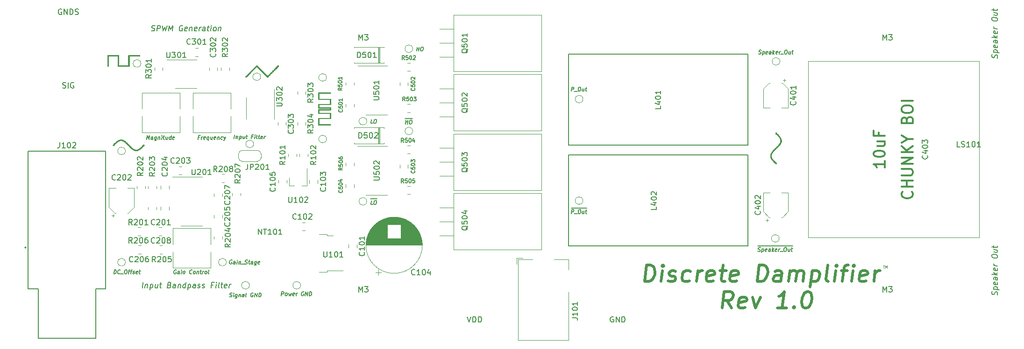
<source format=gbr>
%TF.GenerationSoftware,KiCad,Pcbnew,5.1.10*%
%TF.CreationDate,2021-08-13T16:06:35+12:00*%
%TF.ProjectId,D-Class_Amp,442d436c-6173-4735-9f41-6d702e6b6963,rev?*%
%TF.SameCoordinates,Original*%
%TF.FileFunction,Legend,Top*%
%TF.FilePolarity,Positive*%
%FSLAX46Y46*%
G04 Gerber Fmt 4.6, Leading zero omitted, Abs format (unit mm)*
G04 Created by KiCad (PCBNEW 5.1.10) date 2021-08-13 16:06:35*
%MOMM*%
%LPD*%
G01*
G04 APERTURE LIST*
%ADD10C,0.100000*%
%ADD11C,0.500000*%
%ADD12C,0.200000*%
%ADD13C,0.010000*%
%ADD14C,0.120000*%
%ADD15C,0.127000*%
%ADD16C,0.150000*%
%ADD17C,0.300000*%
G04 APERTURE END LIST*
D10*
X236045428Y-118598190D02*
X236331142Y-118598190D01*
X236188285Y-119098190D02*
X236188285Y-118598190D01*
X236497809Y-119098190D02*
X236497809Y-118598190D01*
X236664476Y-118955333D01*
X236831142Y-118598190D01*
X236831142Y-119098190D01*
D11*
X208619696Y-126325142D02*
X207798267Y-124896571D01*
X206905410Y-126325142D02*
X207280410Y-123325142D01*
X208423267Y-123325142D01*
X208691125Y-123468000D01*
X208816125Y-123610857D01*
X208923267Y-123896571D01*
X208869696Y-124325142D01*
X208691125Y-124610857D01*
X208530410Y-124753714D01*
X208226839Y-124896571D01*
X207083982Y-124896571D01*
X211066125Y-126182285D02*
X210762553Y-126325142D01*
X210191125Y-126325142D01*
X209923267Y-126182285D01*
X209816125Y-125896571D01*
X209958982Y-124753714D01*
X210137553Y-124468000D01*
X210441125Y-124325142D01*
X211012553Y-124325142D01*
X211280410Y-124468000D01*
X211387553Y-124753714D01*
X211351839Y-125039428D01*
X209887553Y-125325142D01*
X212441125Y-124325142D02*
X212905410Y-126325142D01*
X213869696Y-124325142D01*
X218619696Y-126325142D02*
X216905410Y-126325142D01*
X217762553Y-126325142D02*
X218137553Y-123325142D01*
X217798267Y-123753714D01*
X217476839Y-124039428D01*
X217173267Y-124182285D01*
X219941125Y-126039428D02*
X220066125Y-126182285D01*
X219905410Y-126325142D01*
X219780410Y-126182285D01*
X219941125Y-126039428D01*
X219905410Y-126325142D01*
X222280410Y-123325142D02*
X222566125Y-123325142D01*
X222833982Y-123468000D01*
X222958982Y-123610857D01*
X223066125Y-123896571D01*
X223137553Y-124468000D01*
X223048267Y-125182285D01*
X222833982Y-125753714D01*
X222655410Y-126039428D01*
X222494696Y-126182285D01*
X222191125Y-126325142D01*
X221905410Y-126325142D01*
X221637553Y-126182285D01*
X221512553Y-126039428D01*
X221405410Y-125753714D01*
X221333982Y-125182285D01*
X221423267Y-124468000D01*
X221637553Y-123896571D01*
X221816125Y-123610857D01*
X221976839Y-123468000D01*
X222280410Y-123325142D01*
X192817982Y-121499142D02*
X193192982Y-118499142D01*
X193907267Y-118499142D01*
X194317982Y-118642000D01*
X194567982Y-118927714D01*
X194675125Y-119213428D01*
X194746553Y-119784857D01*
X194692982Y-120213428D01*
X194478696Y-120784857D01*
X194300125Y-121070571D01*
X193978696Y-121356285D01*
X193532267Y-121499142D01*
X192817982Y-121499142D01*
X195817982Y-121499142D02*
X196067982Y-119499142D01*
X196192982Y-118499142D02*
X196032267Y-118642000D01*
X196157267Y-118784857D01*
X196317982Y-118642000D01*
X196192982Y-118499142D01*
X196157267Y-118784857D01*
X197121553Y-121356285D02*
X197389410Y-121499142D01*
X197960839Y-121499142D01*
X198264410Y-121356285D01*
X198442982Y-121070571D01*
X198460839Y-120927714D01*
X198353696Y-120642000D01*
X198085839Y-120499142D01*
X197657267Y-120499142D01*
X197389410Y-120356285D01*
X197282267Y-120070571D01*
X197300125Y-119927714D01*
X197478696Y-119642000D01*
X197782267Y-119499142D01*
X198210839Y-119499142D01*
X198478696Y-119642000D01*
X200978696Y-121356285D02*
X200675125Y-121499142D01*
X200103696Y-121499142D01*
X199835839Y-121356285D01*
X199710839Y-121213428D01*
X199603696Y-120927714D01*
X199710839Y-120070571D01*
X199889410Y-119784857D01*
X200050125Y-119642000D01*
X200353696Y-119499142D01*
X200925125Y-119499142D01*
X201192982Y-119642000D01*
X202246553Y-121499142D02*
X202496553Y-119499142D01*
X202425125Y-120070571D02*
X202603696Y-119784857D01*
X202764410Y-119642000D01*
X203067982Y-119499142D01*
X203353696Y-119499142D01*
X205264410Y-121356285D02*
X204960839Y-121499142D01*
X204389410Y-121499142D01*
X204121553Y-121356285D01*
X204014410Y-121070571D01*
X204157267Y-119927714D01*
X204335839Y-119642000D01*
X204639410Y-119499142D01*
X205210839Y-119499142D01*
X205478696Y-119642000D01*
X205585839Y-119927714D01*
X205550125Y-120213428D01*
X204085839Y-120499142D01*
X206496553Y-119499142D02*
X207639410Y-119499142D01*
X207050125Y-118499142D02*
X206728696Y-121070571D01*
X206835839Y-121356285D01*
X207103696Y-121499142D01*
X207389410Y-121499142D01*
X209550125Y-121356285D02*
X209246553Y-121499142D01*
X208675125Y-121499142D01*
X208407267Y-121356285D01*
X208300125Y-121070571D01*
X208442982Y-119927714D01*
X208621553Y-119642000D01*
X208925125Y-119499142D01*
X209496553Y-119499142D01*
X209764410Y-119642000D01*
X209871553Y-119927714D01*
X209835839Y-120213428D01*
X208371553Y-120499142D01*
X213246553Y-121499142D02*
X213621553Y-118499142D01*
X214335839Y-118499142D01*
X214746553Y-118642000D01*
X214996553Y-118927714D01*
X215103696Y-119213428D01*
X215175125Y-119784857D01*
X215121553Y-120213428D01*
X214907267Y-120784857D01*
X214728696Y-121070571D01*
X214407267Y-121356285D01*
X213960839Y-121499142D01*
X213246553Y-121499142D01*
X217532267Y-121499142D02*
X217728696Y-119927714D01*
X217621553Y-119642000D01*
X217353696Y-119499142D01*
X216782267Y-119499142D01*
X216478696Y-119642000D01*
X217550125Y-121356285D02*
X217246553Y-121499142D01*
X216532267Y-121499142D01*
X216264410Y-121356285D01*
X216157267Y-121070571D01*
X216192982Y-120784857D01*
X216371553Y-120499142D01*
X216675125Y-120356285D01*
X217389410Y-120356285D01*
X217692982Y-120213428D01*
X218960839Y-121499142D02*
X219210839Y-119499142D01*
X219175125Y-119784857D02*
X219335839Y-119642000D01*
X219639410Y-119499142D01*
X220067982Y-119499142D01*
X220335839Y-119642000D01*
X220442982Y-119927714D01*
X220246553Y-121499142D01*
X220442982Y-119927714D02*
X220621553Y-119642000D01*
X220925125Y-119499142D01*
X221353696Y-119499142D01*
X221621553Y-119642000D01*
X221728696Y-119927714D01*
X221532267Y-121499142D01*
X223210839Y-119499142D02*
X222835839Y-122499142D01*
X223192982Y-119642000D02*
X223496553Y-119499142D01*
X224067982Y-119499142D01*
X224335839Y-119642000D01*
X224460839Y-119784857D01*
X224567982Y-120070571D01*
X224460839Y-120927714D01*
X224282267Y-121213428D01*
X224121553Y-121356285D01*
X223817982Y-121499142D01*
X223246553Y-121499142D01*
X222978696Y-121356285D01*
X226103696Y-121499142D02*
X225835839Y-121356285D01*
X225728696Y-121070571D01*
X226050125Y-118499142D01*
X227246553Y-121499142D02*
X227496553Y-119499142D01*
X227621553Y-118499142D02*
X227460839Y-118642000D01*
X227585839Y-118784857D01*
X227746553Y-118642000D01*
X227621553Y-118499142D01*
X227585839Y-118784857D01*
X228496553Y-119499142D02*
X229639410Y-119499142D01*
X228675125Y-121499142D02*
X228996553Y-118927714D01*
X229175125Y-118642000D01*
X229478696Y-118499142D01*
X229764410Y-118499142D01*
X230389410Y-121499142D02*
X230639410Y-119499142D01*
X230764410Y-118499142D02*
X230603696Y-118642000D01*
X230728696Y-118784857D01*
X230889410Y-118642000D01*
X230764410Y-118499142D01*
X230728696Y-118784857D01*
X232978696Y-121356285D02*
X232675125Y-121499142D01*
X232103696Y-121499142D01*
X231835839Y-121356285D01*
X231728696Y-121070571D01*
X231871553Y-119927714D01*
X232050125Y-119642000D01*
X232353696Y-119499142D01*
X232925125Y-119499142D01*
X233192982Y-119642000D01*
X233300125Y-119927714D01*
X233264410Y-120213428D01*
X231800125Y-120499142D01*
X234389410Y-121499142D02*
X234639410Y-119499142D01*
X234567982Y-120070571D02*
X234746553Y-119784857D01*
X234907267Y-119642000D01*
X235210839Y-119499142D01*
X235496553Y-119499142D01*
D12*
X101822380Y-122626380D02*
X101947380Y-121626380D01*
X102381904Y-121959714D02*
X102298571Y-122626380D01*
X102370000Y-122054952D02*
X102423571Y-122007333D01*
X102524761Y-121959714D01*
X102667619Y-121959714D01*
X102756904Y-122007333D01*
X102792619Y-122102571D01*
X102727142Y-122626380D01*
X103286666Y-121959714D02*
X103161666Y-122959714D01*
X103280714Y-122007333D02*
X103381904Y-121959714D01*
X103572380Y-121959714D01*
X103661666Y-122007333D01*
X103703333Y-122054952D01*
X103739047Y-122150190D01*
X103703333Y-122435904D01*
X103643809Y-122531142D01*
X103590238Y-122578761D01*
X103489047Y-122626380D01*
X103298571Y-122626380D01*
X103209285Y-122578761D01*
X104620000Y-121959714D02*
X104536666Y-122626380D01*
X104191428Y-121959714D02*
X104125952Y-122483523D01*
X104161666Y-122578761D01*
X104250952Y-122626380D01*
X104393809Y-122626380D01*
X104495000Y-122578761D01*
X104548571Y-122531142D01*
X104953333Y-121959714D02*
X105334285Y-121959714D01*
X105137857Y-121626380D02*
X105030714Y-122483523D01*
X105066428Y-122578761D01*
X105155714Y-122626380D01*
X105250952Y-122626380D01*
X106745000Y-122102571D02*
X106881904Y-122150190D01*
X106923571Y-122197809D01*
X106959285Y-122293047D01*
X106941428Y-122435904D01*
X106881904Y-122531142D01*
X106828333Y-122578761D01*
X106727142Y-122626380D01*
X106346190Y-122626380D01*
X106471190Y-121626380D01*
X106804523Y-121626380D01*
X106893809Y-121674000D01*
X106935476Y-121721619D01*
X106971190Y-121816857D01*
X106959285Y-121912095D01*
X106899761Y-122007333D01*
X106846190Y-122054952D01*
X106745000Y-122102571D01*
X106411666Y-122102571D01*
X107774761Y-122626380D02*
X107840238Y-122102571D01*
X107804523Y-122007333D01*
X107715238Y-121959714D01*
X107524761Y-121959714D01*
X107423571Y-122007333D01*
X107780714Y-122578761D02*
X107679523Y-122626380D01*
X107441428Y-122626380D01*
X107352142Y-122578761D01*
X107316428Y-122483523D01*
X107328333Y-122388285D01*
X107387857Y-122293047D01*
X107489047Y-122245428D01*
X107727142Y-122245428D01*
X107828333Y-122197809D01*
X108334285Y-121959714D02*
X108250952Y-122626380D01*
X108322380Y-122054952D02*
X108375952Y-122007333D01*
X108477142Y-121959714D01*
X108620000Y-121959714D01*
X108709285Y-122007333D01*
X108745000Y-122102571D01*
X108679523Y-122626380D01*
X109584285Y-122626380D02*
X109709285Y-121626380D01*
X109590238Y-122578761D02*
X109489047Y-122626380D01*
X109298571Y-122626380D01*
X109209285Y-122578761D01*
X109167619Y-122531142D01*
X109131904Y-122435904D01*
X109167619Y-122150190D01*
X109227142Y-122054952D01*
X109280714Y-122007333D01*
X109381904Y-121959714D01*
X109572380Y-121959714D01*
X109661666Y-122007333D01*
X110143809Y-121959714D02*
X110018809Y-122959714D01*
X110137857Y-122007333D02*
X110239047Y-121959714D01*
X110429523Y-121959714D01*
X110518809Y-122007333D01*
X110560476Y-122054952D01*
X110596190Y-122150190D01*
X110560476Y-122435904D01*
X110500952Y-122531142D01*
X110447380Y-122578761D01*
X110346190Y-122626380D01*
X110155714Y-122626380D01*
X110066428Y-122578761D01*
X111393809Y-122626380D02*
X111459285Y-122102571D01*
X111423571Y-122007333D01*
X111334285Y-121959714D01*
X111143809Y-121959714D01*
X111042619Y-122007333D01*
X111399761Y-122578761D02*
X111298571Y-122626380D01*
X111060476Y-122626380D01*
X110971190Y-122578761D01*
X110935476Y-122483523D01*
X110947380Y-122388285D01*
X111006904Y-122293047D01*
X111108095Y-122245428D01*
X111346190Y-122245428D01*
X111447380Y-122197809D01*
X111828333Y-122578761D02*
X111917619Y-122626380D01*
X112108095Y-122626380D01*
X112209285Y-122578761D01*
X112268809Y-122483523D01*
X112274761Y-122435904D01*
X112239047Y-122340666D01*
X112149761Y-122293047D01*
X112006904Y-122293047D01*
X111917619Y-122245428D01*
X111881904Y-122150190D01*
X111887857Y-122102571D01*
X111947380Y-122007333D01*
X112048571Y-121959714D01*
X112191428Y-121959714D01*
X112280714Y-122007333D01*
X112637857Y-122578761D02*
X112727142Y-122626380D01*
X112917619Y-122626380D01*
X113018809Y-122578761D01*
X113078333Y-122483523D01*
X113084285Y-122435904D01*
X113048571Y-122340666D01*
X112959285Y-122293047D01*
X112816428Y-122293047D01*
X112727142Y-122245428D01*
X112691428Y-122150190D01*
X112697380Y-122102571D01*
X112756904Y-122007333D01*
X112858095Y-121959714D01*
X113000952Y-121959714D01*
X113090238Y-122007333D01*
X114649761Y-122102571D02*
X114316428Y-122102571D01*
X114250952Y-122626380D02*
X114375952Y-121626380D01*
X114852142Y-121626380D01*
X115108095Y-122626380D02*
X115191428Y-121959714D01*
X115233095Y-121626380D02*
X115179523Y-121674000D01*
X115221190Y-121721619D01*
X115274761Y-121674000D01*
X115233095Y-121626380D01*
X115221190Y-121721619D01*
X115727142Y-122626380D02*
X115637857Y-122578761D01*
X115602142Y-122483523D01*
X115709285Y-121626380D01*
X116048571Y-121959714D02*
X116429523Y-121959714D01*
X116233095Y-121626380D02*
X116125952Y-122483523D01*
X116161666Y-122578761D01*
X116250952Y-122626380D01*
X116346190Y-122626380D01*
X117066428Y-122578761D02*
X116965238Y-122626380D01*
X116774761Y-122626380D01*
X116685476Y-122578761D01*
X116649761Y-122483523D01*
X116697380Y-122102571D01*
X116756904Y-122007333D01*
X116858095Y-121959714D01*
X117048571Y-121959714D01*
X117137857Y-122007333D01*
X117173571Y-122102571D01*
X117161666Y-122197809D01*
X116673571Y-122293047D01*
X117536666Y-122626380D02*
X117620000Y-121959714D01*
X117596190Y-122150190D02*
X117655714Y-122054952D01*
X117709285Y-122007333D01*
X117810476Y-121959714D01*
X117905714Y-121959714D01*
X103447380Y-75969761D02*
X103584285Y-76017380D01*
X103822380Y-76017380D01*
X103923571Y-75969761D01*
X103977142Y-75922142D01*
X104036666Y-75826904D01*
X104048571Y-75731666D01*
X104012857Y-75636428D01*
X103971190Y-75588809D01*
X103881904Y-75541190D01*
X103697380Y-75493571D01*
X103608095Y-75445952D01*
X103566428Y-75398333D01*
X103530714Y-75303095D01*
X103542619Y-75207857D01*
X103602142Y-75112619D01*
X103655714Y-75065000D01*
X103756904Y-75017380D01*
X103995000Y-75017380D01*
X104131904Y-75065000D01*
X104441428Y-76017380D02*
X104566428Y-75017380D01*
X104947380Y-75017380D01*
X105036666Y-75065000D01*
X105078333Y-75112619D01*
X105114047Y-75207857D01*
X105096190Y-75350714D01*
X105036666Y-75445952D01*
X104983095Y-75493571D01*
X104881904Y-75541190D01*
X104500952Y-75541190D01*
X105471190Y-75017380D02*
X105584285Y-76017380D01*
X105864047Y-75303095D01*
X105965238Y-76017380D01*
X106328333Y-75017380D01*
X106584285Y-76017380D02*
X106709285Y-75017380D01*
X106953333Y-75731666D01*
X107375952Y-75017380D01*
X107250952Y-76017380D01*
X109131904Y-75065000D02*
X109042619Y-75017380D01*
X108899761Y-75017380D01*
X108750952Y-75065000D01*
X108643809Y-75160238D01*
X108584285Y-75255476D01*
X108512857Y-75445952D01*
X108495000Y-75588809D01*
X108518809Y-75779285D01*
X108554523Y-75874523D01*
X108637857Y-75969761D01*
X108774761Y-76017380D01*
X108870000Y-76017380D01*
X109018809Y-75969761D01*
X109072380Y-75922142D01*
X109114047Y-75588809D01*
X108923571Y-75588809D01*
X109875952Y-75969761D02*
X109774761Y-76017380D01*
X109584285Y-76017380D01*
X109495000Y-75969761D01*
X109459285Y-75874523D01*
X109506904Y-75493571D01*
X109566428Y-75398333D01*
X109667619Y-75350714D01*
X109858095Y-75350714D01*
X109947380Y-75398333D01*
X109983095Y-75493571D01*
X109971190Y-75588809D01*
X109483095Y-75684047D01*
X110429523Y-75350714D02*
X110346190Y-76017380D01*
X110417619Y-75445952D02*
X110471190Y-75398333D01*
X110572380Y-75350714D01*
X110715238Y-75350714D01*
X110804523Y-75398333D01*
X110840238Y-75493571D01*
X110774761Y-76017380D01*
X111637857Y-75969761D02*
X111536666Y-76017380D01*
X111346190Y-76017380D01*
X111256904Y-75969761D01*
X111221190Y-75874523D01*
X111268809Y-75493571D01*
X111328333Y-75398333D01*
X111429523Y-75350714D01*
X111620000Y-75350714D01*
X111709285Y-75398333D01*
X111745000Y-75493571D01*
X111733095Y-75588809D01*
X111245000Y-75684047D01*
X112108095Y-76017380D02*
X112191428Y-75350714D01*
X112167619Y-75541190D02*
X112227142Y-75445952D01*
X112280714Y-75398333D01*
X112381904Y-75350714D01*
X112477142Y-75350714D01*
X113155714Y-76017380D02*
X113221190Y-75493571D01*
X113185476Y-75398333D01*
X113096190Y-75350714D01*
X112905714Y-75350714D01*
X112804523Y-75398333D01*
X113161666Y-75969761D02*
X113060476Y-76017380D01*
X112822380Y-76017380D01*
X112733095Y-75969761D01*
X112697380Y-75874523D01*
X112709285Y-75779285D01*
X112768809Y-75684047D01*
X112870000Y-75636428D01*
X113108095Y-75636428D01*
X113209285Y-75588809D01*
X113572380Y-75350714D02*
X113953333Y-75350714D01*
X113756904Y-75017380D02*
X113649761Y-75874523D01*
X113685476Y-75969761D01*
X113774761Y-76017380D01*
X113870000Y-76017380D01*
X114203333Y-76017380D02*
X114286666Y-75350714D01*
X114328333Y-75017380D02*
X114274761Y-75065000D01*
X114316428Y-75112619D01*
X114370000Y-75065000D01*
X114328333Y-75017380D01*
X114316428Y-75112619D01*
X114822380Y-76017380D02*
X114733095Y-75969761D01*
X114691428Y-75922142D01*
X114655714Y-75826904D01*
X114691428Y-75541190D01*
X114750952Y-75445952D01*
X114804523Y-75398333D01*
X114905714Y-75350714D01*
X115048571Y-75350714D01*
X115137857Y-75398333D01*
X115179523Y-75445952D01*
X115215238Y-75541190D01*
X115179523Y-75826904D01*
X115120000Y-75922142D01*
X115066428Y-75969761D01*
X114965238Y-76017380D01*
X114822380Y-76017380D01*
X115667619Y-75350714D02*
X115584285Y-76017380D01*
X115655714Y-75445952D02*
X115709285Y-75398333D01*
X115810476Y-75350714D01*
X115953333Y-75350714D01*
X116042619Y-75398333D01*
X116078333Y-75493571D01*
X116012857Y-76017380D01*
X256746761Y-80948857D02*
X256794380Y-80811952D01*
X256794380Y-80573857D01*
X256746761Y-80472666D01*
X256699142Y-80419095D01*
X256603904Y-80359571D01*
X256508666Y-80347666D01*
X256413428Y-80383380D01*
X256365809Y-80425047D01*
X256318190Y-80514333D01*
X256270571Y-80698857D01*
X256222952Y-80788142D01*
X256175333Y-80829809D01*
X256080095Y-80865523D01*
X255984857Y-80853619D01*
X255889619Y-80794095D01*
X255842000Y-80740523D01*
X255794380Y-80639333D01*
X255794380Y-80401238D01*
X255842000Y-80264333D01*
X256127714Y-79871476D02*
X257127714Y-79996476D01*
X256175333Y-79877428D02*
X256127714Y-79776238D01*
X256127714Y-79585761D01*
X256175333Y-79496476D01*
X256222952Y-79454809D01*
X256318190Y-79419095D01*
X256603904Y-79454809D01*
X256699142Y-79514333D01*
X256746761Y-79567904D01*
X256794380Y-79669095D01*
X256794380Y-79859571D01*
X256746761Y-79948857D01*
X256746761Y-78663142D02*
X256794380Y-78764333D01*
X256794380Y-78954809D01*
X256746761Y-79044095D01*
X256651523Y-79079809D01*
X256270571Y-79032190D01*
X256175333Y-78972666D01*
X256127714Y-78871476D01*
X256127714Y-78681000D01*
X256175333Y-78591714D01*
X256270571Y-78556000D01*
X256365809Y-78567904D01*
X256461047Y-79056000D01*
X256794380Y-77764333D02*
X256270571Y-77698857D01*
X256175333Y-77734571D01*
X256127714Y-77823857D01*
X256127714Y-78014333D01*
X256175333Y-78115523D01*
X256746761Y-77758380D02*
X256794380Y-77859571D01*
X256794380Y-78097666D01*
X256746761Y-78186952D01*
X256651523Y-78222666D01*
X256556285Y-78210761D01*
X256461047Y-78151238D01*
X256413428Y-78050047D01*
X256413428Y-77811952D01*
X256365809Y-77710761D01*
X256794380Y-77288142D02*
X255794380Y-77163142D01*
X256413428Y-77145285D02*
X256794380Y-76907190D01*
X256127714Y-76823857D02*
X256508666Y-77252428D01*
X256746761Y-76091714D02*
X256794380Y-76192904D01*
X256794380Y-76383380D01*
X256746761Y-76472666D01*
X256651523Y-76508380D01*
X256270571Y-76460761D01*
X256175333Y-76401238D01*
X256127714Y-76300047D01*
X256127714Y-76109571D01*
X256175333Y-76020285D01*
X256270571Y-75984571D01*
X256365809Y-75996476D01*
X256461047Y-76484571D01*
X256794380Y-75621476D02*
X256127714Y-75538142D01*
X256318190Y-75561952D02*
X256222952Y-75502428D01*
X256175333Y-75448857D01*
X256127714Y-75347666D01*
X256127714Y-75252428D01*
X255794380Y-73925047D02*
X255794380Y-73734571D01*
X255842000Y-73645285D01*
X255937238Y-73561952D01*
X256127714Y-73538142D01*
X256461047Y-73579809D01*
X256651523Y-73651238D01*
X256746761Y-73758380D01*
X256794380Y-73859571D01*
X256794380Y-74050047D01*
X256746761Y-74139333D01*
X256651523Y-74222666D01*
X256461047Y-74246476D01*
X256127714Y-74204809D01*
X255937238Y-74133380D01*
X255842000Y-74026238D01*
X255794380Y-73925047D01*
X256127714Y-72681000D02*
X256794380Y-72764333D01*
X256127714Y-73109571D02*
X256651523Y-73175047D01*
X256746761Y-73139333D01*
X256794380Y-73050047D01*
X256794380Y-72907190D01*
X256746761Y-72806000D01*
X256699142Y-72752428D01*
X256127714Y-72347666D02*
X256127714Y-71966714D01*
X255794380Y-72163142D02*
X256651523Y-72270285D01*
X256746761Y-72234571D01*
X256794380Y-72145285D01*
X256794380Y-72050047D01*
X256746761Y-123948857D02*
X256794380Y-123811952D01*
X256794380Y-123573857D01*
X256746761Y-123472666D01*
X256699142Y-123419095D01*
X256603904Y-123359571D01*
X256508666Y-123347666D01*
X256413428Y-123383380D01*
X256365809Y-123425047D01*
X256318190Y-123514333D01*
X256270571Y-123698857D01*
X256222952Y-123788142D01*
X256175333Y-123829809D01*
X256080095Y-123865523D01*
X255984857Y-123853619D01*
X255889619Y-123794095D01*
X255842000Y-123740523D01*
X255794380Y-123639333D01*
X255794380Y-123401238D01*
X255842000Y-123264333D01*
X256127714Y-122871476D02*
X257127714Y-122996476D01*
X256175333Y-122877428D02*
X256127714Y-122776238D01*
X256127714Y-122585761D01*
X256175333Y-122496476D01*
X256222952Y-122454809D01*
X256318190Y-122419095D01*
X256603904Y-122454809D01*
X256699142Y-122514333D01*
X256746761Y-122567904D01*
X256794380Y-122669095D01*
X256794380Y-122859571D01*
X256746761Y-122948857D01*
X256746761Y-121663142D02*
X256794380Y-121764333D01*
X256794380Y-121954809D01*
X256746761Y-122044095D01*
X256651523Y-122079809D01*
X256270571Y-122032190D01*
X256175333Y-121972666D01*
X256127714Y-121871476D01*
X256127714Y-121681000D01*
X256175333Y-121591714D01*
X256270571Y-121556000D01*
X256365809Y-121567904D01*
X256461047Y-122056000D01*
X256794380Y-120764333D02*
X256270571Y-120698857D01*
X256175333Y-120734571D01*
X256127714Y-120823857D01*
X256127714Y-121014333D01*
X256175333Y-121115523D01*
X256746761Y-120758380D02*
X256794380Y-120859571D01*
X256794380Y-121097666D01*
X256746761Y-121186952D01*
X256651523Y-121222666D01*
X256556285Y-121210761D01*
X256461047Y-121151238D01*
X256413428Y-121050047D01*
X256413428Y-120811952D01*
X256365809Y-120710761D01*
X256794380Y-120288142D02*
X255794380Y-120163142D01*
X256413428Y-120145285D02*
X256794380Y-119907190D01*
X256127714Y-119823857D02*
X256508666Y-120252428D01*
X256746761Y-119091714D02*
X256794380Y-119192904D01*
X256794380Y-119383380D01*
X256746761Y-119472666D01*
X256651523Y-119508380D01*
X256270571Y-119460761D01*
X256175333Y-119401238D01*
X256127714Y-119300047D01*
X256127714Y-119109571D01*
X256175333Y-119020285D01*
X256270571Y-118984571D01*
X256365809Y-118996476D01*
X256461047Y-119484571D01*
X256794380Y-118621476D02*
X256127714Y-118538142D01*
X256318190Y-118561952D02*
X256222952Y-118502428D01*
X256175333Y-118448857D01*
X256127714Y-118347666D01*
X256127714Y-118252428D01*
X255794380Y-116925047D02*
X255794380Y-116734571D01*
X255842000Y-116645285D01*
X255937238Y-116561952D01*
X256127714Y-116538142D01*
X256461047Y-116579809D01*
X256651523Y-116651238D01*
X256746761Y-116758380D01*
X256794380Y-116859571D01*
X256794380Y-117050047D01*
X256746761Y-117139333D01*
X256651523Y-117222666D01*
X256461047Y-117246476D01*
X256127714Y-117204809D01*
X255937238Y-117133380D01*
X255842000Y-117026238D01*
X255794380Y-116925047D01*
X256127714Y-115681000D02*
X256794380Y-115764333D01*
X256127714Y-116109571D02*
X256651523Y-116175047D01*
X256746761Y-116139333D01*
X256794380Y-116050047D01*
X256794380Y-115907190D01*
X256746761Y-115806000D01*
X256699142Y-115752428D01*
X256127714Y-115347666D02*
X256127714Y-114966714D01*
X255794380Y-115163142D02*
X256651523Y-115270285D01*
X256746761Y-115234571D01*
X256794380Y-115145285D01*
X256794380Y-115050047D01*
D13*
%TO.C,G\u002A\u002A\u002A*%
G36*
X126434395Y-82276796D02*
G01*
X126445074Y-82280837D01*
X126466945Y-82294201D01*
X126484236Y-82311724D01*
X126496566Y-82332806D01*
X126503557Y-82356846D01*
X126505071Y-82375932D01*
X126505216Y-82379079D01*
X126505591Y-82381815D01*
X126506075Y-82384268D01*
X126506546Y-82386564D01*
X126506882Y-82388830D01*
X126506961Y-82391193D01*
X126506663Y-82393780D01*
X126505865Y-82396717D01*
X126504445Y-82400131D01*
X126502283Y-82404149D01*
X126499255Y-82408898D01*
X126495241Y-82414505D01*
X126490120Y-82421096D01*
X126483768Y-82428798D01*
X126476065Y-82437737D01*
X126466889Y-82448042D01*
X126456118Y-82459838D01*
X126443631Y-82473252D01*
X126429305Y-82488411D01*
X126413020Y-82505442D01*
X126394653Y-82524471D01*
X126374084Y-82545626D01*
X126351189Y-82569032D01*
X126325848Y-82594818D01*
X126297939Y-82623109D01*
X126267340Y-82654033D01*
X126233930Y-82687716D01*
X126197587Y-82724285D01*
X126158188Y-82763867D01*
X126115614Y-82806588D01*
X126069741Y-82852575D01*
X126020448Y-82901956D01*
X125967614Y-82954857D01*
X125911117Y-83011404D01*
X125850835Y-83071725D01*
X125786647Y-83135946D01*
X125718430Y-83204194D01*
X125646064Y-83276596D01*
X125569426Y-83353278D01*
X125511250Y-83411495D01*
X125445084Y-83477702D01*
X125380011Y-83542797D01*
X125316176Y-83606635D01*
X125253726Y-83669071D01*
X125192806Y-83729959D01*
X125133563Y-83789154D01*
X125076142Y-83846509D01*
X125020690Y-83901881D01*
X124967351Y-83955122D01*
X124916273Y-84006088D01*
X124867602Y-84054634D01*
X124821482Y-84100613D01*
X124778061Y-84143880D01*
X124737484Y-84184290D01*
X124699896Y-84221698D01*
X124665445Y-84255957D01*
X124634276Y-84286923D01*
X124606535Y-84314450D01*
X124582367Y-84338393D01*
X124561920Y-84358605D01*
X124545338Y-84374942D01*
X124532768Y-84387258D01*
X124524356Y-84395408D01*
X124520247Y-84399246D01*
X124519908Y-84399515D01*
X124497829Y-84410154D01*
X124473798Y-84415266D01*
X124449167Y-84414743D01*
X124425289Y-84408482D01*
X124422150Y-84407170D01*
X124420203Y-84405916D01*
X124416820Y-84403188D01*
X124411889Y-84398876D01*
X124405296Y-84392865D01*
X124396927Y-84385043D01*
X124386669Y-84375298D01*
X124374408Y-84363517D01*
X124360029Y-84349586D01*
X124343421Y-84333395D01*
X124324468Y-84314829D01*
X124303057Y-84293776D01*
X124279075Y-84270123D01*
X124252407Y-84243759D01*
X124222941Y-84214569D01*
X124190562Y-84182442D01*
X124155158Y-84147264D01*
X124116613Y-84108924D01*
X124074815Y-84067307D01*
X124029649Y-84022303D01*
X123981003Y-83973797D01*
X123928762Y-83921677D01*
X123872813Y-83865832D01*
X123813043Y-83806147D01*
X123749336Y-83742510D01*
X123681581Y-83674809D01*
X123609662Y-83602930D01*
X123533468Y-83526762D01*
X123467024Y-83460331D01*
X122526435Y-82519862D01*
X121585836Y-83459971D01*
X121507779Y-83537984D01*
X121434084Y-83611629D01*
X121364626Y-83681031D01*
X121299278Y-83746314D01*
X121237916Y-83807602D01*
X121180412Y-83865021D01*
X121126642Y-83918694D01*
X121076479Y-83968746D01*
X121029799Y-84015301D01*
X120986474Y-84058484D01*
X120946380Y-84098420D01*
X120909390Y-84135232D01*
X120875379Y-84169045D01*
X120844220Y-84199983D01*
X120815789Y-84228172D01*
X120789960Y-84253735D01*
X120766606Y-84276796D01*
X120745601Y-84297482D01*
X120726821Y-84315914D01*
X120710139Y-84332219D01*
X120695430Y-84346521D01*
X120682567Y-84358944D01*
X120671425Y-84369612D01*
X120661878Y-84378650D01*
X120653801Y-84386183D01*
X120647067Y-84392334D01*
X120641551Y-84397229D01*
X120637127Y-84400992D01*
X120633669Y-84403746D01*
X120631052Y-84405617D01*
X120629150Y-84406730D01*
X120628690Y-84406938D01*
X120610995Y-84412358D01*
X120591616Y-84415208D01*
X120573256Y-84415213D01*
X120563431Y-84413631D01*
X120540723Y-84404949D01*
X120520526Y-84391412D01*
X120503990Y-84374016D01*
X120492262Y-84353757D01*
X120491135Y-84350926D01*
X120486022Y-84330201D01*
X120485050Y-84307798D01*
X120488103Y-84285932D01*
X120495066Y-84266821D01*
X120495577Y-84265862D01*
X120497502Y-84263309D01*
X120501795Y-84258423D01*
X120508543Y-84251115D01*
X120517833Y-84241297D01*
X120529754Y-84228881D01*
X120544393Y-84213780D01*
X120561837Y-84195904D01*
X120582174Y-84175166D01*
X120605491Y-84151477D01*
X120631876Y-84124749D01*
X120661417Y-84094895D01*
X120694201Y-84061826D01*
X120730315Y-84025454D01*
X120769848Y-83985690D01*
X120812886Y-83942448D01*
X120859518Y-83895637D01*
X120909830Y-83845171D01*
X120963911Y-83790962D01*
X121021847Y-83732920D01*
X121083727Y-83670958D01*
X121149637Y-83604988D01*
X121219667Y-83534922D01*
X121293902Y-83460671D01*
X121372431Y-83382148D01*
X121455340Y-83299263D01*
X121485992Y-83268626D01*
X121565560Y-83189099D01*
X121640764Y-83113942D01*
X121711727Y-83043029D01*
X121778575Y-82976240D01*
X121841432Y-82913450D01*
X121900421Y-82854537D01*
X121955667Y-82799378D01*
X122007295Y-82747849D01*
X122055429Y-82699829D01*
X122100192Y-82655193D01*
X122141710Y-82613818D01*
X122180107Y-82575583D01*
X122215506Y-82540363D01*
X122248033Y-82508037D01*
X122277811Y-82478480D01*
X122304965Y-82451570D01*
X122329619Y-82427184D01*
X122351898Y-82405199D01*
X122371925Y-82385492D01*
X122389825Y-82367940D01*
X122405723Y-82352419D01*
X122419742Y-82338808D01*
X122432007Y-82326983D01*
X122442642Y-82316821D01*
X122451772Y-82308199D01*
X122459520Y-82300994D01*
X122466012Y-82295084D01*
X122471371Y-82290344D01*
X122475721Y-82286653D01*
X122479188Y-82283886D01*
X122481895Y-82281922D01*
X122483966Y-82280637D01*
X122485150Y-82280057D01*
X122506878Y-82274005D01*
X122530705Y-82272683D01*
X122554433Y-82276148D01*
X122561350Y-82278177D01*
X122562891Y-82278759D01*
X122564644Y-82279607D01*
X122566738Y-82280848D01*
X122569302Y-82282609D01*
X122572464Y-82285018D01*
X122576353Y-82288201D01*
X122581097Y-82292286D01*
X122586827Y-82297400D01*
X122593670Y-82303670D01*
X122601756Y-82311224D01*
X122611212Y-82320188D01*
X122622169Y-82330690D01*
X122634755Y-82342857D01*
X122649098Y-82356817D01*
X122665327Y-82372695D01*
X122683572Y-82390621D01*
X122703961Y-82410720D01*
X122726622Y-82433120D01*
X122751686Y-82457948D01*
X122779279Y-82485332D01*
X122809532Y-82515398D01*
X122842574Y-82548274D01*
X122878532Y-82584087D01*
X122917536Y-82622964D01*
X122959714Y-82665033D01*
X123005196Y-82710420D01*
X123054110Y-82759253D01*
X123106584Y-82811659D01*
X123162749Y-82867765D01*
X123222732Y-82927699D01*
X123286663Y-82991587D01*
X123354670Y-83059557D01*
X123426882Y-83131736D01*
X123503427Y-83208251D01*
X123520212Y-83225029D01*
X123585000Y-83289785D01*
X123648657Y-83353396D01*
X123711036Y-83415716D01*
X123771989Y-83476596D01*
X123831370Y-83535892D01*
X123889030Y-83593455D01*
X123944823Y-83649139D01*
X123998600Y-83702798D01*
X124050215Y-83754283D01*
X124099520Y-83803449D01*
X124146367Y-83850148D01*
X124190610Y-83894234D01*
X124232101Y-83935560D01*
X124270692Y-83973979D01*
X124306237Y-84009344D01*
X124338587Y-84041508D01*
X124367595Y-84070324D01*
X124393115Y-84095646D01*
X124414998Y-84117327D01*
X124433097Y-84135220D01*
X124447264Y-84149177D01*
X124457353Y-84159053D01*
X124463216Y-84164700D01*
X124464762Y-84166075D01*
X124467201Y-84163854D01*
X124473981Y-84157289D01*
X124484956Y-84146526D01*
X124499979Y-84131714D01*
X124518901Y-84112998D01*
X124541575Y-84090525D01*
X124567855Y-84064443D01*
X124597592Y-84034897D01*
X124630639Y-84002036D01*
X124666849Y-83966005D01*
X124706074Y-83926952D01*
X124748167Y-83885023D01*
X124792981Y-83840366D01*
X124840368Y-83793127D01*
X124890180Y-83743452D01*
X124942271Y-83691490D01*
X124996493Y-83637386D01*
X125052699Y-83581288D01*
X125110741Y-83523343D01*
X125170471Y-83463696D01*
X125231743Y-83402496D01*
X125294409Y-83339888D01*
X125358321Y-83276021D01*
X125409312Y-83225055D01*
X125487239Y-83147163D01*
X125560805Y-83073637D01*
X125630135Y-83004353D01*
X125695356Y-82939186D01*
X125756595Y-82878011D01*
X125813978Y-82820703D01*
X125867631Y-82767136D01*
X125917682Y-82717185D01*
X125964256Y-82670726D01*
X126007479Y-82627634D01*
X126047479Y-82587783D01*
X126084382Y-82551047D01*
X126118314Y-82517303D01*
X126149401Y-82486425D01*
X126177770Y-82458288D01*
X126203548Y-82432767D01*
X126226861Y-82409737D01*
X126247836Y-82389072D01*
X126266598Y-82370648D01*
X126283274Y-82354340D01*
X126297991Y-82340022D01*
X126310876Y-82327569D01*
X126322054Y-82316857D01*
X126331652Y-82307760D01*
X126339796Y-82300153D01*
X126346614Y-82293911D01*
X126352231Y-82288910D01*
X126356773Y-82285023D01*
X126360368Y-82282126D01*
X126363142Y-82280093D01*
X126365221Y-82278801D01*
X126366511Y-82278200D01*
X126388470Y-82273032D01*
X126411877Y-82272591D01*
X126434395Y-82276796D01*
G37*
X126434395Y-82276796D02*
X126445074Y-82280837D01*
X126466945Y-82294201D01*
X126484236Y-82311724D01*
X126496566Y-82332806D01*
X126503557Y-82356846D01*
X126505071Y-82375932D01*
X126505216Y-82379079D01*
X126505591Y-82381815D01*
X126506075Y-82384268D01*
X126506546Y-82386564D01*
X126506882Y-82388830D01*
X126506961Y-82391193D01*
X126506663Y-82393780D01*
X126505865Y-82396717D01*
X126504445Y-82400131D01*
X126502283Y-82404149D01*
X126499255Y-82408898D01*
X126495241Y-82414505D01*
X126490120Y-82421096D01*
X126483768Y-82428798D01*
X126476065Y-82437737D01*
X126466889Y-82448042D01*
X126456118Y-82459838D01*
X126443631Y-82473252D01*
X126429305Y-82488411D01*
X126413020Y-82505442D01*
X126394653Y-82524471D01*
X126374084Y-82545626D01*
X126351189Y-82569032D01*
X126325848Y-82594818D01*
X126297939Y-82623109D01*
X126267340Y-82654033D01*
X126233930Y-82687716D01*
X126197587Y-82724285D01*
X126158188Y-82763867D01*
X126115614Y-82806588D01*
X126069741Y-82852575D01*
X126020448Y-82901956D01*
X125967614Y-82954857D01*
X125911117Y-83011404D01*
X125850835Y-83071725D01*
X125786647Y-83135946D01*
X125718430Y-83204194D01*
X125646064Y-83276596D01*
X125569426Y-83353278D01*
X125511250Y-83411495D01*
X125445084Y-83477702D01*
X125380011Y-83542797D01*
X125316176Y-83606635D01*
X125253726Y-83669071D01*
X125192806Y-83729959D01*
X125133563Y-83789154D01*
X125076142Y-83846509D01*
X125020690Y-83901881D01*
X124967351Y-83955122D01*
X124916273Y-84006088D01*
X124867602Y-84054634D01*
X124821482Y-84100613D01*
X124778061Y-84143880D01*
X124737484Y-84184290D01*
X124699896Y-84221698D01*
X124665445Y-84255957D01*
X124634276Y-84286923D01*
X124606535Y-84314450D01*
X124582367Y-84338393D01*
X124561920Y-84358605D01*
X124545338Y-84374942D01*
X124532768Y-84387258D01*
X124524356Y-84395408D01*
X124520247Y-84399246D01*
X124519908Y-84399515D01*
X124497829Y-84410154D01*
X124473798Y-84415266D01*
X124449167Y-84414743D01*
X124425289Y-84408482D01*
X124422150Y-84407170D01*
X124420203Y-84405916D01*
X124416820Y-84403188D01*
X124411889Y-84398876D01*
X124405296Y-84392865D01*
X124396927Y-84385043D01*
X124386669Y-84375298D01*
X124374408Y-84363517D01*
X124360029Y-84349586D01*
X124343421Y-84333395D01*
X124324468Y-84314829D01*
X124303057Y-84293776D01*
X124279075Y-84270123D01*
X124252407Y-84243759D01*
X124222941Y-84214569D01*
X124190562Y-84182442D01*
X124155158Y-84147264D01*
X124116613Y-84108924D01*
X124074815Y-84067307D01*
X124029649Y-84022303D01*
X123981003Y-83973797D01*
X123928762Y-83921677D01*
X123872813Y-83865832D01*
X123813043Y-83806147D01*
X123749336Y-83742510D01*
X123681581Y-83674809D01*
X123609662Y-83602930D01*
X123533468Y-83526762D01*
X123467024Y-83460331D01*
X122526435Y-82519862D01*
X121585836Y-83459971D01*
X121507779Y-83537984D01*
X121434084Y-83611629D01*
X121364626Y-83681031D01*
X121299278Y-83746314D01*
X121237916Y-83807602D01*
X121180412Y-83865021D01*
X121126642Y-83918694D01*
X121076479Y-83968746D01*
X121029799Y-84015301D01*
X120986474Y-84058484D01*
X120946380Y-84098420D01*
X120909390Y-84135232D01*
X120875379Y-84169045D01*
X120844220Y-84199983D01*
X120815789Y-84228172D01*
X120789960Y-84253735D01*
X120766606Y-84276796D01*
X120745601Y-84297482D01*
X120726821Y-84315914D01*
X120710139Y-84332219D01*
X120695430Y-84346521D01*
X120682567Y-84358944D01*
X120671425Y-84369612D01*
X120661878Y-84378650D01*
X120653801Y-84386183D01*
X120647067Y-84392334D01*
X120641551Y-84397229D01*
X120637127Y-84400992D01*
X120633669Y-84403746D01*
X120631052Y-84405617D01*
X120629150Y-84406730D01*
X120628690Y-84406938D01*
X120610995Y-84412358D01*
X120591616Y-84415208D01*
X120573256Y-84415213D01*
X120563431Y-84413631D01*
X120540723Y-84404949D01*
X120520526Y-84391412D01*
X120503990Y-84374016D01*
X120492262Y-84353757D01*
X120491135Y-84350926D01*
X120486022Y-84330201D01*
X120485050Y-84307798D01*
X120488103Y-84285932D01*
X120495066Y-84266821D01*
X120495577Y-84265862D01*
X120497502Y-84263309D01*
X120501795Y-84258423D01*
X120508543Y-84251115D01*
X120517833Y-84241297D01*
X120529754Y-84228881D01*
X120544393Y-84213780D01*
X120561837Y-84195904D01*
X120582174Y-84175166D01*
X120605491Y-84151477D01*
X120631876Y-84124749D01*
X120661417Y-84094895D01*
X120694201Y-84061826D01*
X120730315Y-84025454D01*
X120769848Y-83985690D01*
X120812886Y-83942448D01*
X120859518Y-83895637D01*
X120909830Y-83845171D01*
X120963911Y-83790962D01*
X121021847Y-83732920D01*
X121083727Y-83670958D01*
X121149637Y-83604988D01*
X121219667Y-83534922D01*
X121293902Y-83460671D01*
X121372431Y-83382148D01*
X121455340Y-83299263D01*
X121485992Y-83268626D01*
X121565560Y-83189099D01*
X121640764Y-83113942D01*
X121711727Y-83043029D01*
X121778575Y-82976240D01*
X121841432Y-82913450D01*
X121900421Y-82854537D01*
X121955667Y-82799378D01*
X122007295Y-82747849D01*
X122055429Y-82699829D01*
X122100192Y-82655193D01*
X122141710Y-82613818D01*
X122180107Y-82575583D01*
X122215506Y-82540363D01*
X122248033Y-82508037D01*
X122277811Y-82478480D01*
X122304965Y-82451570D01*
X122329619Y-82427184D01*
X122351898Y-82405199D01*
X122371925Y-82385492D01*
X122389825Y-82367940D01*
X122405723Y-82352419D01*
X122419742Y-82338808D01*
X122432007Y-82326983D01*
X122442642Y-82316821D01*
X122451772Y-82308199D01*
X122459520Y-82300994D01*
X122466012Y-82295084D01*
X122471371Y-82290344D01*
X122475721Y-82286653D01*
X122479188Y-82283886D01*
X122481895Y-82281922D01*
X122483966Y-82280637D01*
X122485150Y-82280057D01*
X122506878Y-82274005D01*
X122530705Y-82272683D01*
X122554433Y-82276148D01*
X122561350Y-82278177D01*
X122562891Y-82278759D01*
X122564644Y-82279607D01*
X122566738Y-82280848D01*
X122569302Y-82282609D01*
X122572464Y-82285018D01*
X122576353Y-82288201D01*
X122581097Y-82292286D01*
X122586827Y-82297400D01*
X122593670Y-82303670D01*
X122601756Y-82311224D01*
X122611212Y-82320188D01*
X122622169Y-82330690D01*
X122634755Y-82342857D01*
X122649098Y-82356817D01*
X122665327Y-82372695D01*
X122683572Y-82390621D01*
X122703961Y-82410720D01*
X122726622Y-82433120D01*
X122751686Y-82457948D01*
X122779279Y-82485332D01*
X122809532Y-82515398D01*
X122842574Y-82548274D01*
X122878532Y-82584087D01*
X122917536Y-82622964D01*
X122959714Y-82665033D01*
X123005196Y-82710420D01*
X123054110Y-82759253D01*
X123106584Y-82811659D01*
X123162749Y-82867765D01*
X123222732Y-82927699D01*
X123286663Y-82991587D01*
X123354670Y-83059557D01*
X123426882Y-83131736D01*
X123503427Y-83208251D01*
X123520212Y-83225029D01*
X123585000Y-83289785D01*
X123648657Y-83353396D01*
X123711036Y-83415716D01*
X123771989Y-83476596D01*
X123831370Y-83535892D01*
X123889030Y-83593455D01*
X123944823Y-83649139D01*
X123998600Y-83702798D01*
X124050215Y-83754283D01*
X124099520Y-83803449D01*
X124146367Y-83850148D01*
X124190610Y-83894234D01*
X124232101Y-83935560D01*
X124270692Y-83973979D01*
X124306237Y-84009344D01*
X124338587Y-84041508D01*
X124367595Y-84070324D01*
X124393115Y-84095646D01*
X124414998Y-84117327D01*
X124433097Y-84135220D01*
X124447264Y-84149177D01*
X124457353Y-84159053D01*
X124463216Y-84164700D01*
X124464762Y-84166075D01*
X124467201Y-84163854D01*
X124473981Y-84157289D01*
X124484956Y-84146526D01*
X124499979Y-84131714D01*
X124518901Y-84112998D01*
X124541575Y-84090525D01*
X124567855Y-84064443D01*
X124597592Y-84034897D01*
X124630639Y-84002036D01*
X124666849Y-83966005D01*
X124706074Y-83926952D01*
X124748167Y-83885023D01*
X124792981Y-83840366D01*
X124840368Y-83793127D01*
X124890180Y-83743452D01*
X124942271Y-83691490D01*
X124996493Y-83637386D01*
X125052699Y-83581288D01*
X125110741Y-83523343D01*
X125170471Y-83463696D01*
X125231743Y-83402496D01*
X125294409Y-83339888D01*
X125358321Y-83276021D01*
X125409312Y-83225055D01*
X125487239Y-83147163D01*
X125560805Y-83073637D01*
X125630135Y-83004353D01*
X125695356Y-82939186D01*
X125756595Y-82878011D01*
X125813978Y-82820703D01*
X125867631Y-82767136D01*
X125917682Y-82717185D01*
X125964256Y-82670726D01*
X126007479Y-82627634D01*
X126047479Y-82587783D01*
X126084382Y-82551047D01*
X126118314Y-82517303D01*
X126149401Y-82486425D01*
X126177770Y-82458288D01*
X126203548Y-82432767D01*
X126226861Y-82409737D01*
X126247836Y-82389072D01*
X126266598Y-82370648D01*
X126283274Y-82354340D01*
X126297991Y-82340022D01*
X126310876Y-82327569D01*
X126322054Y-82316857D01*
X126331652Y-82307760D01*
X126339796Y-82300153D01*
X126346614Y-82293911D01*
X126352231Y-82288910D01*
X126356773Y-82285023D01*
X126360368Y-82282126D01*
X126363142Y-82280093D01*
X126365221Y-82278801D01*
X126366511Y-82278200D01*
X126388470Y-82273032D01*
X126411877Y-82272591D01*
X126434395Y-82276796D01*
G36*
X215604631Y-98587965D02*
G01*
X215612534Y-98518710D01*
X215614348Y-98507550D01*
X215627298Y-98444013D01*
X215644667Y-98380264D01*
X215666576Y-98316103D01*
X215693145Y-98251327D01*
X215724493Y-98185735D01*
X215760742Y-98119125D01*
X215802011Y-98051296D01*
X215848421Y-97982044D01*
X215900092Y-97911170D01*
X215957145Y-97838470D01*
X216019698Y-97763744D01*
X216087874Y-97686788D01*
X216131783Y-97639188D01*
X216159093Y-97610392D01*
X216190124Y-97578412D01*
X216224997Y-97543129D01*
X216263835Y-97504424D01*
X216306758Y-97462177D01*
X216353889Y-97416268D01*
X216405350Y-97366577D01*
X216461263Y-97312986D01*
X216521749Y-97255375D01*
X216555633Y-97223236D01*
X216614371Y-97167484D01*
X216668682Y-97115687D01*
X216718858Y-97067545D01*
X216765188Y-97022763D01*
X216807964Y-96981044D01*
X216847476Y-96942089D01*
X216884015Y-96905603D01*
X216917872Y-96871287D01*
X216949337Y-96838845D01*
X216978701Y-96807979D01*
X217006255Y-96778393D01*
X217032290Y-96749789D01*
X217057096Y-96721871D01*
X217080964Y-96694340D01*
X217104185Y-96666901D01*
X217127049Y-96639255D01*
X217127206Y-96639063D01*
X217182797Y-96568787D01*
X217232712Y-96500741D01*
X217277104Y-96434628D01*
X217316124Y-96370152D01*
X217349921Y-96307015D01*
X217378649Y-96244922D01*
X217402457Y-96183576D01*
X217421497Y-96122680D01*
X217435920Y-96061938D01*
X217443498Y-96018350D01*
X217445295Y-96001307D01*
X217446518Y-95979436D01*
X217447180Y-95954234D01*
X217447291Y-95927198D01*
X217446865Y-95899822D01*
X217445913Y-95873604D01*
X217444448Y-95850038D01*
X217442481Y-95830622D01*
X217441956Y-95826882D01*
X217431544Y-95769645D01*
X217417475Y-95712828D01*
X217399581Y-95656141D01*
X217377694Y-95599298D01*
X217351648Y-95542010D01*
X217321275Y-95483990D01*
X217286407Y-95424949D01*
X217246877Y-95364599D01*
X217202519Y-95302654D01*
X217153163Y-95238824D01*
X217098643Y-95172822D01*
X217038792Y-95104359D01*
X216992089Y-95053150D01*
X216974340Y-95034279D01*
X216952671Y-95011704D01*
X216927761Y-94986101D01*
X216900287Y-94958150D01*
X216870926Y-94928526D01*
X216840354Y-94897907D01*
X216809250Y-94866971D01*
X216778291Y-94836396D01*
X216748153Y-94806858D01*
X216719514Y-94779035D01*
X216693052Y-94753604D01*
X216684225Y-94745199D01*
X216653559Y-94716085D01*
X216627164Y-94690964D01*
X216604720Y-94669444D01*
X216585905Y-94651129D01*
X216570402Y-94635625D01*
X216557889Y-94622538D01*
X216548047Y-94611474D01*
X216540557Y-94602039D01*
X216535099Y-94593839D01*
X216531352Y-94586478D01*
X216528997Y-94579564D01*
X216527715Y-94572701D01*
X216527185Y-94565496D01*
X216527088Y-94557554D01*
X216527107Y-94551500D01*
X216527441Y-94536913D01*
X216528687Y-94526361D01*
X216531299Y-94517547D01*
X216535591Y-94508437D01*
X216549457Y-94488244D01*
X216567021Y-94472468D01*
X216587338Y-94461445D01*
X216609461Y-94455513D01*
X216632447Y-94455009D01*
X216655349Y-94460269D01*
X216662500Y-94463222D01*
X216666915Y-94465500D01*
X216671988Y-94468658D01*
X216678027Y-94472978D01*
X216685341Y-94478743D01*
X216694239Y-94486234D01*
X216705030Y-94495734D01*
X216718021Y-94507524D01*
X216733522Y-94521888D01*
X216751842Y-94539106D01*
X216773288Y-94559461D01*
X216798170Y-94583235D01*
X216826796Y-94610710D01*
X216859476Y-94642169D01*
X216881043Y-94662964D01*
X216958930Y-94739018D01*
X217031608Y-94811942D01*
X217099249Y-94881973D01*
X217162028Y-94949348D01*
X217220120Y-95014303D01*
X217273697Y-95077077D01*
X217322935Y-95137905D01*
X217368006Y-95197025D01*
X217409086Y-95254673D01*
X217446348Y-95311087D01*
X217479965Y-95366503D01*
X217510113Y-95421159D01*
X217536964Y-95475291D01*
X217560694Y-95529136D01*
X217581475Y-95582932D01*
X217599483Y-95636915D01*
X217601812Y-95644566D01*
X217621560Y-95720675D01*
X217635069Y-95797170D01*
X217642396Y-95874520D01*
X217643597Y-95953191D01*
X217642774Y-95977075D01*
X217636793Y-96046120D01*
X217625100Y-96115864D01*
X217607650Y-96186406D01*
X217584398Y-96257843D01*
X217555299Y-96330274D01*
X217520308Y-96403797D01*
X217479380Y-96478510D01*
X217432472Y-96554511D01*
X217379537Y-96631899D01*
X217320531Y-96710770D01*
X217290079Y-96749135D01*
X217262417Y-96782832D01*
X217233450Y-96817050D01*
X217202900Y-96852074D01*
X217170487Y-96888191D01*
X217135933Y-96925690D01*
X217098960Y-96964856D01*
X217059289Y-97005978D01*
X217016640Y-97049341D01*
X216970736Y-97095234D01*
X216921297Y-97143944D01*
X216868046Y-97195757D01*
X216810702Y-97250961D01*
X216748989Y-97309843D01*
X216709625Y-97347172D01*
X216655744Y-97398229D01*
X216606224Y-97445306D01*
X216560744Y-97488715D01*
X216518989Y-97528773D01*
X216480639Y-97565792D01*
X216445378Y-97600087D01*
X216412887Y-97631973D01*
X216382849Y-97661764D01*
X216354946Y-97689774D01*
X216328861Y-97716317D01*
X216304275Y-97741707D01*
X216280871Y-97766260D01*
X216258331Y-97790288D01*
X216236337Y-97814107D01*
X216225012Y-97826513D01*
X216158127Y-97902273D01*
X216097151Y-97975993D01*
X216042019Y-98047788D01*
X215992668Y-98117771D01*
X215949032Y-98186056D01*
X215911046Y-98252757D01*
X215878647Y-98317987D01*
X215851769Y-98381861D01*
X215830347Y-98444491D01*
X215814318Y-98505993D01*
X215803617Y-98566478D01*
X215803305Y-98568832D01*
X215800729Y-98595086D01*
X215799143Y-98625575D01*
X215798549Y-98658275D01*
X215798946Y-98691165D01*
X215800334Y-98722223D01*
X215802714Y-98749425D01*
X215803295Y-98754119D01*
X215813143Y-98813293D01*
X215827228Y-98872304D01*
X215845698Y-98931430D01*
X215868704Y-98990947D01*
X215896395Y-99051133D01*
X215928921Y-99112265D01*
X215966430Y-99174619D01*
X216009073Y-99238474D01*
X216056999Y-99304105D01*
X216110357Y-99371791D01*
X216169297Y-99441808D01*
X216182434Y-99456875D01*
X216209036Y-99486619D01*
X216239937Y-99520121D01*
X216274686Y-99556926D01*
X216312832Y-99596577D01*
X216353924Y-99638619D01*
X216397512Y-99682595D01*
X216443145Y-99728048D01*
X216490372Y-99774524D01*
X216538742Y-99821566D01*
X216587805Y-99868718D01*
X216616567Y-99896094D01*
X216640286Y-99918651D01*
X216659801Y-99937428D01*
X216675560Y-99952973D01*
X216688008Y-99965830D01*
X216697593Y-99976546D01*
X216704760Y-99985666D01*
X216709956Y-99993736D01*
X216713628Y-100001302D01*
X216716221Y-100008910D01*
X216718184Y-100017105D01*
X216719020Y-100021343D01*
X216720209Y-100043910D01*
X216715680Y-100066142D01*
X216706026Y-100086965D01*
X216691834Y-100105306D01*
X216673697Y-100120092D01*
X216661002Y-100126883D01*
X216640789Y-100132651D01*
X216618497Y-100133732D01*
X216596163Y-100130276D01*
X216575822Y-100122433D01*
X216572159Y-100120343D01*
X216566555Y-100116083D01*
X216556853Y-100107725D01*
X216543451Y-100095651D01*
X216526750Y-100080248D01*
X216507146Y-100061899D01*
X216485039Y-100040990D01*
X216460827Y-100017904D01*
X216434909Y-99993028D01*
X216407684Y-99966745D01*
X216379549Y-99939441D01*
X216350904Y-99911500D01*
X216322147Y-99883306D01*
X216293677Y-99855245D01*
X216265892Y-99827700D01*
X216239191Y-99801058D01*
X216213972Y-99775702D01*
X216191970Y-99753381D01*
X216118370Y-99676738D01*
X216050358Y-99602566D01*
X215987783Y-99530629D01*
X215930490Y-99460686D01*
X215878328Y-99392501D01*
X215831141Y-99325835D01*
X215788778Y-99260450D01*
X215751084Y-99196107D01*
X215717907Y-99132569D01*
X215689094Y-99069597D01*
X215664490Y-99006953D01*
X215643943Y-98944399D01*
X215627299Y-98881697D01*
X215625206Y-98872601D01*
X215612309Y-98802827D01*
X215604556Y-98731287D01*
X215601984Y-98659246D01*
X215604631Y-98587965D01*
G37*
X215604631Y-98587965D02*
X215612534Y-98518710D01*
X215614348Y-98507550D01*
X215627298Y-98444013D01*
X215644667Y-98380264D01*
X215666576Y-98316103D01*
X215693145Y-98251327D01*
X215724493Y-98185735D01*
X215760742Y-98119125D01*
X215802011Y-98051296D01*
X215848421Y-97982044D01*
X215900092Y-97911170D01*
X215957145Y-97838470D01*
X216019698Y-97763744D01*
X216087874Y-97686788D01*
X216131783Y-97639188D01*
X216159093Y-97610392D01*
X216190124Y-97578412D01*
X216224997Y-97543129D01*
X216263835Y-97504424D01*
X216306758Y-97462177D01*
X216353889Y-97416268D01*
X216405350Y-97366577D01*
X216461263Y-97312986D01*
X216521749Y-97255375D01*
X216555633Y-97223236D01*
X216614371Y-97167484D01*
X216668682Y-97115687D01*
X216718858Y-97067545D01*
X216765188Y-97022763D01*
X216807964Y-96981044D01*
X216847476Y-96942089D01*
X216884015Y-96905603D01*
X216917872Y-96871287D01*
X216949337Y-96838845D01*
X216978701Y-96807979D01*
X217006255Y-96778393D01*
X217032290Y-96749789D01*
X217057096Y-96721871D01*
X217080964Y-96694340D01*
X217104185Y-96666901D01*
X217127049Y-96639255D01*
X217127206Y-96639063D01*
X217182797Y-96568787D01*
X217232712Y-96500741D01*
X217277104Y-96434628D01*
X217316124Y-96370152D01*
X217349921Y-96307015D01*
X217378649Y-96244922D01*
X217402457Y-96183576D01*
X217421497Y-96122680D01*
X217435920Y-96061938D01*
X217443498Y-96018350D01*
X217445295Y-96001307D01*
X217446518Y-95979436D01*
X217447180Y-95954234D01*
X217447291Y-95927198D01*
X217446865Y-95899822D01*
X217445913Y-95873604D01*
X217444448Y-95850038D01*
X217442481Y-95830622D01*
X217441956Y-95826882D01*
X217431544Y-95769645D01*
X217417475Y-95712828D01*
X217399581Y-95656141D01*
X217377694Y-95599298D01*
X217351648Y-95542010D01*
X217321275Y-95483990D01*
X217286407Y-95424949D01*
X217246877Y-95364599D01*
X217202519Y-95302654D01*
X217153163Y-95238824D01*
X217098643Y-95172822D01*
X217038792Y-95104359D01*
X216992089Y-95053150D01*
X216974340Y-95034279D01*
X216952671Y-95011704D01*
X216927761Y-94986101D01*
X216900287Y-94958150D01*
X216870926Y-94928526D01*
X216840354Y-94897907D01*
X216809250Y-94866971D01*
X216778291Y-94836396D01*
X216748153Y-94806858D01*
X216719514Y-94779035D01*
X216693052Y-94753604D01*
X216684225Y-94745199D01*
X216653559Y-94716085D01*
X216627164Y-94690964D01*
X216604720Y-94669444D01*
X216585905Y-94651129D01*
X216570402Y-94635625D01*
X216557889Y-94622538D01*
X216548047Y-94611474D01*
X216540557Y-94602039D01*
X216535099Y-94593839D01*
X216531352Y-94586478D01*
X216528997Y-94579564D01*
X216527715Y-94572701D01*
X216527185Y-94565496D01*
X216527088Y-94557554D01*
X216527107Y-94551500D01*
X216527441Y-94536913D01*
X216528687Y-94526361D01*
X216531299Y-94517547D01*
X216535591Y-94508437D01*
X216549457Y-94488244D01*
X216567021Y-94472468D01*
X216587338Y-94461445D01*
X216609461Y-94455513D01*
X216632447Y-94455009D01*
X216655349Y-94460269D01*
X216662500Y-94463222D01*
X216666915Y-94465500D01*
X216671988Y-94468658D01*
X216678027Y-94472978D01*
X216685341Y-94478743D01*
X216694239Y-94486234D01*
X216705030Y-94495734D01*
X216718021Y-94507524D01*
X216733522Y-94521888D01*
X216751842Y-94539106D01*
X216773288Y-94559461D01*
X216798170Y-94583235D01*
X216826796Y-94610710D01*
X216859476Y-94642169D01*
X216881043Y-94662964D01*
X216958930Y-94739018D01*
X217031608Y-94811942D01*
X217099249Y-94881973D01*
X217162028Y-94949348D01*
X217220120Y-95014303D01*
X217273697Y-95077077D01*
X217322935Y-95137905D01*
X217368006Y-95197025D01*
X217409086Y-95254673D01*
X217446348Y-95311087D01*
X217479965Y-95366503D01*
X217510113Y-95421159D01*
X217536964Y-95475291D01*
X217560694Y-95529136D01*
X217581475Y-95582932D01*
X217599483Y-95636915D01*
X217601812Y-95644566D01*
X217621560Y-95720675D01*
X217635069Y-95797170D01*
X217642396Y-95874520D01*
X217643597Y-95953191D01*
X217642774Y-95977075D01*
X217636793Y-96046120D01*
X217625100Y-96115864D01*
X217607650Y-96186406D01*
X217584398Y-96257843D01*
X217555299Y-96330274D01*
X217520308Y-96403797D01*
X217479380Y-96478510D01*
X217432472Y-96554511D01*
X217379537Y-96631899D01*
X217320531Y-96710770D01*
X217290079Y-96749135D01*
X217262417Y-96782832D01*
X217233450Y-96817050D01*
X217202900Y-96852074D01*
X217170487Y-96888191D01*
X217135933Y-96925690D01*
X217098960Y-96964856D01*
X217059289Y-97005978D01*
X217016640Y-97049341D01*
X216970736Y-97095234D01*
X216921297Y-97143944D01*
X216868046Y-97195757D01*
X216810702Y-97250961D01*
X216748989Y-97309843D01*
X216709625Y-97347172D01*
X216655744Y-97398229D01*
X216606224Y-97445306D01*
X216560744Y-97488715D01*
X216518989Y-97528773D01*
X216480639Y-97565792D01*
X216445378Y-97600087D01*
X216412887Y-97631973D01*
X216382849Y-97661764D01*
X216354946Y-97689774D01*
X216328861Y-97716317D01*
X216304275Y-97741707D01*
X216280871Y-97766260D01*
X216258331Y-97790288D01*
X216236337Y-97814107D01*
X216225012Y-97826513D01*
X216158127Y-97902273D01*
X216097151Y-97975993D01*
X216042019Y-98047788D01*
X215992668Y-98117771D01*
X215949032Y-98186056D01*
X215911046Y-98252757D01*
X215878647Y-98317987D01*
X215851769Y-98381861D01*
X215830347Y-98444491D01*
X215814318Y-98505993D01*
X215803617Y-98566478D01*
X215803305Y-98568832D01*
X215800729Y-98595086D01*
X215799143Y-98625575D01*
X215798549Y-98658275D01*
X215798946Y-98691165D01*
X215800334Y-98722223D01*
X215802714Y-98749425D01*
X215803295Y-98754119D01*
X215813143Y-98813293D01*
X215827228Y-98872304D01*
X215845698Y-98931430D01*
X215868704Y-98990947D01*
X215896395Y-99051133D01*
X215928921Y-99112265D01*
X215966430Y-99174619D01*
X216009073Y-99238474D01*
X216056999Y-99304105D01*
X216110357Y-99371791D01*
X216169297Y-99441808D01*
X216182434Y-99456875D01*
X216209036Y-99486619D01*
X216239937Y-99520121D01*
X216274686Y-99556926D01*
X216312832Y-99596577D01*
X216353924Y-99638619D01*
X216397512Y-99682595D01*
X216443145Y-99728048D01*
X216490372Y-99774524D01*
X216538742Y-99821566D01*
X216587805Y-99868718D01*
X216616567Y-99896094D01*
X216640286Y-99918651D01*
X216659801Y-99937428D01*
X216675560Y-99952973D01*
X216688008Y-99965830D01*
X216697593Y-99976546D01*
X216704760Y-99985666D01*
X216709956Y-99993736D01*
X216713628Y-100001302D01*
X216716221Y-100008910D01*
X216718184Y-100017105D01*
X216719020Y-100021343D01*
X216720209Y-100043910D01*
X216715680Y-100066142D01*
X216706026Y-100086965D01*
X216691834Y-100105306D01*
X216673697Y-100120092D01*
X216661002Y-100126883D01*
X216640789Y-100132651D01*
X216618497Y-100133732D01*
X216596163Y-100130276D01*
X216575822Y-100122433D01*
X216572159Y-100120343D01*
X216566555Y-100116083D01*
X216556853Y-100107725D01*
X216543451Y-100095651D01*
X216526750Y-100080248D01*
X216507146Y-100061899D01*
X216485039Y-100040990D01*
X216460827Y-100017904D01*
X216434909Y-99993028D01*
X216407684Y-99966745D01*
X216379549Y-99939441D01*
X216350904Y-99911500D01*
X216322147Y-99883306D01*
X216293677Y-99855245D01*
X216265892Y-99827700D01*
X216239191Y-99801058D01*
X216213972Y-99775702D01*
X216191970Y-99753381D01*
X216118370Y-99676738D01*
X216050358Y-99602566D01*
X215987783Y-99530629D01*
X215930490Y-99460686D01*
X215878328Y-99392501D01*
X215831141Y-99325835D01*
X215788778Y-99260450D01*
X215751084Y-99196107D01*
X215717907Y-99132569D01*
X215689094Y-99069597D01*
X215664490Y-99006953D01*
X215643943Y-98944399D01*
X215627299Y-98881697D01*
X215625206Y-98872601D01*
X215612309Y-98802827D01*
X215604556Y-98731287D01*
X215601984Y-98659246D01*
X215604631Y-98587965D01*
G36*
X133679961Y-90582265D02*
G01*
X133680063Y-90542734D01*
X133680221Y-90504256D01*
X133680435Y-90467360D01*
X133680704Y-90432573D01*
X133681029Y-90400425D01*
X133681408Y-90371445D01*
X133681842Y-90346161D01*
X133682330Y-90325101D01*
X133682872Y-90308796D01*
X133683468Y-90297773D01*
X133684104Y-90292606D01*
X133690321Y-90279891D01*
X133700462Y-90267322D01*
X133712664Y-90256779D01*
X133725061Y-90250142D01*
X133726709Y-90249631D01*
X133730389Y-90249278D01*
X133738865Y-90248946D01*
X133752222Y-90248635D01*
X133770543Y-90248343D01*
X133793910Y-90248072D01*
X133822408Y-90247820D01*
X133856120Y-90247588D01*
X133895129Y-90247375D01*
X133939518Y-90247182D01*
X133989371Y-90247006D01*
X134044772Y-90246849D01*
X134105803Y-90246711D01*
X134172549Y-90246590D01*
X134245091Y-90246486D01*
X134323515Y-90246400D01*
X134407903Y-90246331D01*
X134498338Y-90246278D01*
X134594905Y-90246242D01*
X134697686Y-90246222D01*
X134765256Y-90246218D01*
X135791575Y-90246200D01*
X135791575Y-90008075D01*
X134665209Y-90008075D01*
X134575401Y-90008073D01*
X134491532Y-90008067D01*
X134413395Y-90008057D01*
X134340785Y-90008042D01*
X134273496Y-90008020D01*
X134211321Y-90007990D01*
X134154055Y-90007951D01*
X134101492Y-90007902D01*
X134053426Y-90007841D01*
X134009652Y-90007767D01*
X133969963Y-90007679D01*
X133934154Y-90007576D01*
X133902018Y-90007457D01*
X133873351Y-90007319D01*
X133847945Y-90007163D01*
X133825595Y-90006987D01*
X133806096Y-90006790D01*
X133789241Y-90006569D01*
X133774824Y-90006326D01*
X133762641Y-90006057D01*
X133752484Y-90005762D01*
X133744147Y-90005439D01*
X133737426Y-90005088D01*
X133732114Y-90004707D01*
X133728006Y-90004295D01*
X133724895Y-90003851D01*
X133722575Y-90003373D01*
X133720841Y-90002861D01*
X133719487Y-90002313D01*
X133718666Y-90001913D01*
X133704628Y-89992184D01*
X133692735Y-89979187D01*
X133684777Y-89964990D01*
X133683565Y-89961331D01*
X133683007Y-89956145D01*
X133682497Y-89945139D01*
X133682037Y-89928846D01*
X133681625Y-89907795D01*
X133681263Y-89882518D01*
X133680950Y-89853545D01*
X133680685Y-89821407D01*
X133680470Y-89786636D01*
X133680303Y-89749761D01*
X133680185Y-89711314D01*
X133680116Y-89671826D01*
X133680096Y-89631827D01*
X133680125Y-89591848D01*
X133680202Y-89552420D01*
X133680328Y-89514075D01*
X133680503Y-89477342D01*
X133680726Y-89442753D01*
X133680998Y-89410838D01*
X133681318Y-89382128D01*
X133681687Y-89357155D01*
X133682105Y-89336449D01*
X133682571Y-89320540D01*
X133683085Y-89309960D01*
X133683603Y-89305382D01*
X133689209Y-89293269D01*
X133698557Y-89280702D01*
X133709738Y-89269864D01*
X133720579Y-89263053D01*
X133722392Y-89262645D01*
X133725949Y-89262264D01*
X133731439Y-89261907D01*
X133739051Y-89261574D01*
X133748974Y-89261264D01*
X133761396Y-89260977D01*
X133776508Y-89260712D01*
X133794496Y-89260468D01*
X133815552Y-89260244D01*
X133839863Y-89260040D01*
X133867619Y-89259854D01*
X133899009Y-89259686D01*
X133934221Y-89259535D01*
X133973445Y-89259400D01*
X134016869Y-89259281D01*
X134064683Y-89259177D01*
X134117075Y-89259087D01*
X134174235Y-89259010D01*
X134236351Y-89258945D01*
X134303613Y-89258893D01*
X134376209Y-89258851D01*
X134454328Y-89258819D01*
X134538160Y-89258796D01*
X134627893Y-89258782D01*
X134723716Y-89258776D01*
X134761185Y-89258775D01*
X135791575Y-89258775D01*
X135791575Y-88465025D01*
X134768213Y-88465026D01*
X134671343Y-88465029D01*
X134580619Y-88465038D01*
X134495836Y-88465047D01*
X134416792Y-88465054D01*
X134343281Y-88465054D01*
X134275100Y-88465043D01*
X134212046Y-88465017D01*
X134153912Y-88464973D01*
X134100497Y-88464906D01*
X134051595Y-88464813D01*
X134007003Y-88464690D01*
X133966517Y-88464532D01*
X133929932Y-88464336D01*
X133897045Y-88464098D01*
X133867651Y-88463815D01*
X133841547Y-88463481D01*
X133818528Y-88463093D01*
X133798391Y-88462648D01*
X133780931Y-88462141D01*
X133765945Y-88461569D01*
X133753227Y-88460927D01*
X133742576Y-88460212D01*
X133733785Y-88459420D01*
X133726652Y-88458546D01*
X133720972Y-88457588D01*
X133716541Y-88456540D01*
X133713156Y-88455400D01*
X133710611Y-88454162D01*
X133708704Y-88452824D01*
X133707230Y-88451382D01*
X133705984Y-88449831D01*
X133704764Y-88448167D01*
X133703365Y-88446387D01*
X133701681Y-88444582D01*
X133699069Y-88442225D01*
X133696675Y-88440263D01*
X133694488Y-88438426D01*
X133692501Y-88436439D01*
X133690705Y-88434033D01*
X133689089Y-88430935D01*
X133687645Y-88426874D01*
X133686365Y-88421577D01*
X133685239Y-88414773D01*
X133684258Y-88406190D01*
X133683413Y-88395557D01*
X133682695Y-88382601D01*
X133682095Y-88367052D01*
X133681604Y-88348636D01*
X133681214Y-88327083D01*
X133680914Y-88302121D01*
X133680696Y-88273478D01*
X133680551Y-88240881D01*
X133680470Y-88204060D01*
X133680444Y-88162743D01*
X133680464Y-88116657D01*
X133680521Y-88065532D01*
X133680605Y-88009095D01*
X133680709Y-87947075D01*
X133680822Y-87879199D01*
X133680916Y-87818913D01*
X133681025Y-87746936D01*
X133681134Y-87681037D01*
X133681243Y-87620945D01*
X133681357Y-87566389D01*
X133681478Y-87517097D01*
X133681609Y-87472797D01*
X133681752Y-87433218D01*
X133681911Y-87398089D01*
X133682088Y-87367138D01*
X133682286Y-87340093D01*
X133682508Y-87316684D01*
X133682757Y-87296638D01*
X133683035Y-87279684D01*
X133683346Y-87265551D01*
X133683691Y-87253967D01*
X133684075Y-87244660D01*
X133684500Y-87237360D01*
X133684968Y-87231794D01*
X133685483Y-87227691D01*
X133686047Y-87224780D01*
X133686663Y-87222789D01*
X133687114Y-87221820D01*
X133696564Y-87208622D01*
X133708833Y-87197024D01*
X133721729Y-87189018D01*
X133724385Y-87187953D01*
X133726536Y-87187571D01*
X133730885Y-87187212D01*
X133737609Y-87186876D01*
X133746882Y-87186562D01*
X133758880Y-87186270D01*
X133773778Y-87185998D01*
X133791752Y-87185747D01*
X133812978Y-87185515D01*
X133837630Y-87185301D01*
X133865885Y-87185106D01*
X133897917Y-87184929D01*
X133933902Y-87184768D01*
X133974016Y-87184623D01*
X134018433Y-87184494D01*
X134067330Y-87184380D01*
X134120882Y-87184280D01*
X134179264Y-87184194D01*
X134242651Y-87184121D01*
X134311220Y-87184059D01*
X134385145Y-87184010D01*
X134464602Y-87183971D01*
X134549766Y-87183943D01*
X134640813Y-87183924D01*
X134737919Y-87183915D01*
X134805737Y-87183913D01*
X135875712Y-87183913D01*
X135888899Y-87190965D01*
X135905901Y-87203339D01*
X135917964Y-87219205D01*
X135924679Y-87237694D01*
X135925636Y-87257940D01*
X135924347Y-87266188D01*
X135918143Y-87281677D01*
X135907230Y-87296050D01*
X135893228Y-87307648D01*
X135877754Y-87314813D01*
X135876599Y-87315121D01*
X135873576Y-87315491D01*
X135867434Y-87315838D01*
X135858020Y-87316163D01*
X135845182Y-87316466D01*
X135828767Y-87316748D01*
X135808623Y-87317010D01*
X135784596Y-87317252D01*
X135756534Y-87317474D01*
X135724285Y-87317677D01*
X135687695Y-87317862D01*
X135646612Y-87318030D01*
X135600883Y-87318180D01*
X135550356Y-87318313D01*
X135494878Y-87318430D01*
X135434296Y-87318531D01*
X135368458Y-87318618D01*
X135297210Y-87318690D01*
X135220401Y-87318747D01*
X135137877Y-87318792D01*
X135049485Y-87318824D01*
X134955074Y-87318843D01*
X134854490Y-87318850D01*
X133813550Y-87318850D01*
X133813550Y-88328443D01*
X134844631Y-88329266D01*
X135875712Y-88330088D01*
X135888899Y-88337140D01*
X135905080Y-88348974D01*
X135917359Y-88364497D01*
X135924559Y-88382196D01*
X135924779Y-88383178D01*
X135925258Y-88388599D01*
X135925702Y-88399931D01*
X135926110Y-88416736D01*
X135926482Y-88438576D01*
X135926819Y-88465012D01*
X135927121Y-88495606D01*
X135927388Y-88529919D01*
X135927619Y-88567514D01*
X135927816Y-88607951D01*
X135927977Y-88650793D01*
X135928104Y-88695600D01*
X135928196Y-88741935D01*
X135928253Y-88789359D01*
X135928276Y-88837434D01*
X135928265Y-88885721D01*
X135928219Y-88933782D01*
X135928139Y-88981179D01*
X135928025Y-89027473D01*
X135927877Y-89072225D01*
X135927695Y-89114998D01*
X135927479Y-89155352D01*
X135927229Y-89192851D01*
X135926946Y-89227054D01*
X135926629Y-89257524D01*
X135926279Y-89283822D01*
X135925895Y-89305510D01*
X135925478Y-89322150D01*
X135925029Y-89333303D01*
X135924562Y-89338459D01*
X135917654Y-89356371D01*
X135905805Y-89371656D01*
X135890246Y-89382979D01*
X135879498Y-89387359D01*
X135877449Y-89387809D01*
X135874297Y-89388230D01*
X135869840Y-89388623D01*
X135863877Y-89388989D01*
X135856208Y-89389330D01*
X135846631Y-89389646D01*
X135834946Y-89389937D01*
X135820951Y-89390205D01*
X135804445Y-89390451D01*
X135785229Y-89390676D01*
X135763099Y-89390880D01*
X135737857Y-89391065D01*
X135709300Y-89391231D01*
X135677227Y-89391380D01*
X135641439Y-89391512D01*
X135601733Y-89391628D01*
X135557909Y-89391729D01*
X135509766Y-89391817D01*
X135457102Y-89391891D01*
X135399717Y-89391953D01*
X135337411Y-89392004D01*
X135269981Y-89392044D01*
X135197227Y-89392076D01*
X135118948Y-89392098D01*
X135034943Y-89392114D01*
X134945012Y-89392122D01*
X134848952Y-89392125D01*
X133813550Y-89392125D01*
X133813550Y-89874725D01*
X134839868Y-89874743D01*
X134946518Y-89874753D01*
X135046901Y-89874779D01*
X135141104Y-89874821D01*
X135229210Y-89874879D01*
X135311303Y-89874954D01*
X135387468Y-89875047D01*
X135457790Y-89875156D01*
X135522353Y-89875284D01*
X135581240Y-89875429D01*
X135634537Y-89875592D01*
X135682328Y-89875774D01*
X135724698Y-89875975D01*
X135761730Y-89876194D01*
X135793509Y-89876433D01*
X135820119Y-89876691D01*
X135841646Y-89876970D01*
X135858173Y-89877268D01*
X135869784Y-89877587D01*
X135876564Y-89877926D01*
X135878426Y-89878159D01*
X135887703Y-89882293D01*
X135898354Y-89889251D01*
X135904659Y-89894457D01*
X135909279Y-89898737D01*
X135913256Y-89902761D01*
X135916638Y-89907015D01*
X135919469Y-89911982D01*
X135921795Y-89918147D01*
X135923662Y-89925993D01*
X135925115Y-89936004D01*
X135926201Y-89948665D01*
X135926965Y-89964460D01*
X135927452Y-89983872D01*
X135927709Y-90007386D01*
X135927781Y-90035487D01*
X135927714Y-90068657D01*
X135927554Y-90107381D01*
X135927422Y-90135494D01*
X135926512Y-90330338D01*
X135918575Y-90344485D01*
X135910893Y-90355090D01*
X135900888Y-90365155D01*
X135896870Y-90368297D01*
X135883103Y-90377963D01*
X134848326Y-90378771D01*
X133813550Y-90379579D01*
X133813550Y-90865297D01*
X134848326Y-90866105D01*
X135883103Y-90866913D01*
X135896870Y-90876579D01*
X135906886Y-90885390D01*
X135915914Y-90896206D01*
X135918575Y-90900391D01*
X135926512Y-90914538D01*
X135926512Y-91873557D01*
X135918401Y-91889319D01*
X135908510Y-91903699D01*
X135894837Y-91914635D01*
X135879385Y-91924188D01*
X133813549Y-91925804D01*
X133813550Y-92432188D01*
X133813550Y-92938572D01*
X134848326Y-92939380D01*
X135883103Y-92940188D01*
X135896870Y-92949854D01*
X135911346Y-92963472D01*
X135921209Y-92980107D01*
X135925982Y-92998450D01*
X135925185Y-93017187D01*
X135923615Y-93023247D01*
X135915758Y-93040921D01*
X135904344Y-93054134D01*
X135889354Y-93063740D01*
X135872878Y-93071950D01*
X134806276Y-93071951D01*
X134704253Y-93071946D01*
X134608413Y-93071932D01*
X134518590Y-93071907D01*
X134434616Y-93071872D01*
X134356324Y-93071826D01*
X134283547Y-93071767D01*
X134216119Y-93071696D01*
X134153872Y-93071612D01*
X134096640Y-93071513D01*
X134044256Y-93071401D01*
X133996552Y-93071273D01*
X133953363Y-93071130D01*
X133914520Y-93070970D01*
X133879857Y-93070794D01*
X133849207Y-93070600D01*
X133822404Y-93070389D01*
X133799279Y-93070158D01*
X133779667Y-93069909D01*
X133763400Y-93069639D01*
X133750312Y-93069349D01*
X133740235Y-93069038D01*
X133733003Y-93068706D01*
X133728448Y-93068351D01*
X133726605Y-93068046D01*
X133713176Y-93061397D01*
X133700237Y-93050541D01*
X133689757Y-93037449D01*
X133684104Y-93025545D01*
X133683643Y-93020846D01*
X133683207Y-93010185D01*
X133682798Y-92993950D01*
X133682416Y-92972528D01*
X133682061Y-92946309D01*
X133681732Y-92915679D01*
X133681431Y-92881026D01*
X133681157Y-92842739D01*
X133680910Y-92801205D01*
X133680691Y-92756812D01*
X133680500Y-92709949D01*
X133680337Y-92661002D01*
X133680202Y-92610361D01*
X133680096Y-92558412D01*
X133680018Y-92505544D01*
X133679969Y-92452145D01*
X133679948Y-92398602D01*
X133679957Y-92345304D01*
X133679995Y-92292638D01*
X133680063Y-92240992D01*
X133680160Y-92190755D01*
X133680287Y-92142314D01*
X133680444Y-92096056D01*
X133680631Y-92052371D01*
X133680848Y-92011645D01*
X133681096Y-91974267D01*
X133681374Y-91940625D01*
X133681683Y-91911107D01*
X133682024Y-91886099D01*
X133682395Y-91865991D01*
X133682798Y-91851171D01*
X133683232Y-91842025D01*
X133683565Y-91839170D01*
X133690255Y-91824899D01*
X133701318Y-91811460D01*
X133714903Y-91800934D01*
X133719860Y-91798347D01*
X133721216Y-91797808D01*
X133722972Y-91797303D01*
X133725332Y-91796832D01*
X133728503Y-91796393D01*
X133732690Y-91795985D01*
X133738099Y-91795607D01*
X133744936Y-91795257D01*
X133753406Y-91794935D01*
X133763715Y-91794640D01*
X133776069Y-91794370D01*
X133790674Y-91794124D01*
X133807735Y-91793901D01*
X133827458Y-91793700D01*
X133850048Y-91793519D01*
X133875713Y-91793358D01*
X133904656Y-91793215D01*
X133937085Y-91793089D01*
X133973204Y-91792980D01*
X134013219Y-91792885D01*
X134057337Y-91792804D01*
X134105763Y-91792736D01*
X134158702Y-91792679D01*
X134216360Y-91792632D01*
X134278944Y-91792594D01*
X134346658Y-91792565D01*
X134419709Y-91792542D01*
X134498302Y-91792524D01*
X134582642Y-91792512D01*
X134672937Y-91792502D01*
X134762081Y-91792495D01*
X135791575Y-91792425D01*
X135791575Y-90998675D01*
X134763668Y-90998644D01*
X133735762Y-90998613D01*
X133719515Y-90991049D01*
X133702296Y-90979719D01*
X133689588Y-90964120D01*
X133683813Y-90951370D01*
X133683169Y-90946272D01*
X133682583Y-90935352D01*
X133682057Y-90919139D01*
X133681588Y-90898164D01*
X133681178Y-90872953D01*
X133680826Y-90844037D01*
X133680531Y-90811943D01*
X133680294Y-90777200D01*
X133680114Y-90740338D01*
X133679990Y-90701884D01*
X133679924Y-90662369D01*
X133679914Y-90622319D01*
X133679961Y-90582265D01*
G37*
X133679961Y-90582265D02*
X133680063Y-90542734D01*
X133680221Y-90504256D01*
X133680435Y-90467360D01*
X133680704Y-90432573D01*
X133681029Y-90400425D01*
X133681408Y-90371445D01*
X133681842Y-90346161D01*
X133682330Y-90325101D01*
X133682872Y-90308796D01*
X133683468Y-90297773D01*
X133684104Y-90292606D01*
X133690321Y-90279891D01*
X133700462Y-90267322D01*
X133712664Y-90256779D01*
X133725061Y-90250142D01*
X133726709Y-90249631D01*
X133730389Y-90249278D01*
X133738865Y-90248946D01*
X133752222Y-90248635D01*
X133770543Y-90248343D01*
X133793910Y-90248072D01*
X133822408Y-90247820D01*
X133856120Y-90247588D01*
X133895129Y-90247375D01*
X133939518Y-90247182D01*
X133989371Y-90247006D01*
X134044772Y-90246849D01*
X134105803Y-90246711D01*
X134172549Y-90246590D01*
X134245091Y-90246486D01*
X134323515Y-90246400D01*
X134407903Y-90246331D01*
X134498338Y-90246278D01*
X134594905Y-90246242D01*
X134697686Y-90246222D01*
X134765256Y-90246218D01*
X135791575Y-90246200D01*
X135791575Y-90008075D01*
X134665209Y-90008075D01*
X134575401Y-90008073D01*
X134491532Y-90008067D01*
X134413395Y-90008057D01*
X134340785Y-90008042D01*
X134273496Y-90008020D01*
X134211321Y-90007990D01*
X134154055Y-90007951D01*
X134101492Y-90007902D01*
X134053426Y-90007841D01*
X134009652Y-90007767D01*
X133969963Y-90007679D01*
X133934154Y-90007576D01*
X133902018Y-90007457D01*
X133873351Y-90007319D01*
X133847945Y-90007163D01*
X133825595Y-90006987D01*
X133806096Y-90006790D01*
X133789241Y-90006569D01*
X133774824Y-90006326D01*
X133762641Y-90006057D01*
X133752484Y-90005762D01*
X133744147Y-90005439D01*
X133737426Y-90005088D01*
X133732114Y-90004707D01*
X133728006Y-90004295D01*
X133724895Y-90003851D01*
X133722575Y-90003373D01*
X133720841Y-90002861D01*
X133719487Y-90002313D01*
X133718666Y-90001913D01*
X133704628Y-89992184D01*
X133692735Y-89979187D01*
X133684777Y-89964990D01*
X133683565Y-89961331D01*
X133683007Y-89956145D01*
X133682497Y-89945139D01*
X133682037Y-89928846D01*
X133681625Y-89907795D01*
X133681263Y-89882518D01*
X133680950Y-89853545D01*
X133680685Y-89821407D01*
X133680470Y-89786636D01*
X133680303Y-89749761D01*
X133680185Y-89711314D01*
X133680116Y-89671826D01*
X133680096Y-89631827D01*
X133680125Y-89591848D01*
X133680202Y-89552420D01*
X133680328Y-89514075D01*
X133680503Y-89477342D01*
X133680726Y-89442753D01*
X133680998Y-89410838D01*
X133681318Y-89382128D01*
X133681687Y-89357155D01*
X133682105Y-89336449D01*
X133682571Y-89320540D01*
X133683085Y-89309960D01*
X133683603Y-89305382D01*
X133689209Y-89293269D01*
X133698557Y-89280702D01*
X133709738Y-89269864D01*
X133720579Y-89263053D01*
X133722392Y-89262645D01*
X133725949Y-89262264D01*
X133731439Y-89261907D01*
X133739051Y-89261574D01*
X133748974Y-89261264D01*
X133761396Y-89260977D01*
X133776508Y-89260712D01*
X133794496Y-89260468D01*
X133815552Y-89260244D01*
X133839863Y-89260040D01*
X133867619Y-89259854D01*
X133899009Y-89259686D01*
X133934221Y-89259535D01*
X133973445Y-89259400D01*
X134016869Y-89259281D01*
X134064683Y-89259177D01*
X134117075Y-89259087D01*
X134174235Y-89259010D01*
X134236351Y-89258945D01*
X134303613Y-89258893D01*
X134376209Y-89258851D01*
X134454328Y-89258819D01*
X134538160Y-89258796D01*
X134627893Y-89258782D01*
X134723716Y-89258776D01*
X134761185Y-89258775D01*
X135791575Y-89258775D01*
X135791575Y-88465025D01*
X134768213Y-88465026D01*
X134671343Y-88465029D01*
X134580619Y-88465038D01*
X134495836Y-88465047D01*
X134416792Y-88465054D01*
X134343281Y-88465054D01*
X134275100Y-88465043D01*
X134212046Y-88465017D01*
X134153912Y-88464973D01*
X134100497Y-88464906D01*
X134051595Y-88464813D01*
X134007003Y-88464690D01*
X133966517Y-88464532D01*
X133929932Y-88464336D01*
X133897045Y-88464098D01*
X133867651Y-88463815D01*
X133841547Y-88463481D01*
X133818528Y-88463093D01*
X133798391Y-88462648D01*
X133780931Y-88462141D01*
X133765945Y-88461569D01*
X133753227Y-88460927D01*
X133742576Y-88460212D01*
X133733785Y-88459420D01*
X133726652Y-88458546D01*
X133720972Y-88457588D01*
X133716541Y-88456540D01*
X133713156Y-88455400D01*
X133710611Y-88454162D01*
X133708704Y-88452824D01*
X133707230Y-88451382D01*
X133705984Y-88449831D01*
X133704764Y-88448167D01*
X133703365Y-88446387D01*
X133701681Y-88444582D01*
X133699069Y-88442225D01*
X133696675Y-88440263D01*
X133694488Y-88438426D01*
X133692501Y-88436439D01*
X133690705Y-88434033D01*
X133689089Y-88430935D01*
X133687645Y-88426874D01*
X133686365Y-88421577D01*
X133685239Y-88414773D01*
X133684258Y-88406190D01*
X133683413Y-88395557D01*
X133682695Y-88382601D01*
X133682095Y-88367052D01*
X133681604Y-88348636D01*
X133681214Y-88327083D01*
X133680914Y-88302121D01*
X133680696Y-88273478D01*
X133680551Y-88240881D01*
X133680470Y-88204060D01*
X133680444Y-88162743D01*
X133680464Y-88116657D01*
X133680521Y-88065532D01*
X133680605Y-88009095D01*
X133680709Y-87947075D01*
X133680822Y-87879199D01*
X133680916Y-87818913D01*
X133681025Y-87746936D01*
X133681134Y-87681037D01*
X133681243Y-87620945D01*
X133681357Y-87566389D01*
X133681478Y-87517097D01*
X133681609Y-87472797D01*
X133681752Y-87433218D01*
X133681911Y-87398089D01*
X133682088Y-87367138D01*
X133682286Y-87340093D01*
X133682508Y-87316684D01*
X133682757Y-87296638D01*
X133683035Y-87279684D01*
X133683346Y-87265551D01*
X133683691Y-87253967D01*
X133684075Y-87244660D01*
X133684500Y-87237360D01*
X133684968Y-87231794D01*
X133685483Y-87227691D01*
X133686047Y-87224780D01*
X133686663Y-87222789D01*
X133687114Y-87221820D01*
X133696564Y-87208622D01*
X133708833Y-87197024D01*
X133721729Y-87189018D01*
X133724385Y-87187953D01*
X133726536Y-87187571D01*
X133730885Y-87187212D01*
X133737609Y-87186876D01*
X133746882Y-87186562D01*
X133758880Y-87186270D01*
X133773778Y-87185998D01*
X133791752Y-87185747D01*
X133812978Y-87185515D01*
X133837630Y-87185301D01*
X133865885Y-87185106D01*
X133897917Y-87184929D01*
X133933902Y-87184768D01*
X133974016Y-87184623D01*
X134018433Y-87184494D01*
X134067330Y-87184380D01*
X134120882Y-87184280D01*
X134179264Y-87184194D01*
X134242651Y-87184121D01*
X134311220Y-87184059D01*
X134385145Y-87184010D01*
X134464602Y-87183971D01*
X134549766Y-87183943D01*
X134640813Y-87183924D01*
X134737919Y-87183915D01*
X134805737Y-87183913D01*
X135875712Y-87183913D01*
X135888899Y-87190965D01*
X135905901Y-87203339D01*
X135917964Y-87219205D01*
X135924679Y-87237694D01*
X135925636Y-87257940D01*
X135924347Y-87266188D01*
X135918143Y-87281677D01*
X135907230Y-87296050D01*
X135893228Y-87307648D01*
X135877754Y-87314813D01*
X135876599Y-87315121D01*
X135873576Y-87315491D01*
X135867434Y-87315838D01*
X135858020Y-87316163D01*
X135845182Y-87316466D01*
X135828767Y-87316748D01*
X135808623Y-87317010D01*
X135784596Y-87317252D01*
X135756534Y-87317474D01*
X135724285Y-87317677D01*
X135687695Y-87317862D01*
X135646612Y-87318030D01*
X135600883Y-87318180D01*
X135550356Y-87318313D01*
X135494878Y-87318430D01*
X135434296Y-87318531D01*
X135368458Y-87318618D01*
X135297210Y-87318690D01*
X135220401Y-87318747D01*
X135137877Y-87318792D01*
X135049485Y-87318824D01*
X134955074Y-87318843D01*
X134854490Y-87318850D01*
X133813550Y-87318850D01*
X133813550Y-88328443D01*
X134844631Y-88329266D01*
X135875712Y-88330088D01*
X135888899Y-88337140D01*
X135905080Y-88348974D01*
X135917359Y-88364497D01*
X135924559Y-88382196D01*
X135924779Y-88383178D01*
X135925258Y-88388599D01*
X135925702Y-88399931D01*
X135926110Y-88416736D01*
X135926482Y-88438576D01*
X135926819Y-88465012D01*
X135927121Y-88495606D01*
X135927388Y-88529919D01*
X135927619Y-88567514D01*
X135927816Y-88607951D01*
X135927977Y-88650793D01*
X135928104Y-88695600D01*
X135928196Y-88741935D01*
X135928253Y-88789359D01*
X135928276Y-88837434D01*
X135928265Y-88885721D01*
X135928219Y-88933782D01*
X135928139Y-88981179D01*
X135928025Y-89027473D01*
X135927877Y-89072225D01*
X135927695Y-89114998D01*
X135927479Y-89155352D01*
X135927229Y-89192851D01*
X135926946Y-89227054D01*
X135926629Y-89257524D01*
X135926279Y-89283822D01*
X135925895Y-89305510D01*
X135925478Y-89322150D01*
X135925029Y-89333303D01*
X135924562Y-89338459D01*
X135917654Y-89356371D01*
X135905805Y-89371656D01*
X135890246Y-89382979D01*
X135879498Y-89387359D01*
X135877449Y-89387809D01*
X135874297Y-89388230D01*
X135869840Y-89388623D01*
X135863877Y-89388989D01*
X135856208Y-89389330D01*
X135846631Y-89389646D01*
X135834946Y-89389937D01*
X135820951Y-89390205D01*
X135804445Y-89390451D01*
X135785229Y-89390676D01*
X135763099Y-89390880D01*
X135737857Y-89391065D01*
X135709300Y-89391231D01*
X135677227Y-89391380D01*
X135641439Y-89391512D01*
X135601733Y-89391628D01*
X135557909Y-89391729D01*
X135509766Y-89391817D01*
X135457102Y-89391891D01*
X135399717Y-89391953D01*
X135337411Y-89392004D01*
X135269981Y-89392044D01*
X135197227Y-89392076D01*
X135118948Y-89392098D01*
X135034943Y-89392114D01*
X134945012Y-89392122D01*
X134848952Y-89392125D01*
X133813550Y-89392125D01*
X133813550Y-89874725D01*
X134839868Y-89874743D01*
X134946518Y-89874753D01*
X135046901Y-89874779D01*
X135141104Y-89874821D01*
X135229210Y-89874879D01*
X135311303Y-89874954D01*
X135387468Y-89875047D01*
X135457790Y-89875156D01*
X135522353Y-89875284D01*
X135581240Y-89875429D01*
X135634537Y-89875592D01*
X135682328Y-89875774D01*
X135724698Y-89875975D01*
X135761730Y-89876194D01*
X135793509Y-89876433D01*
X135820119Y-89876691D01*
X135841646Y-89876970D01*
X135858173Y-89877268D01*
X135869784Y-89877587D01*
X135876564Y-89877926D01*
X135878426Y-89878159D01*
X135887703Y-89882293D01*
X135898354Y-89889251D01*
X135904659Y-89894457D01*
X135909279Y-89898737D01*
X135913256Y-89902761D01*
X135916638Y-89907015D01*
X135919469Y-89911982D01*
X135921795Y-89918147D01*
X135923662Y-89925993D01*
X135925115Y-89936004D01*
X135926201Y-89948665D01*
X135926965Y-89964460D01*
X135927452Y-89983872D01*
X135927709Y-90007386D01*
X135927781Y-90035487D01*
X135927714Y-90068657D01*
X135927554Y-90107381D01*
X135927422Y-90135494D01*
X135926512Y-90330338D01*
X135918575Y-90344485D01*
X135910893Y-90355090D01*
X135900888Y-90365155D01*
X135896870Y-90368297D01*
X135883103Y-90377963D01*
X134848326Y-90378771D01*
X133813550Y-90379579D01*
X133813550Y-90865297D01*
X134848326Y-90866105D01*
X135883103Y-90866913D01*
X135896870Y-90876579D01*
X135906886Y-90885390D01*
X135915914Y-90896206D01*
X135918575Y-90900391D01*
X135926512Y-90914538D01*
X135926512Y-91873557D01*
X135918401Y-91889319D01*
X135908510Y-91903699D01*
X135894837Y-91914635D01*
X135879385Y-91924188D01*
X133813549Y-91925804D01*
X133813550Y-92432188D01*
X133813550Y-92938572D01*
X134848326Y-92939380D01*
X135883103Y-92940188D01*
X135896870Y-92949854D01*
X135911346Y-92963472D01*
X135921209Y-92980107D01*
X135925982Y-92998450D01*
X135925185Y-93017187D01*
X135923615Y-93023247D01*
X135915758Y-93040921D01*
X135904344Y-93054134D01*
X135889354Y-93063740D01*
X135872878Y-93071950D01*
X134806276Y-93071951D01*
X134704253Y-93071946D01*
X134608413Y-93071932D01*
X134518590Y-93071907D01*
X134434616Y-93071872D01*
X134356324Y-93071826D01*
X134283547Y-93071767D01*
X134216119Y-93071696D01*
X134153872Y-93071612D01*
X134096640Y-93071513D01*
X134044256Y-93071401D01*
X133996552Y-93071273D01*
X133953363Y-93071130D01*
X133914520Y-93070970D01*
X133879857Y-93070794D01*
X133849207Y-93070600D01*
X133822404Y-93070389D01*
X133799279Y-93070158D01*
X133779667Y-93069909D01*
X133763400Y-93069639D01*
X133750312Y-93069349D01*
X133740235Y-93069038D01*
X133733003Y-93068706D01*
X133728448Y-93068351D01*
X133726605Y-93068046D01*
X133713176Y-93061397D01*
X133700237Y-93050541D01*
X133689757Y-93037449D01*
X133684104Y-93025545D01*
X133683643Y-93020846D01*
X133683207Y-93010185D01*
X133682798Y-92993950D01*
X133682416Y-92972528D01*
X133682061Y-92946309D01*
X133681732Y-92915679D01*
X133681431Y-92881026D01*
X133681157Y-92842739D01*
X133680910Y-92801205D01*
X133680691Y-92756812D01*
X133680500Y-92709949D01*
X133680337Y-92661002D01*
X133680202Y-92610361D01*
X133680096Y-92558412D01*
X133680018Y-92505544D01*
X133679969Y-92452145D01*
X133679948Y-92398602D01*
X133679957Y-92345304D01*
X133679995Y-92292638D01*
X133680063Y-92240992D01*
X133680160Y-92190755D01*
X133680287Y-92142314D01*
X133680444Y-92096056D01*
X133680631Y-92052371D01*
X133680848Y-92011645D01*
X133681096Y-91974267D01*
X133681374Y-91940625D01*
X133681683Y-91911107D01*
X133682024Y-91886099D01*
X133682395Y-91865991D01*
X133682798Y-91851171D01*
X133683232Y-91842025D01*
X133683565Y-91839170D01*
X133690255Y-91824899D01*
X133701318Y-91811460D01*
X133714903Y-91800934D01*
X133719860Y-91798347D01*
X133721216Y-91797808D01*
X133722972Y-91797303D01*
X133725332Y-91796832D01*
X133728503Y-91796393D01*
X133732690Y-91795985D01*
X133738099Y-91795607D01*
X133744936Y-91795257D01*
X133753406Y-91794935D01*
X133763715Y-91794640D01*
X133776069Y-91794370D01*
X133790674Y-91794124D01*
X133807735Y-91793901D01*
X133827458Y-91793700D01*
X133850048Y-91793519D01*
X133875713Y-91793358D01*
X133904656Y-91793215D01*
X133937085Y-91793089D01*
X133973204Y-91792980D01*
X134013219Y-91792885D01*
X134057337Y-91792804D01*
X134105763Y-91792736D01*
X134158702Y-91792679D01*
X134216360Y-91792632D01*
X134278944Y-91792594D01*
X134346658Y-91792565D01*
X134419709Y-91792542D01*
X134498302Y-91792524D01*
X134582642Y-91792512D01*
X134672937Y-91792502D01*
X134762081Y-91792495D01*
X135791575Y-91792425D01*
X135791575Y-90998675D01*
X134763668Y-90998644D01*
X133735762Y-90998613D01*
X133719515Y-90991049D01*
X133702296Y-90979719D01*
X133689588Y-90964120D01*
X133683813Y-90951370D01*
X133683169Y-90946272D01*
X133682583Y-90935352D01*
X133682057Y-90919139D01*
X133681588Y-90898164D01*
X133681178Y-90872953D01*
X133680826Y-90844037D01*
X133680531Y-90811943D01*
X133680294Y-90777200D01*
X133680114Y-90740338D01*
X133679990Y-90701884D01*
X133679924Y-90662369D01*
X133679914Y-90622319D01*
X133679961Y-90582265D01*
G36*
X99794041Y-80381774D02*
G01*
X99856899Y-80381814D01*
X99924945Y-80381873D01*
X99998389Y-80381947D01*
X100077442Y-80382030D01*
X100162314Y-80382117D01*
X100253215Y-80382204D01*
X100303099Y-80382248D01*
X101271387Y-80383062D01*
X101284792Y-80390225D01*
X101305871Y-80404759D01*
X101322223Y-80422847D01*
X101333573Y-80443648D01*
X101339643Y-80466321D01*
X101340158Y-80490026D01*
X101334842Y-80513922D01*
X101329547Y-80526413D01*
X101319469Y-80541445D01*
X101305324Y-80555893D01*
X101289246Y-80567823D01*
X101276925Y-80574064D01*
X101275262Y-80574644D01*
X101273222Y-80575186D01*
X101270584Y-80575690D01*
X101267128Y-80576158D01*
X101262633Y-80576591D01*
X101256878Y-80576991D01*
X101249644Y-80577361D01*
X101240709Y-80577700D01*
X101229853Y-80578012D01*
X101216855Y-80578297D01*
X101201496Y-80578557D01*
X101183553Y-80578794D01*
X101162807Y-80579009D01*
X101139037Y-80579204D01*
X101112023Y-80579381D01*
X101081543Y-80579541D01*
X101047378Y-80579685D01*
X101009307Y-80579816D01*
X100967109Y-80579935D01*
X100920564Y-80580044D01*
X100869451Y-80580143D01*
X100813550Y-80580235D01*
X100752640Y-80580322D01*
X100686500Y-80580405D01*
X100614911Y-80580485D01*
X100537650Y-80580564D01*
X100454499Y-80580644D01*
X100365235Y-80580726D01*
X100357803Y-80580733D01*
X99453743Y-80581554D01*
X99452928Y-81487195D01*
X99452112Y-82392837D01*
X99443286Y-82410809D01*
X99429625Y-82431580D01*
X99410935Y-82449063D01*
X99395899Y-82458581D01*
X99382262Y-82465862D01*
X98415562Y-82466676D01*
X98321613Y-82466760D01*
X98233802Y-82466846D01*
X98151919Y-82466929D01*
X98075752Y-82467005D01*
X98005090Y-82467070D01*
X97939722Y-82467117D01*
X97879436Y-82467145D01*
X97824021Y-82467146D01*
X97773266Y-82467119D01*
X97726959Y-82467056D01*
X97684889Y-82466955D01*
X97646846Y-82466811D01*
X97612617Y-82466619D01*
X97581991Y-82466375D01*
X97554757Y-82466074D01*
X97530705Y-82465711D01*
X97509621Y-82465283D01*
X97491296Y-82464784D01*
X97475518Y-82464211D01*
X97462075Y-82463558D01*
X97450757Y-82462822D01*
X97441352Y-82461997D01*
X97433649Y-82461079D01*
X97427437Y-82460064D01*
X97422503Y-82458947D01*
X97418638Y-82457724D01*
X97415629Y-82456390D01*
X97413266Y-82454940D01*
X97411337Y-82453371D01*
X97409630Y-82451677D01*
X97407936Y-82449855D01*
X97406041Y-82447899D01*
X97403736Y-82445805D01*
X97402851Y-82445084D01*
X97390117Y-82432721D01*
X97379652Y-82416965D01*
X97376722Y-82411297D01*
X97366137Y-82389796D01*
X97364495Y-80581500D01*
X95678679Y-80581500D01*
X95677858Y-81487168D01*
X95677037Y-82392837D01*
X95668211Y-82410809D01*
X95654581Y-82431548D01*
X95636098Y-82448825D01*
X95620824Y-82458313D01*
X95609332Y-82462367D01*
X95594234Y-82465246D01*
X95577943Y-82466727D01*
X95562876Y-82466588D01*
X95551625Y-82464667D01*
X95528063Y-82453664D01*
X95507717Y-82437537D01*
X95491535Y-82417090D01*
X95487667Y-82410300D01*
X95480187Y-82396012D01*
X95480187Y-80452912D01*
X95487582Y-80437897D01*
X95498909Y-80420364D01*
X95514051Y-80404670D01*
X95531160Y-80392541D01*
X95541156Y-80387856D01*
X95542847Y-80387240D01*
X95544661Y-80386665D01*
X95546809Y-80386130D01*
X95549507Y-80385633D01*
X95552967Y-80385173D01*
X95557403Y-80384750D01*
X95563028Y-80384361D01*
X95570057Y-80384006D01*
X95578703Y-80383683D01*
X95589179Y-80383391D01*
X95601699Y-80383130D01*
X95616477Y-80382897D01*
X95633726Y-80382691D01*
X95653659Y-80382512D01*
X95676491Y-80382358D01*
X95702436Y-80382228D01*
X95731705Y-80382121D01*
X95764514Y-80382035D01*
X95801075Y-80381969D01*
X95841603Y-80381923D01*
X95886311Y-80381894D01*
X95935412Y-80381881D01*
X95989120Y-80381885D01*
X96047649Y-80381902D01*
X96111212Y-80381932D01*
X96180023Y-80381974D01*
X96254295Y-80382027D01*
X96334243Y-80382088D01*
X96420079Y-80382158D01*
X96512017Y-80382235D01*
X96527317Y-80382248D01*
X97496312Y-80383062D01*
X97513199Y-80392417D01*
X97532867Y-80406265D01*
X97548452Y-80424139D01*
X97555824Y-80436332D01*
X97562987Y-80449737D01*
X97563802Y-81358581D01*
X97564618Y-82267425D01*
X99253631Y-82267425D01*
X99254447Y-81360168D01*
X99255262Y-80452912D01*
X99263818Y-80436695D01*
X99271039Y-80425588D01*
X99280839Y-80413681D01*
X99288518Y-80405963D01*
X99290890Y-80403622D01*
X99292764Y-80401434D01*
X99294353Y-80399393D01*
X99295866Y-80397494D01*
X99297515Y-80395732D01*
X99299509Y-80394103D01*
X99302059Y-80392602D01*
X99305375Y-80391223D01*
X99309669Y-80389961D01*
X99315150Y-80388813D01*
X99322030Y-80387772D01*
X99330518Y-80386834D01*
X99340826Y-80385995D01*
X99353163Y-80385248D01*
X99367741Y-80384590D01*
X99384769Y-80384014D01*
X99404458Y-80383518D01*
X99427020Y-80383094D01*
X99452664Y-80382739D01*
X99481600Y-80382448D01*
X99514040Y-80382215D01*
X99550194Y-80382036D01*
X99590273Y-80381905D01*
X99634486Y-80381819D01*
X99683045Y-80381772D01*
X99736160Y-80381758D01*
X99794041Y-80381774D01*
G37*
X99794041Y-80381774D02*
X99856899Y-80381814D01*
X99924945Y-80381873D01*
X99998389Y-80381947D01*
X100077442Y-80382030D01*
X100162314Y-80382117D01*
X100253215Y-80382204D01*
X100303099Y-80382248D01*
X101271387Y-80383062D01*
X101284792Y-80390225D01*
X101305871Y-80404759D01*
X101322223Y-80422847D01*
X101333573Y-80443648D01*
X101339643Y-80466321D01*
X101340158Y-80490026D01*
X101334842Y-80513922D01*
X101329547Y-80526413D01*
X101319469Y-80541445D01*
X101305324Y-80555893D01*
X101289246Y-80567823D01*
X101276925Y-80574064D01*
X101275262Y-80574644D01*
X101273222Y-80575186D01*
X101270584Y-80575690D01*
X101267128Y-80576158D01*
X101262633Y-80576591D01*
X101256878Y-80576991D01*
X101249644Y-80577361D01*
X101240709Y-80577700D01*
X101229853Y-80578012D01*
X101216855Y-80578297D01*
X101201496Y-80578557D01*
X101183553Y-80578794D01*
X101162807Y-80579009D01*
X101139037Y-80579204D01*
X101112023Y-80579381D01*
X101081543Y-80579541D01*
X101047378Y-80579685D01*
X101009307Y-80579816D01*
X100967109Y-80579935D01*
X100920564Y-80580044D01*
X100869451Y-80580143D01*
X100813550Y-80580235D01*
X100752640Y-80580322D01*
X100686500Y-80580405D01*
X100614911Y-80580485D01*
X100537650Y-80580564D01*
X100454499Y-80580644D01*
X100365235Y-80580726D01*
X100357803Y-80580733D01*
X99453743Y-80581554D01*
X99452928Y-81487195D01*
X99452112Y-82392837D01*
X99443286Y-82410809D01*
X99429625Y-82431580D01*
X99410935Y-82449063D01*
X99395899Y-82458581D01*
X99382262Y-82465862D01*
X98415562Y-82466676D01*
X98321613Y-82466760D01*
X98233802Y-82466846D01*
X98151919Y-82466929D01*
X98075752Y-82467005D01*
X98005090Y-82467070D01*
X97939722Y-82467117D01*
X97879436Y-82467145D01*
X97824021Y-82467146D01*
X97773266Y-82467119D01*
X97726959Y-82467056D01*
X97684889Y-82466955D01*
X97646846Y-82466811D01*
X97612617Y-82466619D01*
X97581991Y-82466375D01*
X97554757Y-82466074D01*
X97530705Y-82465711D01*
X97509621Y-82465283D01*
X97491296Y-82464784D01*
X97475518Y-82464211D01*
X97462075Y-82463558D01*
X97450757Y-82462822D01*
X97441352Y-82461997D01*
X97433649Y-82461079D01*
X97427437Y-82460064D01*
X97422503Y-82458947D01*
X97418638Y-82457724D01*
X97415629Y-82456390D01*
X97413266Y-82454940D01*
X97411337Y-82453371D01*
X97409630Y-82451677D01*
X97407936Y-82449855D01*
X97406041Y-82447899D01*
X97403736Y-82445805D01*
X97402851Y-82445084D01*
X97390117Y-82432721D01*
X97379652Y-82416965D01*
X97376722Y-82411297D01*
X97366137Y-82389796D01*
X97364495Y-80581500D01*
X95678679Y-80581500D01*
X95677858Y-81487168D01*
X95677037Y-82392837D01*
X95668211Y-82410809D01*
X95654581Y-82431548D01*
X95636098Y-82448825D01*
X95620824Y-82458313D01*
X95609332Y-82462367D01*
X95594234Y-82465246D01*
X95577943Y-82466727D01*
X95562876Y-82466588D01*
X95551625Y-82464667D01*
X95528063Y-82453664D01*
X95507717Y-82437537D01*
X95491535Y-82417090D01*
X95487667Y-82410300D01*
X95480187Y-82396012D01*
X95480187Y-80452912D01*
X95487582Y-80437897D01*
X95498909Y-80420364D01*
X95514051Y-80404670D01*
X95531160Y-80392541D01*
X95541156Y-80387856D01*
X95542847Y-80387240D01*
X95544661Y-80386665D01*
X95546809Y-80386130D01*
X95549507Y-80385633D01*
X95552967Y-80385173D01*
X95557403Y-80384750D01*
X95563028Y-80384361D01*
X95570057Y-80384006D01*
X95578703Y-80383683D01*
X95589179Y-80383391D01*
X95601699Y-80383130D01*
X95616477Y-80382897D01*
X95633726Y-80382691D01*
X95653659Y-80382512D01*
X95676491Y-80382358D01*
X95702436Y-80382228D01*
X95731705Y-80382121D01*
X95764514Y-80382035D01*
X95801075Y-80381969D01*
X95841603Y-80381923D01*
X95886311Y-80381894D01*
X95935412Y-80381881D01*
X95989120Y-80381885D01*
X96047649Y-80381902D01*
X96111212Y-80381932D01*
X96180023Y-80381974D01*
X96254295Y-80382027D01*
X96334243Y-80382088D01*
X96420079Y-80382158D01*
X96512017Y-80382235D01*
X96527317Y-80382248D01*
X97496312Y-80383062D01*
X97513199Y-80392417D01*
X97532867Y-80406265D01*
X97548452Y-80424139D01*
X97555824Y-80436332D01*
X97562987Y-80449737D01*
X97563802Y-81358581D01*
X97564618Y-82267425D01*
X99253631Y-82267425D01*
X99254447Y-81360168D01*
X99255262Y-80452912D01*
X99263818Y-80436695D01*
X99271039Y-80425588D01*
X99280839Y-80413681D01*
X99288518Y-80405963D01*
X99290890Y-80403622D01*
X99292764Y-80401434D01*
X99294353Y-80399393D01*
X99295866Y-80397494D01*
X99297515Y-80395732D01*
X99299509Y-80394103D01*
X99302059Y-80392602D01*
X99305375Y-80391223D01*
X99309669Y-80389961D01*
X99315150Y-80388813D01*
X99322030Y-80387772D01*
X99330518Y-80386834D01*
X99340826Y-80385995D01*
X99353163Y-80385248D01*
X99367741Y-80384590D01*
X99384769Y-80384014D01*
X99404458Y-80383518D01*
X99427020Y-80383094D01*
X99452664Y-80382739D01*
X99481600Y-80382448D01*
X99514040Y-80382215D01*
X99550194Y-80382036D01*
X99590273Y-80381905D01*
X99634486Y-80381819D01*
X99683045Y-80381772D01*
X99736160Y-80381758D01*
X99794041Y-80381774D01*
G36*
X98008035Y-95716631D02*
G01*
X98077290Y-95724534D01*
X98088450Y-95726348D01*
X98151987Y-95739298D01*
X98215736Y-95756667D01*
X98279897Y-95778576D01*
X98344673Y-95805145D01*
X98410265Y-95836493D01*
X98476875Y-95872742D01*
X98544704Y-95914011D01*
X98613956Y-95960421D01*
X98684830Y-96012092D01*
X98757530Y-96069145D01*
X98832256Y-96131698D01*
X98909212Y-96199874D01*
X98956812Y-96243783D01*
X98985608Y-96271093D01*
X99017588Y-96302124D01*
X99052871Y-96336997D01*
X99091576Y-96375835D01*
X99133823Y-96418758D01*
X99179732Y-96465889D01*
X99229423Y-96517350D01*
X99283014Y-96573263D01*
X99340625Y-96633749D01*
X99372764Y-96667633D01*
X99428516Y-96726371D01*
X99480313Y-96780682D01*
X99528455Y-96830858D01*
X99573237Y-96877188D01*
X99614956Y-96919964D01*
X99653911Y-96959476D01*
X99690397Y-96996015D01*
X99724713Y-97029872D01*
X99757155Y-97061337D01*
X99788021Y-97090701D01*
X99817607Y-97118255D01*
X99846211Y-97144290D01*
X99874129Y-97169096D01*
X99901660Y-97192964D01*
X99929099Y-97216185D01*
X99956745Y-97239049D01*
X99956937Y-97239206D01*
X100027213Y-97294797D01*
X100095259Y-97344712D01*
X100161372Y-97389104D01*
X100225848Y-97428124D01*
X100288985Y-97461921D01*
X100351078Y-97490649D01*
X100412424Y-97514457D01*
X100473320Y-97533497D01*
X100534062Y-97547920D01*
X100577650Y-97555498D01*
X100594693Y-97557295D01*
X100616564Y-97558518D01*
X100641766Y-97559180D01*
X100668802Y-97559291D01*
X100696178Y-97558865D01*
X100722396Y-97557913D01*
X100745962Y-97556448D01*
X100765378Y-97554481D01*
X100769118Y-97553956D01*
X100826355Y-97543544D01*
X100883172Y-97529475D01*
X100939859Y-97511581D01*
X100996702Y-97489694D01*
X101053990Y-97463648D01*
X101112010Y-97433275D01*
X101171051Y-97398407D01*
X101231401Y-97358877D01*
X101293346Y-97314519D01*
X101357176Y-97265163D01*
X101423178Y-97210643D01*
X101491641Y-97150792D01*
X101542850Y-97104089D01*
X101561721Y-97086340D01*
X101584296Y-97064671D01*
X101609899Y-97039761D01*
X101637850Y-97012287D01*
X101667474Y-96982926D01*
X101698093Y-96952354D01*
X101729029Y-96921250D01*
X101759604Y-96890291D01*
X101789142Y-96860153D01*
X101816965Y-96831514D01*
X101842396Y-96805052D01*
X101850801Y-96796225D01*
X101879915Y-96765559D01*
X101905036Y-96739164D01*
X101926556Y-96716720D01*
X101944871Y-96697905D01*
X101960375Y-96682402D01*
X101973462Y-96669889D01*
X101984526Y-96660047D01*
X101993961Y-96652557D01*
X102002161Y-96647099D01*
X102009522Y-96643352D01*
X102016436Y-96640997D01*
X102023299Y-96639715D01*
X102030504Y-96639185D01*
X102038446Y-96639088D01*
X102044500Y-96639107D01*
X102059087Y-96639441D01*
X102069639Y-96640687D01*
X102078453Y-96643299D01*
X102087563Y-96647591D01*
X102107756Y-96661457D01*
X102123532Y-96679021D01*
X102134555Y-96699338D01*
X102140487Y-96721461D01*
X102140991Y-96744447D01*
X102135731Y-96767349D01*
X102132778Y-96774500D01*
X102130500Y-96778915D01*
X102127342Y-96783988D01*
X102123022Y-96790027D01*
X102117257Y-96797341D01*
X102109766Y-96806239D01*
X102100266Y-96817030D01*
X102088476Y-96830021D01*
X102074112Y-96845522D01*
X102056894Y-96863842D01*
X102036539Y-96885288D01*
X102012765Y-96910170D01*
X101985290Y-96938796D01*
X101953831Y-96971476D01*
X101933036Y-96993043D01*
X101856982Y-97070930D01*
X101784058Y-97143608D01*
X101714027Y-97211249D01*
X101646652Y-97274028D01*
X101581697Y-97332120D01*
X101518923Y-97385697D01*
X101458095Y-97434935D01*
X101398975Y-97480006D01*
X101341327Y-97521086D01*
X101284913Y-97558348D01*
X101229497Y-97591965D01*
X101174841Y-97622113D01*
X101120709Y-97648964D01*
X101066864Y-97672694D01*
X101013068Y-97693475D01*
X100959085Y-97711483D01*
X100951434Y-97713812D01*
X100875325Y-97733560D01*
X100798830Y-97747069D01*
X100721480Y-97754396D01*
X100642809Y-97755597D01*
X100618925Y-97754774D01*
X100549880Y-97748793D01*
X100480136Y-97737100D01*
X100409594Y-97719650D01*
X100338157Y-97696398D01*
X100265726Y-97667299D01*
X100192203Y-97632308D01*
X100117490Y-97591380D01*
X100041489Y-97544472D01*
X99964101Y-97491537D01*
X99885230Y-97432531D01*
X99846865Y-97402079D01*
X99813168Y-97374417D01*
X99778950Y-97345450D01*
X99743926Y-97314900D01*
X99707809Y-97282487D01*
X99670310Y-97247933D01*
X99631144Y-97210960D01*
X99590022Y-97171289D01*
X99546659Y-97128640D01*
X99500766Y-97082736D01*
X99452056Y-97033297D01*
X99400243Y-96980046D01*
X99345039Y-96922702D01*
X99286157Y-96860989D01*
X99248828Y-96821625D01*
X99197771Y-96767744D01*
X99150694Y-96718224D01*
X99107285Y-96672744D01*
X99067227Y-96630989D01*
X99030208Y-96592639D01*
X98995913Y-96557378D01*
X98964027Y-96524887D01*
X98934236Y-96494849D01*
X98906226Y-96466946D01*
X98879683Y-96440861D01*
X98854293Y-96416275D01*
X98829740Y-96392871D01*
X98805712Y-96370331D01*
X98781893Y-96348337D01*
X98769487Y-96337012D01*
X98693727Y-96270127D01*
X98620007Y-96209151D01*
X98548212Y-96154019D01*
X98478229Y-96104668D01*
X98409944Y-96061032D01*
X98343243Y-96023046D01*
X98278013Y-95990647D01*
X98214139Y-95963769D01*
X98151509Y-95942347D01*
X98090007Y-95926318D01*
X98029522Y-95915617D01*
X98027168Y-95915305D01*
X98000914Y-95912729D01*
X97970425Y-95911143D01*
X97937725Y-95910549D01*
X97904835Y-95910946D01*
X97873777Y-95912334D01*
X97846575Y-95914714D01*
X97841881Y-95915295D01*
X97782707Y-95925143D01*
X97723696Y-95939228D01*
X97664570Y-95957698D01*
X97605053Y-95980704D01*
X97544867Y-96008395D01*
X97483735Y-96040921D01*
X97421381Y-96078430D01*
X97357526Y-96121073D01*
X97291895Y-96168999D01*
X97224209Y-96222357D01*
X97154192Y-96281297D01*
X97139125Y-96294434D01*
X97109381Y-96321036D01*
X97075879Y-96351937D01*
X97039074Y-96386686D01*
X96999423Y-96424832D01*
X96957381Y-96465924D01*
X96913405Y-96509512D01*
X96867952Y-96555145D01*
X96821476Y-96602372D01*
X96774434Y-96650742D01*
X96727282Y-96699805D01*
X96699906Y-96728567D01*
X96677349Y-96752286D01*
X96658572Y-96771801D01*
X96643027Y-96787560D01*
X96630170Y-96800008D01*
X96619454Y-96809593D01*
X96610334Y-96816760D01*
X96602264Y-96821956D01*
X96594698Y-96825628D01*
X96587090Y-96828221D01*
X96578895Y-96830184D01*
X96574657Y-96831020D01*
X96552090Y-96832209D01*
X96529858Y-96827680D01*
X96509035Y-96818026D01*
X96490694Y-96803834D01*
X96475908Y-96785697D01*
X96469117Y-96773002D01*
X96463349Y-96752789D01*
X96462268Y-96730497D01*
X96465724Y-96708163D01*
X96473567Y-96687822D01*
X96475657Y-96684159D01*
X96479917Y-96678555D01*
X96488275Y-96668853D01*
X96500349Y-96655451D01*
X96515752Y-96638750D01*
X96534101Y-96619146D01*
X96555010Y-96597039D01*
X96578096Y-96572827D01*
X96602972Y-96546909D01*
X96629255Y-96519684D01*
X96656559Y-96491549D01*
X96684500Y-96462904D01*
X96712694Y-96434147D01*
X96740755Y-96405677D01*
X96768300Y-96377892D01*
X96794942Y-96351191D01*
X96820298Y-96325972D01*
X96842619Y-96303970D01*
X96919262Y-96230370D01*
X96993434Y-96162358D01*
X97065371Y-96099783D01*
X97135314Y-96042490D01*
X97203499Y-95990328D01*
X97270165Y-95943141D01*
X97335550Y-95900778D01*
X97399893Y-95863084D01*
X97463431Y-95829907D01*
X97526403Y-95801094D01*
X97589047Y-95776490D01*
X97651601Y-95755943D01*
X97714303Y-95739299D01*
X97723399Y-95737206D01*
X97793173Y-95724309D01*
X97864713Y-95716556D01*
X97936754Y-95713984D01*
X98008035Y-95716631D01*
G37*
X98008035Y-95716631D02*
X98077290Y-95724534D01*
X98088450Y-95726348D01*
X98151987Y-95739298D01*
X98215736Y-95756667D01*
X98279897Y-95778576D01*
X98344673Y-95805145D01*
X98410265Y-95836493D01*
X98476875Y-95872742D01*
X98544704Y-95914011D01*
X98613956Y-95960421D01*
X98684830Y-96012092D01*
X98757530Y-96069145D01*
X98832256Y-96131698D01*
X98909212Y-96199874D01*
X98956812Y-96243783D01*
X98985608Y-96271093D01*
X99017588Y-96302124D01*
X99052871Y-96336997D01*
X99091576Y-96375835D01*
X99133823Y-96418758D01*
X99179732Y-96465889D01*
X99229423Y-96517350D01*
X99283014Y-96573263D01*
X99340625Y-96633749D01*
X99372764Y-96667633D01*
X99428516Y-96726371D01*
X99480313Y-96780682D01*
X99528455Y-96830858D01*
X99573237Y-96877188D01*
X99614956Y-96919964D01*
X99653911Y-96959476D01*
X99690397Y-96996015D01*
X99724713Y-97029872D01*
X99757155Y-97061337D01*
X99788021Y-97090701D01*
X99817607Y-97118255D01*
X99846211Y-97144290D01*
X99874129Y-97169096D01*
X99901660Y-97192964D01*
X99929099Y-97216185D01*
X99956745Y-97239049D01*
X99956937Y-97239206D01*
X100027213Y-97294797D01*
X100095259Y-97344712D01*
X100161372Y-97389104D01*
X100225848Y-97428124D01*
X100288985Y-97461921D01*
X100351078Y-97490649D01*
X100412424Y-97514457D01*
X100473320Y-97533497D01*
X100534062Y-97547920D01*
X100577650Y-97555498D01*
X100594693Y-97557295D01*
X100616564Y-97558518D01*
X100641766Y-97559180D01*
X100668802Y-97559291D01*
X100696178Y-97558865D01*
X100722396Y-97557913D01*
X100745962Y-97556448D01*
X100765378Y-97554481D01*
X100769118Y-97553956D01*
X100826355Y-97543544D01*
X100883172Y-97529475D01*
X100939859Y-97511581D01*
X100996702Y-97489694D01*
X101053990Y-97463648D01*
X101112010Y-97433275D01*
X101171051Y-97398407D01*
X101231401Y-97358877D01*
X101293346Y-97314519D01*
X101357176Y-97265163D01*
X101423178Y-97210643D01*
X101491641Y-97150792D01*
X101542850Y-97104089D01*
X101561721Y-97086340D01*
X101584296Y-97064671D01*
X101609899Y-97039761D01*
X101637850Y-97012287D01*
X101667474Y-96982926D01*
X101698093Y-96952354D01*
X101729029Y-96921250D01*
X101759604Y-96890291D01*
X101789142Y-96860153D01*
X101816965Y-96831514D01*
X101842396Y-96805052D01*
X101850801Y-96796225D01*
X101879915Y-96765559D01*
X101905036Y-96739164D01*
X101926556Y-96716720D01*
X101944871Y-96697905D01*
X101960375Y-96682402D01*
X101973462Y-96669889D01*
X101984526Y-96660047D01*
X101993961Y-96652557D01*
X102002161Y-96647099D01*
X102009522Y-96643352D01*
X102016436Y-96640997D01*
X102023299Y-96639715D01*
X102030504Y-96639185D01*
X102038446Y-96639088D01*
X102044500Y-96639107D01*
X102059087Y-96639441D01*
X102069639Y-96640687D01*
X102078453Y-96643299D01*
X102087563Y-96647591D01*
X102107756Y-96661457D01*
X102123532Y-96679021D01*
X102134555Y-96699338D01*
X102140487Y-96721461D01*
X102140991Y-96744447D01*
X102135731Y-96767349D01*
X102132778Y-96774500D01*
X102130500Y-96778915D01*
X102127342Y-96783988D01*
X102123022Y-96790027D01*
X102117257Y-96797341D01*
X102109766Y-96806239D01*
X102100266Y-96817030D01*
X102088476Y-96830021D01*
X102074112Y-96845522D01*
X102056894Y-96863842D01*
X102036539Y-96885288D01*
X102012765Y-96910170D01*
X101985290Y-96938796D01*
X101953831Y-96971476D01*
X101933036Y-96993043D01*
X101856982Y-97070930D01*
X101784058Y-97143608D01*
X101714027Y-97211249D01*
X101646652Y-97274028D01*
X101581697Y-97332120D01*
X101518923Y-97385697D01*
X101458095Y-97434935D01*
X101398975Y-97480006D01*
X101341327Y-97521086D01*
X101284913Y-97558348D01*
X101229497Y-97591965D01*
X101174841Y-97622113D01*
X101120709Y-97648964D01*
X101066864Y-97672694D01*
X101013068Y-97693475D01*
X100959085Y-97711483D01*
X100951434Y-97713812D01*
X100875325Y-97733560D01*
X100798830Y-97747069D01*
X100721480Y-97754396D01*
X100642809Y-97755597D01*
X100618925Y-97754774D01*
X100549880Y-97748793D01*
X100480136Y-97737100D01*
X100409594Y-97719650D01*
X100338157Y-97696398D01*
X100265726Y-97667299D01*
X100192203Y-97632308D01*
X100117490Y-97591380D01*
X100041489Y-97544472D01*
X99964101Y-97491537D01*
X99885230Y-97432531D01*
X99846865Y-97402079D01*
X99813168Y-97374417D01*
X99778950Y-97345450D01*
X99743926Y-97314900D01*
X99707809Y-97282487D01*
X99670310Y-97247933D01*
X99631144Y-97210960D01*
X99590022Y-97171289D01*
X99546659Y-97128640D01*
X99500766Y-97082736D01*
X99452056Y-97033297D01*
X99400243Y-96980046D01*
X99345039Y-96922702D01*
X99286157Y-96860989D01*
X99248828Y-96821625D01*
X99197771Y-96767744D01*
X99150694Y-96718224D01*
X99107285Y-96672744D01*
X99067227Y-96630989D01*
X99030208Y-96592639D01*
X98995913Y-96557378D01*
X98964027Y-96524887D01*
X98934236Y-96494849D01*
X98906226Y-96466946D01*
X98879683Y-96440861D01*
X98854293Y-96416275D01*
X98829740Y-96392871D01*
X98805712Y-96370331D01*
X98781893Y-96348337D01*
X98769487Y-96337012D01*
X98693727Y-96270127D01*
X98620007Y-96209151D01*
X98548212Y-96154019D01*
X98478229Y-96104668D01*
X98409944Y-96061032D01*
X98343243Y-96023046D01*
X98278013Y-95990647D01*
X98214139Y-95963769D01*
X98151509Y-95942347D01*
X98090007Y-95926318D01*
X98029522Y-95915617D01*
X98027168Y-95915305D01*
X98000914Y-95912729D01*
X97970425Y-95911143D01*
X97937725Y-95910549D01*
X97904835Y-95910946D01*
X97873777Y-95912334D01*
X97846575Y-95914714D01*
X97841881Y-95915295D01*
X97782707Y-95925143D01*
X97723696Y-95939228D01*
X97664570Y-95957698D01*
X97605053Y-95980704D01*
X97544867Y-96008395D01*
X97483735Y-96040921D01*
X97421381Y-96078430D01*
X97357526Y-96121073D01*
X97291895Y-96168999D01*
X97224209Y-96222357D01*
X97154192Y-96281297D01*
X97139125Y-96294434D01*
X97109381Y-96321036D01*
X97075879Y-96351937D01*
X97039074Y-96386686D01*
X96999423Y-96424832D01*
X96957381Y-96465924D01*
X96913405Y-96509512D01*
X96867952Y-96555145D01*
X96821476Y-96602372D01*
X96774434Y-96650742D01*
X96727282Y-96699805D01*
X96699906Y-96728567D01*
X96677349Y-96752286D01*
X96658572Y-96771801D01*
X96643027Y-96787560D01*
X96630170Y-96800008D01*
X96619454Y-96809593D01*
X96610334Y-96816760D01*
X96602264Y-96821956D01*
X96594698Y-96825628D01*
X96587090Y-96828221D01*
X96578895Y-96830184D01*
X96574657Y-96831020D01*
X96552090Y-96832209D01*
X96529858Y-96827680D01*
X96509035Y-96818026D01*
X96490694Y-96803834D01*
X96475908Y-96785697D01*
X96469117Y-96773002D01*
X96463349Y-96752789D01*
X96462268Y-96730497D01*
X96465724Y-96708163D01*
X96473567Y-96687822D01*
X96475657Y-96684159D01*
X96479917Y-96678555D01*
X96488275Y-96668853D01*
X96500349Y-96655451D01*
X96515752Y-96638750D01*
X96534101Y-96619146D01*
X96555010Y-96597039D01*
X96578096Y-96572827D01*
X96602972Y-96546909D01*
X96629255Y-96519684D01*
X96656559Y-96491549D01*
X96684500Y-96462904D01*
X96712694Y-96434147D01*
X96740755Y-96405677D01*
X96768300Y-96377892D01*
X96794942Y-96351191D01*
X96820298Y-96325972D01*
X96842619Y-96303970D01*
X96919262Y-96230370D01*
X96993434Y-96162358D01*
X97065371Y-96099783D01*
X97135314Y-96042490D01*
X97203499Y-95990328D01*
X97270165Y-95943141D01*
X97335550Y-95900778D01*
X97399893Y-95863084D01*
X97463431Y-95829907D01*
X97526403Y-95801094D01*
X97589047Y-95776490D01*
X97651601Y-95755943D01*
X97714303Y-95739299D01*
X97723399Y-95737206D01*
X97793173Y-95724309D01*
X97864713Y-95716556D01*
X97936754Y-95713984D01*
X98008035Y-95716631D01*
D14*
%TO.C,J101*%
X170748000Y-117264000D02*
X169698000Y-117264000D01*
X169698000Y-118314000D02*
X169698000Y-117264000D01*
X179098000Y-123364000D02*
X179098000Y-132164000D01*
X179098000Y-132164000D02*
X169898000Y-132164000D01*
X176398000Y-117464000D02*
X179098000Y-117464000D01*
X179098000Y-117464000D02*
X179098000Y-119364000D01*
X169898000Y-132164000D02*
X169898000Y-117464000D01*
X169898000Y-117464000D02*
X172498000Y-117464000D01*
D12*
%TO.C,J102*%
X80738000Y-115316000D02*
G75*
G03*
X80738000Y-115316000I-100000J0D01*
G01*
D15*
X81138000Y-122816000D02*
X81138000Y-97816000D01*
X81138000Y-97816000D02*
X95138000Y-97816000D01*
X95138000Y-97816000D02*
X95138000Y-122816000D01*
X95138000Y-122816000D02*
X93338000Y-122816000D01*
X82938000Y-122816000D02*
X81138000Y-122816000D01*
X82938000Y-122816000D02*
X82938000Y-131816000D01*
X82938000Y-131816000D02*
X93338000Y-131816000D01*
X93338000Y-131816000D02*
X93338000Y-122816000D01*
D14*
%TO.C,Q504*%
X174139000Y-105497000D02*
X158249000Y-105497000D01*
X174139000Y-105497000D02*
X174139000Y-115737000D01*
X158249000Y-113157000D02*
X155709000Y-113157000D01*
X158249000Y-105497000D02*
X158249000Y-115737000D01*
X158249000Y-108077000D02*
X155709000Y-108077000D01*
X174139000Y-115737000D02*
X158249000Y-115737000D01*
X158249000Y-110617000D02*
X155709000Y-110617000D01*
%TO.C,Q503*%
X174139000Y-94702000D02*
X158249000Y-94702000D01*
X174139000Y-94702000D02*
X174139000Y-104942000D01*
X158249000Y-102362000D02*
X155709000Y-102362000D01*
X158249000Y-94702000D02*
X158249000Y-104942000D01*
X158249000Y-97282000D02*
X155709000Y-97282000D01*
X174139000Y-104942000D02*
X158249000Y-104942000D01*
X158249000Y-99822000D02*
X155709000Y-99822000D01*
%TO.C,Q502*%
X174139000Y-83907000D02*
X158249000Y-83907000D01*
X174139000Y-83907000D02*
X174139000Y-94147000D01*
X158249000Y-91567000D02*
X155709000Y-91567000D01*
X158249000Y-83907000D02*
X158249000Y-94147000D01*
X158249000Y-86487000D02*
X155709000Y-86487000D01*
X174139000Y-94147000D02*
X158249000Y-94147000D01*
X158249000Y-89027000D02*
X155709000Y-89027000D01*
%TO.C,Q501*%
X174139000Y-73112000D02*
X158249000Y-73112000D01*
X174139000Y-73112000D02*
X174139000Y-83352000D01*
X158249000Y-80772000D02*
X155709000Y-80772000D01*
X158249000Y-73112000D02*
X158249000Y-83352000D01*
X158249000Y-75692000D02*
X155709000Y-75692000D01*
X174139000Y-83352000D02*
X158249000Y-83352000D01*
X158249000Y-78232000D02*
X155709000Y-78232000D01*
%TO.C,TP504*%
X142495500Y-106934000D02*
G75*
G03*
X142495500Y-106934000I-700000J0D01*
G01*
%TO.C,TP503*%
X150814000Y-94170500D02*
G75*
G03*
X150814000Y-94170500I-700000J0D01*
G01*
%TO.C,TP502*%
X142495500Y-92392500D02*
G75*
G03*
X142495500Y-92392500I-700000J0D01*
G01*
%TO.C,TP501*%
X150814000Y-79248000D02*
G75*
G03*
X150814000Y-79248000I-700000J0D01*
G01*
%TO.C,TP302*%
X123255000Y-84328000D02*
G75*
G03*
X123255000Y-84328000I-700000J0D01*
G01*
%TO.C,TP301*%
X101538000Y-81915000D02*
G75*
G03*
X101538000Y-81915000I-700000J0D01*
G01*
%TO.C,TP202*%
X117032000Y-117983000D02*
G75*
G03*
X117032000Y-117983000I-700000J0D01*
G01*
%TO.C,TP201*%
X98744000Y-117983000D02*
G75*
G03*
X98744000Y-117983000I-700000J0D01*
G01*
%TO.C,TP110*%
X217235000Y-113665000D02*
G75*
G03*
X217235000Y-113665000I-700000J0D01*
G01*
%TO.C,TP109*%
X217362000Y-81534000D02*
G75*
G03*
X217362000Y-81534000I-700000J0D01*
G01*
%TO.C,TP108*%
X181675000Y-106807000D02*
G75*
G03*
X181675000Y-106807000I-700000J0D01*
G01*
%TO.C,TP107*%
X181675000Y-88392000D02*
G75*
G03*
X181675000Y-88392000I-700000J0D01*
G01*
%TO.C,TP106*%
X135193000Y-95631000D02*
G75*
G03*
X135193000Y-95631000I-700000J0D01*
G01*
%TO.C,TP105*%
X135193000Y-84455000D02*
G75*
G03*
X135193000Y-84455000I-700000J0D01*
G01*
%TO.C,TP104*%
X121985000Y-96520000D02*
G75*
G03*
X121985000Y-96520000I-700000J0D01*
G01*
%TO.C,TP103*%
X98744000Y-97790000D02*
G75*
G03*
X98744000Y-97790000I-700000J0D01*
G01*
%TO.C,TP102*%
X121223000Y-122174000D02*
G75*
G03*
X121223000Y-122174000I-700000J0D01*
G01*
%TO.C,TP101*%
X130494000Y-122174000D02*
G75*
G03*
X130494000Y-122174000I-700000J0D01*
G01*
%TO.C,U102*%
X128468000Y-104138000D02*
X128468000Y-102678000D01*
X131628000Y-104138000D02*
X131628000Y-100978000D01*
X131628000Y-104138000D02*
X130698000Y-104138000D01*
X128468000Y-104138000D02*
X129398000Y-104138000D01*
%TO.C,C403*%
X253498000Y-81502000D02*
X222498000Y-81502000D01*
X222498000Y-81502000D02*
X222498000Y-113502000D01*
X253498000Y-113502000D02*
X222498000Y-113502000D01*
X253498000Y-81502000D02*
X253498000Y-113502000D01*
%TO.C,U302*%
X125750000Y-90043000D02*
X125750000Y-86593000D01*
X125750000Y-90043000D02*
X125750000Y-91993000D01*
X120630000Y-90043000D02*
X120630000Y-88093000D01*
X120630000Y-90043000D02*
X120630000Y-91993000D01*
D15*
%TO.C,L401*%
X211582000Y-96774000D02*
X179070000Y-96774000D01*
X211582000Y-80264000D02*
X211582000Y-96774000D01*
X179070000Y-80264000D02*
X211582000Y-80264000D01*
X179070000Y-96774000D02*
X179070000Y-80264000D01*
D14*
%TO.C,C303*%
X126392000Y-92597248D02*
X126392000Y-93119752D01*
X127862000Y-92597248D02*
X127862000Y-93119752D01*
%TO.C,C301*%
X111894252Y-79148000D02*
X111371748Y-79148000D01*
X111894252Y-80618000D02*
X111371748Y-80618000D01*
%TO.C,R102*%
X131799000Y-98779064D02*
X131799000Y-98324936D01*
X130329000Y-98779064D02*
X130329000Y-98324936D01*
%TO.C,R101*%
X128297000Y-98324936D02*
X128297000Y-98779064D01*
X129767000Y-98324936D02*
X129767000Y-98779064D01*
D15*
%TO.C,L402*%
X179070000Y-98552000D02*
X211582000Y-98552000D01*
X179070000Y-115062000D02*
X179070000Y-98552000D01*
X211582000Y-115062000D02*
X179070000Y-115062000D01*
X211582000Y-98552000D02*
X211582000Y-115062000D01*
D14*
%TO.C,JP201*%
X119885000Y-97679000D02*
X122685000Y-97679000D01*
X123335000Y-98379000D02*
X123335000Y-98979000D01*
X122685000Y-99679000D02*
X119885000Y-99679000D01*
X119235000Y-98979000D02*
X119235000Y-98379000D01*
X119235000Y-98379000D02*
G75*
G02*
X119935000Y-97679000I700000J0D01*
G01*
X119935000Y-99679000D02*
G75*
G02*
X119235000Y-98979000I0J700000D01*
G01*
X123335000Y-98979000D02*
G75*
G02*
X122635000Y-99679000I-700000J0D01*
G01*
X122635000Y-97679000D02*
G75*
G02*
X123335000Y-98379000I0J-700000D01*
G01*
%TO.C,D502*%
X144815000Y-96466000D02*
X144815000Y-93526000D01*
X144575000Y-96466000D02*
X144575000Y-93526000D01*
X144695000Y-96466000D02*
X144695000Y-93526000D01*
X140155000Y-93526000D02*
X140155000Y-93656000D01*
X145595000Y-93526000D02*
X140155000Y-93526000D01*
X145595000Y-93656000D02*
X145595000Y-93526000D01*
X140155000Y-96466000D02*
X140155000Y-96336000D01*
X145595000Y-96466000D02*
X140155000Y-96466000D01*
X145595000Y-96336000D02*
X145595000Y-96466000D01*
%TO.C,D501*%
X144815000Y-81861000D02*
X144815000Y-78921000D01*
X144575000Y-81861000D02*
X144575000Y-78921000D01*
X144695000Y-81861000D02*
X144695000Y-78921000D01*
X140155000Y-78921000D02*
X140155000Y-79051000D01*
X145595000Y-78921000D02*
X140155000Y-78921000D01*
X145595000Y-79051000D02*
X145595000Y-78921000D01*
X140155000Y-81861000D02*
X140155000Y-81731000D01*
X145595000Y-81861000D02*
X140155000Y-81861000D01*
X145595000Y-81731000D02*
X145595000Y-81861000D01*
%TO.C,C402*%
X214788500Y-110341000D02*
X215288500Y-110341000D01*
X215038500Y-110591000D02*
X215038500Y-110091000D01*
X217794063Y-109851000D02*
X218858500Y-108786563D01*
X215402937Y-109851000D02*
X214338500Y-108786563D01*
X215402937Y-109851000D02*
X215538500Y-109851000D01*
X217794063Y-109851000D02*
X217658500Y-109851000D01*
X218858500Y-108786563D02*
X218858500Y-105331000D01*
X214338500Y-108786563D02*
X214338500Y-105331000D01*
X214338500Y-105331000D02*
X215538500Y-105331000D01*
X218858500Y-105331000D02*
X217658500Y-105331000D01*
%TO.C,C401*%
X218408500Y-84965500D02*
X217908500Y-84965500D01*
X218158500Y-84715500D02*
X218158500Y-85215500D01*
X215402937Y-85455500D02*
X214338500Y-86519937D01*
X217794063Y-85455500D02*
X218858500Y-86519937D01*
X217794063Y-85455500D02*
X217658500Y-85455500D01*
X215402937Y-85455500D02*
X215538500Y-85455500D01*
X214338500Y-86519937D02*
X214338500Y-89975500D01*
X218858500Y-86519937D02*
X218858500Y-89975500D01*
X218858500Y-89975500D02*
X217658500Y-89975500D01*
X214338500Y-89975500D02*
X215538500Y-89975500D01*
%TO.C,C202*%
X96234000Y-109557000D02*
X96734000Y-109557000D01*
X96484000Y-109807000D02*
X96484000Y-109307000D01*
X99239563Y-109067000D02*
X100304000Y-108002563D01*
X96848437Y-109067000D02*
X95784000Y-108002563D01*
X96848437Y-109067000D02*
X96984000Y-109067000D01*
X99239563Y-109067000D02*
X99104000Y-109067000D01*
X100304000Y-108002563D02*
X100304000Y-104547000D01*
X95784000Y-108002563D02*
X95784000Y-104547000D01*
X95784000Y-104547000D02*
X96984000Y-104547000D01*
X100304000Y-104547000D02*
X99104000Y-104547000D01*
%TO.C,C104*%
X144072000Y-119874646D02*
X145072000Y-119874646D01*
X144572000Y-120374646D02*
X144572000Y-119374646D01*
X146848000Y-109814000D02*
X148046000Y-109814000D01*
X146585000Y-109854000D02*
X148309000Y-109854000D01*
X146385000Y-109894000D02*
X148509000Y-109894000D01*
X146217000Y-109934000D02*
X148677000Y-109934000D01*
X146069000Y-109974000D02*
X148825000Y-109974000D01*
X145937000Y-110014000D02*
X148957000Y-110014000D01*
X145817000Y-110054000D02*
X149077000Y-110054000D01*
X145705000Y-110094000D02*
X149189000Y-110094000D01*
X145601000Y-110134000D02*
X149293000Y-110134000D01*
X145503000Y-110174000D02*
X149391000Y-110174000D01*
X145410000Y-110214000D02*
X149484000Y-110214000D01*
X145322000Y-110254000D02*
X149572000Y-110254000D01*
X145238000Y-110294000D02*
X149656000Y-110294000D01*
X145158000Y-110334000D02*
X149736000Y-110334000D01*
X145082000Y-110374000D02*
X149812000Y-110374000D01*
X145008000Y-110414000D02*
X149886000Y-110414000D01*
X144937000Y-110454000D02*
X149957000Y-110454000D01*
X144868000Y-110494000D02*
X150026000Y-110494000D01*
X144802000Y-110534000D02*
X150092000Y-110534000D01*
X144738000Y-110574000D02*
X150156000Y-110574000D01*
X144677000Y-110614000D02*
X150217000Y-110614000D01*
X144617000Y-110654000D02*
X150277000Y-110654000D01*
X144558000Y-110694000D02*
X150336000Y-110694000D01*
X144502000Y-110734000D02*
X150392000Y-110734000D01*
X144447000Y-110774000D02*
X150447000Y-110774000D01*
X144393000Y-110814000D02*
X150501000Y-110814000D01*
X144341000Y-110854000D02*
X150553000Y-110854000D01*
X144291000Y-110894000D02*
X150603000Y-110894000D01*
X144241000Y-110934000D02*
X150653000Y-110934000D01*
X144193000Y-110974000D02*
X150701000Y-110974000D01*
X144146000Y-111014000D02*
X150748000Y-111014000D01*
X144100000Y-111054000D02*
X150794000Y-111054000D01*
X144055000Y-111094000D02*
X150839000Y-111094000D01*
X144011000Y-111134000D02*
X150883000Y-111134000D01*
X148688000Y-111174000D02*
X150925000Y-111174000D01*
X143969000Y-111174000D02*
X146206000Y-111174000D01*
X148688000Y-111214000D02*
X150967000Y-111214000D01*
X143927000Y-111214000D02*
X146206000Y-111214000D01*
X148688000Y-111254000D02*
X151008000Y-111254000D01*
X143886000Y-111254000D02*
X146206000Y-111254000D01*
X148688000Y-111294000D02*
X151048000Y-111294000D01*
X143846000Y-111294000D02*
X146206000Y-111294000D01*
X148688000Y-111334000D02*
X151087000Y-111334000D01*
X143807000Y-111334000D02*
X146206000Y-111334000D01*
X148688000Y-111374000D02*
X151126000Y-111374000D01*
X143768000Y-111374000D02*
X146206000Y-111374000D01*
X148688000Y-111414000D02*
X151163000Y-111414000D01*
X143731000Y-111414000D02*
X146206000Y-111414000D01*
X148688000Y-111454000D02*
X151200000Y-111454000D01*
X143694000Y-111454000D02*
X146206000Y-111454000D01*
X148688000Y-111494000D02*
X151236000Y-111494000D01*
X143658000Y-111494000D02*
X146206000Y-111494000D01*
X148688000Y-111534000D02*
X151271000Y-111534000D01*
X143623000Y-111534000D02*
X146206000Y-111534000D01*
X148688000Y-111574000D02*
X151305000Y-111574000D01*
X143589000Y-111574000D02*
X146206000Y-111574000D01*
X148688000Y-111614000D02*
X151339000Y-111614000D01*
X143555000Y-111614000D02*
X146206000Y-111614000D01*
X148688000Y-111654000D02*
X151372000Y-111654000D01*
X143522000Y-111654000D02*
X146206000Y-111654000D01*
X148688000Y-111694000D02*
X151404000Y-111694000D01*
X143490000Y-111694000D02*
X146206000Y-111694000D01*
X148688000Y-111734000D02*
X151436000Y-111734000D01*
X143458000Y-111734000D02*
X146206000Y-111734000D01*
X148688000Y-111774000D02*
X151467000Y-111774000D01*
X143427000Y-111774000D02*
X146206000Y-111774000D01*
X148688000Y-111814000D02*
X151497000Y-111814000D01*
X143397000Y-111814000D02*
X146206000Y-111814000D01*
X148688000Y-111854000D02*
X151527000Y-111854000D01*
X143367000Y-111854000D02*
X146206000Y-111854000D01*
X148688000Y-111894000D02*
X151557000Y-111894000D01*
X143337000Y-111894000D02*
X146206000Y-111894000D01*
X148688000Y-111934000D02*
X151585000Y-111934000D01*
X143309000Y-111934000D02*
X146206000Y-111934000D01*
X148688000Y-111974000D02*
X151613000Y-111974000D01*
X143281000Y-111974000D02*
X146206000Y-111974000D01*
X148688000Y-112014000D02*
X151641000Y-112014000D01*
X143253000Y-112014000D02*
X146206000Y-112014000D01*
X148688000Y-112054000D02*
X151668000Y-112054000D01*
X143226000Y-112054000D02*
X146206000Y-112054000D01*
X148688000Y-112094000D02*
X151694000Y-112094000D01*
X143200000Y-112094000D02*
X146206000Y-112094000D01*
X148688000Y-112134000D02*
X151720000Y-112134000D01*
X143174000Y-112134000D02*
X146206000Y-112134000D01*
X148688000Y-112174000D02*
X151745000Y-112174000D01*
X143149000Y-112174000D02*
X146206000Y-112174000D01*
X148688000Y-112214000D02*
X151770000Y-112214000D01*
X143124000Y-112214000D02*
X146206000Y-112214000D01*
X148688000Y-112254000D02*
X151794000Y-112254000D01*
X143100000Y-112254000D02*
X146206000Y-112254000D01*
X148688000Y-112294000D02*
X151818000Y-112294000D01*
X143076000Y-112294000D02*
X146206000Y-112294000D01*
X148688000Y-112334000D02*
X151842000Y-112334000D01*
X143052000Y-112334000D02*
X146206000Y-112334000D01*
X148688000Y-112374000D02*
X151864000Y-112374000D01*
X143030000Y-112374000D02*
X146206000Y-112374000D01*
X148688000Y-112414000D02*
X151887000Y-112414000D01*
X143007000Y-112414000D02*
X146206000Y-112414000D01*
X148688000Y-112454000D02*
X151909000Y-112454000D01*
X142985000Y-112454000D02*
X146206000Y-112454000D01*
X148688000Y-112494000D02*
X151930000Y-112494000D01*
X142964000Y-112494000D02*
X146206000Y-112494000D01*
X148688000Y-112534000D02*
X151951000Y-112534000D01*
X142943000Y-112534000D02*
X146206000Y-112534000D01*
X148688000Y-112574000D02*
X151972000Y-112574000D01*
X142922000Y-112574000D02*
X146206000Y-112574000D01*
X148688000Y-112614000D02*
X151992000Y-112614000D01*
X142902000Y-112614000D02*
X146206000Y-112614000D01*
X148688000Y-112654000D02*
X152011000Y-112654000D01*
X142883000Y-112654000D02*
X146206000Y-112654000D01*
X148688000Y-112694000D02*
X152031000Y-112694000D01*
X142863000Y-112694000D02*
X146206000Y-112694000D01*
X148688000Y-112734000D02*
X152050000Y-112734000D01*
X142844000Y-112734000D02*
X146206000Y-112734000D01*
X148688000Y-112774000D02*
X152068000Y-112774000D01*
X142826000Y-112774000D02*
X146206000Y-112774000D01*
X148688000Y-112814000D02*
X152086000Y-112814000D01*
X142808000Y-112814000D02*
X146206000Y-112814000D01*
X148688000Y-112854000D02*
X152104000Y-112854000D01*
X142790000Y-112854000D02*
X146206000Y-112854000D01*
X148688000Y-112894000D02*
X152121000Y-112894000D01*
X142773000Y-112894000D02*
X146206000Y-112894000D01*
X148688000Y-112934000D02*
X152137000Y-112934000D01*
X142757000Y-112934000D02*
X146206000Y-112934000D01*
X148688000Y-112974000D02*
X152154000Y-112974000D01*
X142740000Y-112974000D02*
X146206000Y-112974000D01*
X148688000Y-113014000D02*
X152170000Y-113014000D01*
X142724000Y-113014000D02*
X146206000Y-113014000D01*
X148688000Y-113054000D02*
X152185000Y-113054000D01*
X142709000Y-113054000D02*
X146206000Y-113054000D01*
X148688000Y-113094000D02*
X152201000Y-113094000D01*
X142693000Y-113094000D02*
X146206000Y-113094000D01*
X148688000Y-113134000D02*
X152215000Y-113134000D01*
X142679000Y-113134000D02*
X146206000Y-113134000D01*
X148688000Y-113174000D02*
X152230000Y-113174000D01*
X142664000Y-113174000D02*
X146206000Y-113174000D01*
X148688000Y-113214000D02*
X152244000Y-113214000D01*
X142650000Y-113214000D02*
X146206000Y-113214000D01*
X148688000Y-113254000D02*
X152258000Y-113254000D01*
X142636000Y-113254000D02*
X146206000Y-113254000D01*
X148688000Y-113294000D02*
X152271000Y-113294000D01*
X142623000Y-113294000D02*
X146206000Y-113294000D01*
X148688000Y-113334000D02*
X152284000Y-113334000D01*
X142610000Y-113334000D02*
X146206000Y-113334000D01*
X148688000Y-113374000D02*
X152297000Y-113374000D01*
X142597000Y-113374000D02*
X146206000Y-113374000D01*
X148688000Y-113414000D02*
X152309000Y-113414000D01*
X142585000Y-113414000D02*
X146206000Y-113414000D01*
X148688000Y-113454000D02*
X152321000Y-113454000D01*
X142573000Y-113454000D02*
X146206000Y-113454000D01*
X148688000Y-113494000D02*
X152332000Y-113494000D01*
X142562000Y-113494000D02*
X146206000Y-113494000D01*
X148688000Y-113534000D02*
X152344000Y-113534000D01*
X142550000Y-113534000D02*
X146206000Y-113534000D01*
X148688000Y-113574000D02*
X152354000Y-113574000D01*
X142540000Y-113574000D02*
X146206000Y-113574000D01*
X148688000Y-113614000D02*
X152365000Y-113614000D01*
X142529000Y-113614000D02*
X146206000Y-113614000D01*
X142519000Y-113654000D02*
X152375000Y-113654000D01*
X142509000Y-113694000D02*
X152385000Y-113694000D01*
X142500000Y-113734000D02*
X152394000Y-113734000D01*
X142491000Y-113774000D02*
X152403000Y-113774000D01*
X142482000Y-113814000D02*
X152412000Y-113814000D01*
X142473000Y-113854000D02*
X152421000Y-113854000D01*
X142465000Y-113894000D02*
X152429000Y-113894000D01*
X142457000Y-113934000D02*
X152437000Y-113934000D01*
X142450000Y-113974000D02*
X152444000Y-113974000D01*
X142443000Y-114014000D02*
X152451000Y-114014000D01*
X142436000Y-114054000D02*
X152458000Y-114054000D01*
X142429000Y-114094000D02*
X152465000Y-114094000D01*
X142423000Y-114134000D02*
X152471000Y-114134000D01*
X142417000Y-114174000D02*
X152477000Y-114174000D01*
X142412000Y-114215000D02*
X152482000Y-114215000D01*
X142407000Y-114255000D02*
X152487000Y-114255000D01*
X142402000Y-114295000D02*
X152492000Y-114295000D01*
X142397000Y-114335000D02*
X152497000Y-114335000D01*
X142393000Y-114375000D02*
X152501000Y-114375000D01*
X142389000Y-114415000D02*
X152505000Y-114415000D01*
X142385000Y-114455000D02*
X152509000Y-114455000D01*
X142382000Y-114495000D02*
X152512000Y-114495000D01*
X142379000Y-114535000D02*
X152515000Y-114535000D01*
X142377000Y-114575000D02*
X152517000Y-114575000D01*
X142374000Y-114615000D02*
X152520000Y-114615000D01*
X142372000Y-114655000D02*
X152522000Y-114655000D01*
X142370000Y-114695000D02*
X152524000Y-114695000D01*
X142369000Y-114735000D02*
X152525000Y-114735000D01*
X142368000Y-114775000D02*
X152526000Y-114775000D01*
X142367000Y-114815000D02*
X152527000Y-114815000D01*
X142367000Y-114855000D02*
X152527000Y-114855000D01*
X142367000Y-114895000D02*
X152527000Y-114895000D01*
X152567000Y-114895000D02*
G75*
G03*
X152567000Y-114895000I-5120000J0D01*
G01*
%TO.C,RV201*%
X114164000Y-111763000D02*
X114164000Y-114793000D01*
X114164000Y-116093000D02*
X114164000Y-119003000D01*
X107324000Y-111763000D02*
X107324000Y-114793000D01*
X107324000Y-116093000D02*
X107324000Y-119003000D01*
X114164000Y-111763000D02*
X107324000Y-111763000D01*
X114164000Y-119003000D02*
X107324000Y-119003000D01*
%TO.C,U101*%
X135312000Y-113152000D02*
X136412000Y-113152000D01*
X135312000Y-112882000D02*
X135312000Y-113152000D01*
X133812000Y-112882000D02*
X135312000Y-112882000D01*
X135312000Y-119512000D02*
X138142000Y-119512000D01*
X135312000Y-119782000D02*
X135312000Y-119512000D01*
X133812000Y-119782000D02*
X135312000Y-119782000D01*
%TO.C,C504*%
X140181000Y-104401252D02*
X140181000Y-103878748D01*
X138711000Y-104401252D02*
X138711000Y-103878748D01*
%TO.C,C501*%
X140181000Y-89774752D02*
X140181000Y-89252248D01*
X138711000Y-89774752D02*
X138711000Y-89252248D01*
%TO.C,C105*%
X126519000Y-103095248D02*
X126519000Y-103617752D01*
X127989000Y-103095248D02*
X127989000Y-103617752D01*
%TO.C,C103*%
X133577000Y-103639252D02*
X133577000Y-103116748D01*
X132107000Y-103639252D02*
X132107000Y-103116748D01*
%TO.C,C102*%
X131325252Y-110771000D02*
X130802748Y-110771000D01*
X131325252Y-112241000D02*
X130802748Y-112241000D01*
%TO.C,C101*%
X139219000Y-114800748D02*
X139219000Y-115323252D01*
X140689000Y-114800748D02*
X140689000Y-115323252D01*
%TO.C,R201*%
X104367000Y-108447064D02*
X104367000Y-107992936D01*
X102897000Y-108447064D02*
X102897000Y-107992936D01*
%TO.C,U301*%
X109728000Y-86380000D02*
X111678000Y-86380000D01*
X109728000Y-86380000D02*
X107778000Y-86380000D01*
X109728000Y-81260000D02*
X111678000Y-81260000D01*
X109728000Y-81260000D02*
X106278000Y-81260000D01*
%TO.C,U502*%
X144272000Y-105781000D02*
X146222000Y-105781000D01*
X144272000Y-105781000D02*
X142322000Y-105781000D01*
X144272000Y-96911000D02*
X146222000Y-96911000D01*
X144272000Y-96911000D02*
X140822000Y-96911000D01*
%TO.C,U501*%
X144286200Y-91226800D02*
X146236200Y-91226800D01*
X144286200Y-91226800D02*
X142336200Y-91226800D01*
X144286200Y-82356800D02*
X146236200Y-82356800D01*
X144286200Y-82356800D02*
X140836200Y-82356800D01*
%TO.C,U201*%
X110744000Y-111369000D02*
X112694000Y-111369000D01*
X110744000Y-111369000D02*
X108794000Y-111369000D01*
X110744000Y-102499000D02*
X112694000Y-102499000D01*
X110744000Y-102499000D02*
X107294000Y-102499000D01*
%TO.C,RV302*%
X111007000Y-94485000D02*
X111007000Y-91455000D01*
X111007000Y-90155000D02*
X111007000Y-87245000D01*
X117847000Y-94485000D02*
X117847000Y-91455000D01*
X117847000Y-90155000D02*
X117847000Y-87245000D01*
X111007000Y-94485000D02*
X117847000Y-94485000D01*
X111007000Y-87245000D02*
X117847000Y-87245000D01*
%TO.C,RV301*%
X101736000Y-94485000D02*
X101736000Y-91455000D01*
X101736000Y-90155000D02*
X101736000Y-87245000D01*
X108576000Y-94485000D02*
X108576000Y-91455000D01*
X108576000Y-90155000D02*
X108576000Y-87245000D01*
X101736000Y-94485000D02*
X108576000Y-94485000D01*
X101736000Y-87245000D02*
X108576000Y-87245000D01*
%TO.C,R304*%
X129948000Y-93064064D02*
X129948000Y-92609936D01*
X131418000Y-93064064D02*
X131418000Y-92609936D01*
%TO.C,R303*%
X131418000Y-87021936D02*
X131418000Y-87476064D01*
X129948000Y-87021936D02*
X129948000Y-87476064D01*
%TO.C,R302*%
X117575000Y-82703936D02*
X117575000Y-83158064D01*
X116105000Y-82703936D02*
X116105000Y-83158064D01*
%TO.C,R301*%
X105510000Y-82703936D02*
X105510000Y-83158064D01*
X104040000Y-82703936D02*
X104040000Y-83158064D01*
%TO.C,R506*%
X140181000Y-99975936D02*
X140181000Y-100430064D01*
X138711000Y-99975936D02*
X138711000Y-100430064D01*
%TO.C,R505*%
X150325064Y-105637000D02*
X149870936Y-105637000D01*
X150325064Y-104167000D02*
X149870936Y-104167000D01*
%TO.C,R504*%
X150341064Y-98271000D02*
X149886936Y-98271000D01*
X150341064Y-96801000D02*
X149886936Y-96801000D01*
%TO.C,R503*%
X150341064Y-90778000D02*
X149886936Y-90778000D01*
X150341064Y-89308000D02*
X149886936Y-89308000D01*
%TO.C,R502*%
X150325064Y-83285000D02*
X149870936Y-83285000D01*
X150325064Y-81815000D02*
X149870936Y-81815000D01*
%TO.C,R501*%
X140181000Y-85386936D02*
X140181000Y-85841064D01*
X138711000Y-85386936D02*
X138711000Y-85841064D01*
%TO.C,R208*%
X116686064Y-103478000D02*
X116231936Y-103478000D01*
X116686064Y-102008000D02*
X116231936Y-102008000D01*
%TO.C,R204*%
X116305000Y-113310936D02*
X116305000Y-113765064D01*
X114835000Y-113310936D02*
X114835000Y-113765064D01*
%TO.C,R207*%
X119607000Y-105436936D02*
X119607000Y-105891064D01*
X118137000Y-105436936D02*
X118137000Y-105891064D01*
%TO.C,R206*%
X101462064Y-113130000D02*
X101007936Y-113130000D01*
X101462064Y-111660000D02*
X101007936Y-111660000D01*
%TO.C,R205*%
X105399064Y-116432000D02*
X104944936Y-116432000D01*
X105399064Y-114962000D02*
X104944936Y-114962000D01*
%TO.C,R203*%
X102897000Y-104621064D02*
X102897000Y-104166936D01*
X104367000Y-104621064D02*
X104367000Y-104166936D01*
%TO.C,R202*%
X102335000Y-104166936D02*
X102335000Y-104621064D01*
X100865000Y-104166936D02*
X100865000Y-104621064D01*
%TO.C,C302*%
X115416000Y-82703936D02*
X115416000Y-83158064D01*
X113946000Y-82703936D02*
X113946000Y-83158064D01*
%TO.C,C503*%
X149960000Y-100322748D02*
X149960000Y-100845252D01*
X148490000Y-100322748D02*
X148490000Y-100845252D01*
%TO.C,C502*%
X149960000Y-85358248D02*
X149960000Y-85880752D01*
X148490000Y-85358248D02*
X148490000Y-85880752D01*
%TO.C,C207*%
X116305000Y-105508248D02*
X116305000Y-106030752D01*
X114835000Y-105508248D02*
X114835000Y-106030752D01*
%TO.C,C205*%
X116305000Y-109445248D02*
X116305000Y-109967752D01*
X114835000Y-109445248D02*
X114835000Y-109967752D01*
%TO.C,C201*%
X106653000Y-107942748D02*
X106653000Y-108465252D01*
X105183000Y-107942748D02*
X105183000Y-108465252D01*
%TO.C,C208*%
X105311752Y-113130000D02*
X104789248Y-113130000D01*
X105311752Y-111660000D02*
X104789248Y-111660000D01*
%TO.C,C204*%
X106653000Y-104132748D02*
X106653000Y-104655252D01*
X105183000Y-104132748D02*
X105183000Y-104655252D01*
%TO.C,C206*%
X101585752Y-116432000D02*
X101063248Y-116432000D01*
X101585752Y-114962000D02*
X101063248Y-114962000D01*
%TO.C,C203*%
X108951752Y-102081000D02*
X108429248Y-102081000D01*
X108951752Y-100611000D02*
X108429248Y-100611000D01*
%TO.C,M3*%
D16*
X236032476Y-123388380D02*
X236032476Y-122388380D01*
X236365809Y-123102666D01*
X236699142Y-122388380D01*
X236699142Y-123388380D01*
X237080095Y-122388380D02*
X237699142Y-122388380D01*
X237365809Y-122769333D01*
X237508666Y-122769333D01*
X237603904Y-122816952D01*
X237651523Y-122864571D01*
X237699142Y-122959809D01*
X237699142Y-123197904D01*
X237651523Y-123293142D01*
X237603904Y-123340761D01*
X237508666Y-123388380D01*
X237222952Y-123388380D01*
X237127714Y-123340761D01*
X237080095Y-123293142D01*
X236032476Y-77668380D02*
X236032476Y-76668380D01*
X236365809Y-77382666D01*
X236699142Y-76668380D01*
X236699142Y-77668380D01*
X237080095Y-76668380D02*
X237699142Y-76668380D01*
X237365809Y-77049333D01*
X237508666Y-77049333D01*
X237603904Y-77096952D01*
X237651523Y-77144571D01*
X237699142Y-77239809D01*
X237699142Y-77477904D01*
X237651523Y-77573142D01*
X237603904Y-77620761D01*
X237508666Y-77668380D01*
X237222952Y-77668380D01*
X237127714Y-77620761D01*
X237080095Y-77573142D01*
X141032476Y-123388380D02*
X141032476Y-122388380D01*
X141365809Y-123102666D01*
X141699142Y-122388380D01*
X141699142Y-123388380D01*
X142080095Y-122388380D02*
X142699142Y-122388380D01*
X142365809Y-122769333D01*
X142508666Y-122769333D01*
X142603904Y-122816952D01*
X142651523Y-122864571D01*
X142699142Y-122959809D01*
X142699142Y-123197904D01*
X142651523Y-123293142D01*
X142603904Y-123340761D01*
X142508666Y-123388380D01*
X142222952Y-123388380D01*
X142127714Y-123340761D01*
X142080095Y-123293142D01*
X141032476Y-77668380D02*
X141032476Y-76668380D01*
X141365809Y-77382666D01*
X141699142Y-76668380D01*
X141699142Y-77668380D01*
X142080095Y-76668380D02*
X142699142Y-76668380D01*
X142365809Y-77049333D01*
X142508666Y-77049333D01*
X142603904Y-77096952D01*
X142651523Y-77144571D01*
X142699142Y-77239809D01*
X142699142Y-77477904D01*
X142651523Y-77573142D01*
X142603904Y-77620761D01*
X142508666Y-77668380D01*
X142222952Y-77668380D01*
X142127714Y-77620761D01*
X142080095Y-77573142D01*
%TO.C,J101*%
X179700380Y-128099714D02*
X180414666Y-128099714D01*
X180557523Y-128147333D01*
X180652761Y-128242571D01*
X180700380Y-128385428D01*
X180700380Y-128480666D01*
X180700380Y-127099714D02*
X180700380Y-127671142D01*
X180700380Y-127385428D02*
X179700380Y-127385428D01*
X179843238Y-127480666D01*
X179938476Y-127575904D01*
X179986095Y-127671142D01*
X179700380Y-126480666D02*
X179700380Y-126385428D01*
X179748000Y-126290190D01*
X179795619Y-126242571D01*
X179890857Y-126194952D01*
X180081333Y-126147333D01*
X180319428Y-126147333D01*
X180509904Y-126194952D01*
X180605142Y-126242571D01*
X180652761Y-126290190D01*
X180700380Y-126385428D01*
X180700380Y-126480666D01*
X180652761Y-126575904D01*
X180605142Y-126623523D01*
X180509904Y-126671142D01*
X180319428Y-126718761D01*
X180081333Y-126718761D01*
X179890857Y-126671142D01*
X179795619Y-126623523D01*
X179748000Y-126575904D01*
X179700380Y-126480666D01*
X180700380Y-125194952D02*
X180700380Y-125766380D01*
X180700380Y-125480666D02*
X179700380Y-125480666D01*
X179843238Y-125575904D01*
X179938476Y-125671142D01*
X179986095Y-125766380D01*
%TO.C,GNDS*%
X87153904Y-72081000D02*
X87058666Y-72033380D01*
X86915809Y-72033380D01*
X86772952Y-72081000D01*
X86677714Y-72176238D01*
X86630095Y-72271476D01*
X86582476Y-72461952D01*
X86582476Y-72604809D01*
X86630095Y-72795285D01*
X86677714Y-72890523D01*
X86772952Y-72985761D01*
X86915809Y-73033380D01*
X87011047Y-73033380D01*
X87153904Y-72985761D01*
X87201523Y-72938142D01*
X87201523Y-72604809D01*
X87011047Y-72604809D01*
X87630095Y-73033380D02*
X87630095Y-72033380D01*
X88201523Y-73033380D01*
X88201523Y-72033380D01*
X88677714Y-73033380D02*
X88677714Y-72033380D01*
X88915809Y-72033380D01*
X89058666Y-72081000D01*
X89153904Y-72176238D01*
X89201523Y-72271476D01*
X89249142Y-72461952D01*
X89249142Y-72604809D01*
X89201523Y-72795285D01*
X89153904Y-72890523D01*
X89058666Y-72985761D01*
X88915809Y-73033380D01*
X88677714Y-73033380D01*
X89630095Y-72985761D02*
X89772952Y-73033380D01*
X90011047Y-73033380D01*
X90106285Y-72985761D01*
X90153904Y-72938142D01*
X90201523Y-72842904D01*
X90201523Y-72747666D01*
X90153904Y-72652428D01*
X90106285Y-72604809D01*
X90011047Y-72557190D01*
X89820571Y-72509571D01*
X89725333Y-72461952D01*
X89677714Y-72414333D01*
X89630095Y-72319095D01*
X89630095Y-72223857D01*
X89677714Y-72128619D01*
X89725333Y-72081000D01*
X89820571Y-72033380D01*
X90058666Y-72033380D01*
X90201523Y-72081000D01*
%TO.C,SIG*%
X87368190Y-86320761D02*
X87511047Y-86368380D01*
X87749142Y-86368380D01*
X87844380Y-86320761D01*
X87892000Y-86273142D01*
X87939619Y-86177904D01*
X87939619Y-86082666D01*
X87892000Y-85987428D01*
X87844380Y-85939809D01*
X87749142Y-85892190D01*
X87558666Y-85844571D01*
X87463428Y-85796952D01*
X87415809Y-85749333D01*
X87368190Y-85654095D01*
X87368190Y-85558857D01*
X87415809Y-85463619D01*
X87463428Y-85416000D01*
X87558666Y-85368380D01*
X87796761Y-85368380D01*
X87939619Y-85416000D01*
X88368190Y-86368380D02*
X88368190Y-85368380D01*
X89368190Y-85416000D02*
X89272952Y-85368380D01*
X89130095Y-85368380D01*
X88987238Y-85416000D01*
X88892000Y-85511238D01*
X88844380Y-85606476D01*
X88796761Y-85796952D01*
X88796761Y-85939809D01*
X88844380Y-86130285D01*
X88892000Y-86225523D01*
X88987238Y-86320761D01*
X89130095Y-86368380D01*
X89225333Y-86368380D01*
X89368190Y-86320761D01*
X89415809Y-86273142D01*
X89415809Y-85939809D01*
X89225333Y-85939809D01*
%TO.C,J102*%
X86852285Y-96226380D02*
X86852285Y-96940666D01*
X86804666Y-97083523D01*
X86709428Y-97178761D01*
X86566571Y-97226380D01*
X86471333Y-97226380D01*
X87852285Y-97226380D02*
X87280857Y-97226380D01*
X87566571Y-97226380D02*
X87566571Y-96226380D01*
X87471333Y-96369238D01*
X87376095Y-96464476D01*
X87280857Y-96512095D01*
X88471333Y-96226380D02*
X88566571Y-96226380D01*
X88661809Y-96274000D01*
X88709428Y-96321619D01*
X88757047Y-96416857D01*
X88804666Y-96607333D01*
X88804666Y-96845428D01*
X88757047Y-97035904D01*
X88709428Y-97131142D01*
X88661809Y-97178761D01*
X88566571Y-97226380D01*
X88471333Y-97226380D01*
X88376095Y-97178761D01*
X88328476Y-97131142D01*
X88280857Y-97035904D01*
X88233238Y-96845428D01*
X88233238Y-96607333D01*
X88280857Y-96416857D01*
X88328476Y-96321619D01*
X88376095Y-96274000D01*
X88471333Y-96226380D01*
X89185619Y-96321619D02*
X89233238Y-96274000D01*
X89328476Y-96226380D01*
X89566571Y-96226380D01*
X89661809Y-96274000D01*
X89709428Y-96321619D01*
X89757047Y-96416857D01*
X89757047Y-96512095D01*
X89709428Y-96654952D01*
X89138000Y-97226380D01*
X89757047Y-97226380D01*
%TO.C,LS101*%
X249991761Y-97070380D02*
X249515571Y-97070380D01*
X249515571Y-96070380D01*
X250277476Y-97022761D02*
X250420333Y-97070380D01*
X250658428Y-97070380D01*
X250753666Y-97022761D01*
X250801285Y-96975142D01*
X250848904Y-96879904D01*
X250848904Y-96784666D01*
X250801285Y-96689428D01*
X250753666Y-96641809D01*
X250658428Y-96594190D01*
X250467952Y-96546571D01*
X250372714Y-96498952D01*
X250325095Y-96451333D01*
X250277476Y-96356095D01*
X250277476Y-96260857D01*
X250325095Y-96165619D01*
X250372714Y-96118000D01*
X250467952Y-96070380D01*
X250706047Y-96070380D01*
X250848904Y-96118000D01*
X251801285Y-97070380D02*
X251229857Y-97070380D01*
X251515571Y-97070380D02*
X251515571Y-96070380D01*
X251420333Y-96213238D01*
X251325095Y-96308476D01*
X251229857Y-96356095D01*
X252420333Y-96070380D02*
X252515571Y-96070380D01*
X252610809Y-96118000D01*
X252658428Y-96165619D01*
X252706047Y-96260857D01*
X252753666Y-96451333D01*
X252753666Y-96689428D01*
X252706047Y-96879904D01*
X252658428Y-96975142D01*
X252610809Y-97022761D01*
X252515571Y-97070380D01*
X252420333Y-97070380D01*
X252325095Y-97022761D01*
X252277476Y-96975142D01*
X252229857Y-96879904D01*
X252182238Y-96689428D01*
X252182238Y-96451333D01*
X252229857Y-96260857D01*
X252277476Y-96165619D01*
X252325095Y-96118000D01*
X252420333Y-96070380D01*
X253706047Y-97070380D02*
X253134619Y-97070380D01*
X253420333Y-97070380D02*
X253420333Y-96070380D01*
X253325095Y-96213238D01*
X253229857Y-96308476D01*
X253134619Y-96356095D01*
%TO.C,Q504*%
X160821619Y-111410619D02*
X160774000Y-111505857D01*
X160678761Y-111601095D01*
X160535904Y-111743952D01*
X160488285Y-111839190D01*
X160488285Y-111934428D01*
X160726380Y-111886809D02*
X160678761Y-111982047D01*
X160583523Y-112077285D01*
X160393047Y-112124904D01*
X160059714Y-112124904D01*
X159869238Y-112077285D01*
X159774000Y-111982047D01*
X159726380Y-111886809D01*
X159726380Y-111696333D01*
X159774000Y-111601095D01*
X159869238Y-111505857D01*
X160059714Y-111458238D01*
X160393047Y-111458238D01*
X160583523Y-111505857D01*
X160678761Y-111601095D01*
X160726380Y-111696333D01*
X160726380Y-111886809D01*
X159726380Y-110553476D02*
X159726380Y-111029666D01*
X160202571Y-111077285D01*
X160154952Y-111029666D01*
X160107333Y-110934428D01*
X160107333Y-110696333D01*
X160154952Y-110601095D01*
X160202571Y-110553476D01*
X160297809Y-110505857D01*
X160535904Y-110505857D01*
X160631142Y-110553476D01*
X160678761Y-110601095D01*
X160726380Y-110696333D01*
X160726380Y-110934428D01*
X160678761Y-111029666D01*
X160631142Y-111077285D01*
X159726380Y-109886809D02*
X159726380Y-109791571D01*
X159774000Y-109696333D01*
X159821619Y-109648714D01*
X159916857Y-109601095D01*
X160107333Y-109553476D01*
X160345428Y-109553476D01*
X160535904Y-109601095D01*
X160631142Y-109648714D01*
X160678761Y-109696333D01*
X160726380Y-109791571D01*
X160726380Y-109886809D01*
X160678761Y-109982047D01*
X160631142Y-110029666D01*
X160535904Y-110077285D01*
X160345428Y-110124904D01*
X160107333Y-110124904D01*
X159916857Y-110077285D01*
X159821619Y-110029666D01*
X159774000Y-109982047D01*
X159726380Y-109886809D01*
X160059714Y-108696333D02*
X160726380Y-108696333D01*
X159678761Y-108934428D02*
X160393047Y-109172523D01*
X160393047Y-108553476D01*
%TO.C,Q503*%
X160821619Y-100869619D02*
X160774000Y-100964857D01*
X160678761Y-101060095D01*
X160535904Y-101202952D01*
X160488285Y-101298190D01*
X160488285Y-101393428D01*
X160726380Y-101345809D02*
X160678761Y-101441047D01*
X160583523Y-101536285D01*
X160393047Y-101583904D01*
X160059714Y-101583904D01*
X159869238Y-101536285D01*
X159774000Y-101441047D01*
X159726380Y-101345809D01*
X159726380Y-101155333D01*
X159774000Y-101060095D01*
X159869238Y-100964857D01*
X160059714Y-100917238D01*
X160393047Y-100917238D01*
X160583523Y-100964857D01*
X160678761Y-101060095D01*
X160726380Y-101155333D01*
X160726380Y-101345809D01*
X159726380Y-100012476D02*
X159726380Y-100488666D01*
X160202571Y-100536285D01*
X160154952Y-100488666D01*
X160107333Y-100393428D01*
X160107333Y-100155333D01*
X160154952Y-100060095D01*
X160202571Y-100012476D01*
X160297809Y-99964857D01*
X160535904Y-99964857D01*
X160631142Y-100012476D01*
X160678761Y-100060095D01*
X160726380Y-100155333D01*
X160726380Y-100393428D01*
X160678761Y-100488666D01*
X160631142Y-100536285D01*
X159726380Y-99345809D02*
X159726380Y-99250571D01*
X159774000Y-99155333D01*
X159821619Y-99107714D01*
X159916857Y-99060095D01*
X160107333Y-99012476D01*
X160345428Y-99012476D01*
X160535904Y-99060095D01*
X160631142Y-99107714D01*
X160678761Y-99155333D01*
X160726380Y-99250571D01*
X160726380Y-99345809D01*
X160678761Y-99441047D01*
X160631142Y-99488666D01*
X160535904Y-99536285D01*
X160345428Y-99583904D01*
X160107333Y-99583904D01*
X159916857Y-99536285D01*
X159821619Y-99488666D01*
X159774000Y-99441047D01*
X159726380Y-99345809D01*
X159726380Y-98679142D02*
X159726380Y-98060095D01*
X160107333Y-98393428D01*
X160107333Y-98250571D01*
X160154952Y-98155333D01*
X160202571Y-98107714D01*
X160297809Y-98060095D01*
X160535904Y-98060095D01*
X160631142Y-98107714D01*
X160678761Y-98155333D01*
X160726380Y-98250571D01*
X160726380Y-98536285D01*
X160678761Y-98631523D01*
X160631142Y-98679142D01*
%TO.C,Q502*%
X160821619Y-90074619D02*
X160774000Y-90169857D01*
X160678761Y-90265095D01*
X160535904Y-90407952D01*
X160488285Y-90503190D01*
X160488285Y-90598428D01*
X160726380Y-90550809D02*
X160678761Y-90646047D01*
X160583523Y-90741285D01*
X160393047Y-90788904D01*
X160059714Y-90788904D01*
X159869238Y-90741285D01*
X159774000Y-90646047D01*
X159726380Y-90550809D01*
X159726380Y-90360333D01*
X159774000Y-90265095D01*
X159869238Y-90169857D01*
X160059714Y-90122238D01*
X160393047Y-90122238D01*
X160583523Y-90169857D01*
X160678761Y-90265095D01*
X160726380Y-90360333D01*
X160726380Y-90550809D01*
X159726380Y-89217476D02*
X159726380Y-89693666D01*
X160202571Y-89741285D01*
X160154952Y-89693666D01*
X160107333Y-89598428D01*
X160107333Y-89360333D01*
X160154952Y-89265095D01*
X160202571Y-89217476D01*
X160297809Y-89169857D01*
X160535904Y-89169857D01*
X160631142Y-89217476D01*
X160678761Y-89265095D01*
X160726380Y-89360333D01*
X160726380Y-89598428D01*
X160678761Y-89693666D01*
X160631142Y-89741285D01*
X159726380Y-88550809D02*
X159726380Y-88455571D01*
X159774000Y-88360333D01*
X159821619Y-88312714D01*
X159916857Y-88265095D01*
X160107333Y-88217476D01*
X160345428Y-88217476D01*
X160535904Y-88265095D01*
X160631142Y-88312714D01*
X160678761Y-88360333D01*
X160726380Y-88455571D01*
X160726380Y-88550809D01*
X160678761Y-88646047D01*
X160631142Y-88693666D01*
X160535904Y-88741285D01*
X160345428Y-88788904D01*
X160107333Y-88788904D01*
X159916857Y-88741285D01*
X159821619Y-88693666D01*
X159774000Y-88646047D01*
X159726380Y-88550809D01*
X159821619Y-87836523D02*
X159774000Y-87788904D01*
X159726380Y-87693666D01*
X159726380Y-87455571D01*
X159774000Y-87360333D01*
X159821619Y-87312714D01*
X159916857Y-87265095D01*
X160012095Y-87265095D01*
X160154952Y-87312714D01*
X160726380Y-87884142D01*
X160726380Y-87265095D01*
%TO.C,Q501*%
X160821619Y-79279619D02*
X160774000Y-79374857D01*
X160678761Y-79470095D01*
X160535904Y-79612952D01*
X160488285Y-79708190D01*
X160488285Y-79803428D01*
X160726380Y-79755809D02*
X160678761Y-79851047D01*
X160583523Y-79946285D01*
X160393047Y-79993904D01*
X160059714Y-79993904D01*
X159869238Y-79946285D01*
X159774000Y-79851047D01*
X159726380Y-79755809D01*
X159726380Y-79565333D01*
X159774000Y-79470095D01*
X159869238Y-79374857D01*
X160059714Y-79327238D01*
X160393047Y-79327238D01*
X160583523Y-79374857D01*
X160678761Y-79470095D01*
X160726380Y-79565333D01*
X160726380Y-79755809D01*
X159726380Y-78422476D02*
X159726380Y-78898666D01*
X160202571Y-78946285D01*
X160154952Y-78898666D01*
X160107333Y-78803428D01*
X160107333Y-78565333D01*
X160154952Y-78470095D01*
X160202571Y-78422476D01*
X160297809Y-78374857D01*
X160535904Y-78374857D01*
X160631142Y-78422476D01*
X160678761Y-78470095D01*
X160726380Y-78565333D01*
X160726380Y-78803428D01*
X160678761Y-78898666D01*
X160631142Y-78946285D01*
X159726380Y-77755809D02*
X159726380Y-77660571D01*
X159774000Y-77565333D01*
X159821619Y-77517714D01*
X159916857Y-77470095D01*
X160107333Y-77422476D01*
X160345428Y-77422476D01*
X160535904Y-77470095D01*
X160631142Y-77517714D01*
X160678761Y-77565333D01*
X160726380Y-77660571D01*
X160726380Y-77755809D01*
X160678761Y-77851047D01*
X160631142Y-77898666D01*
X160535904Y-77946285D01*
X160345428Y-77993904D01*
X160107333Y-77993904D01*
X159916857Y-77946285D01*
X159821619Y-77898666D01*
X159774000Y-77851047D01*
X159726380Y-77755809D01*
X160726380Y-76470095D02*
X160726380Y-77041523D01*
X160726380Y-76755809D02*
X159726380Y-76755809D01*
X159869238Y-76851047D01*
X159964476Y-76946285D01*
X160012095Y-77041523D01*
%TO.C,TP504*%
X143167312Y-106489000D02*
X143602854Y-106489000D01*
X143540354Y-107504666D02*
X143207020Y-107504666D01*
X143294520Y-106804666D01*
X143602854Y-106489000D02*
X144336187Y-106489000D01*
X143994520Y-106804666D02*
X144127854Y-106804666D01*
X144190354Y-106838000D01*
X144248687Y-106904666D01*
X144265354Y-107038000D01*
X144236187Y-107271333D01*
X144186187Y-107404666D01*
X144111187Y-107471333D01*
X144040354Y-107504666D01*
X143907020Y-107504666D01*
X143844520Y-107471333D01*
X143786187Y-107404666D01*
X143769520Y-107271333D01*
X143798687Y-107038000D01*
X143848687Y-106904666D01*
X143923687Y-106838000D01*
X143994520Y-106804666D01*
%TO.C,TP503*%
X149433979Y-91884000D02*
X150036187Y-91884000D01*
X149473687Y-92899666D02*
X149561187Y-92199666D01*
X149519520Y-92533000D02*
X149919520Y-92533000D01*
X149873687Y-92899666D02*
X149961187Y-92199666D01*
X150036187Y-91884000D02*
X150769520Y-91884000D01*
X150427854Y-92199666D02*
X150561187Y-92199666D01*
X150623687Y-92233000D01*
X150682020Y-92299666D01*
X150698687Y-92433000D01*
X150669520Y-92666333D01*
X150619520Y-92799666D01*
X150544520Y-92866333D01*
X150473687Y-92899666D01*
X150340354Y-92899666D01*
X150277854Y-92866333D01*
X150219520Y-92799666D01*
X150202854Y-92666333D01*
X150232020Y-92433000D01*
X150282020Y-92299666D01*
X150357020Y-92233000D01*
X150427854Y-92199666D01*
%TO.C,TP502*%
X143540354Y-92772666D02*
X143207020Y-92772666D01*
X143294520Y-92072666D01*
X143994520Y-92072666D02*
X144127854Y-92072666D01*
X144190354Y-92106000D01*
X144248687Y-92172666D01*
X144265354Y-92306000D01*
X144236187Y-92539333D01*
X144186187Y-92672666D01*
X144111187Y-92739333D01*
X144040354Y-92772666D01*
X143907020Y-92772666D01*
X143844520Y-92739333D01*
X143786187Y-92672666D01*
X143769520Y-92539333D01*
X143798687Y-92306000D01*
X143848687Y-92172666D01*
X143923687Y-92106000D01*
X143994520Y-92072666D01*
%TO.C,TP501*%
X151505687Y-79628166D02*
X151593187Y-78928166D01*
X151551520Y-79261500D02*
X151951520Y-79261500D01*
X151905687Y-79628166D02*
X151993187Y-78928166D01*
X152459854Y-78928166D02*
X152593187Y-78928166D01*
X152655687Y-78961500D01*
X152714020Y-79028166D01*
X152730687Y-79161500D01*
X152701520Y-79394833D01*
X152651520Y-79528166D01*
X152576520Y-79594833D01*
X152505687Y-79628166D01*
X152372354Y-79628166D01*
X152309854Y-79594833D01*
X152251520Y-79528166D01*
X152234854Y-79394833D01*
X152264020Y-79161500D01*
X152314020Y-79028166D01*
X152389020Y-78961500D01*
X152459854Y-78928166D01*
%TO.C,TP202*%
X118055687Y-117633000D02*
X117993187Y-117599666D01*
X117893187Y-117599666D01*
X117789020Y-117633000D01*
X117714020Y-117699666D01*
X117672354Y-117766333D01*
X117622354Y-117899666D01*
X117609854Y-117999666D01*
X117626520Y-118133000D01*
X117651520Y-118199666D01*
X117709854Y-118266333D01*
X117805687Y-118299666D01*
X117872354Y-118299666D01*
X117976520Y-118266333D01*
X118014020Y-118233000D01*
X118043187Y-117999666D01*
X117909854Y-117999666D01*
X118605687Y-118299666D02*
X118651520Y-117933000D01*
X118626520Y-117866333D01*
X118564020Y-117833000D01*
X118430687Y-117833000D01*
X118359854Y-117866333D01*
X118609854Y-118266333D02*
X118539020Y-118299666D01*
X118372354Y-118299666D01*
X118309854Y-118266333D01*
X118284854Y-118199666D01*
X118293187Y-118133000D01*
X118334854Y-118066333D01*
X118405687Y-118033000D01*
X118572354Y-118033000D01*
X118643187Y-117999666D01*
X118939020Y-118299666D02*
X118997354Y-117833000D01*
X119026520Y-117599666D02*
X118989020Y-117633000D01*
X119018187Y-117666333D01*
X119055687Y-117633000D01*
X119026520Y-117599666D01*
X119018187Y-117666333D01*
X119330687Y-117833000D02*
X119272354Y-118299666D01*
X119322354Y-117899666D02*
X119359854Y-117866333D01*
X119430687Y-117833000D01*
X119530687Y-117833000D01*
X119593187Y-117866333D01*
X119618187Y-117933000D01*
X119572354Y-118299666D01*
X119730687Y-118366333D02*
X120264020Y-118366333D01*
X120409854Y-118266333D02*
X120505687Y-118299666D01*
X120672354Y-118299666D01*
X120743187Y-118266333D01*
X120780687Y-118233000D01*
X120822354Y-118166333D01*
X120830687Y-118099666D01*
X120805687Y-118033000D01*
X120776520Y-117999666D01*
X120714020Y-117966333D01*
X120584854Y-117933000D01*
X120522354Y-117899666D01*
X120493187Y-117866333D01*
X120468187Y-117799666D01*
X120476520Y-117733000D01*
X120518187Y-117666333D01*
X120555687Y-117633000D01*
X120626520Y-117599666D01*
X120793187Y-117599666D01*
X120889020Y-117633000D01*
X121064020Y-117833000D02*
X121330687Y-117833000D01*
X121193187Y-117599666D02*
X121118187Y-118199666D01*
X121143187Y-118266333D01*
X121205687Y-118299666D01*
X121272354Y-118299666D01*
X121805687Y-118299666D02*
X121851520Y-117933000D01*
X121826520Y-117866333D01*
X121764020Y-117833000D01*
X121630687Y-117833000D01*
X121559854Y-117866333D01*
X121809854Y-118266333D02*
X121739020Y-118299666D01*
X121572354Y-118299666D01*
X121509854Y-118266333D01*
X121484854Y-118199666D01*
X121493187Y-118133000D01*
X121534854Y-118066333D01*
X121605687Y-118033000D01*
X121772354Y-118033000D01*
X121843187Y-117999666D01*
X122497354Y-117833000D02*
X122426520Y-118399666D01*
X122384854Y-118466333D01*
X122347354Y-118499666D01*
X122276520Y-118533000D01*
X122176520Y-118533000D01*
X122114020Y-118499666D01*
X122443187Y-118266333D02*
X122372354Y-118299666D01*
X122239020Y-118299666D01*
X122176520Y-118266333D01*
X122147354Y-118233000D01*
X122122354Y-118166333D01*
X122147354Y-117966333D01*
X122189020Y-117899666D01*
X122226520Y-117866333D01*
X122297354Y-117833000D01*
X122430687Y-117833000D01*
X122493187Y-117866333D01*
X123043187Y-118266333D02*
X122972354Y-118299666D01*
X122839020Y-118299666D01*
X122776520Y-118266333D01*
X122751520Y-118199666D01*
X122784854Y-117933000D01*
X122826520Y-117866333D01*
X122897354Y-117833000D01*
X123030687Y-117833000D01*
X123093187Y-117866333D01*
X123118187Y-117933000D01*
X123109854Y-117999666D01*
X122768187Y-118066333D01*
%TO.C,TP201*%
X96636354Y-120077666D02*
X96723854Y-119377666D01*
X96890520Y-119377666D01*
X96986354Y-119411000D01*
X97044687Y-119477666D01*
X97069687Y-119544333D01*
X97086354Y-119677666D01*
X97073854Y-119777666D01*
X97023854Y-119911000D01*
X96982187Y-119977666D01*
X96907187Y-120044333D01*
X96803020Y-120077666D01*
X96636354Y-120077666D01*
X97744687Y-120011000D02*
X97707187Y-120044333D01*
X97603020Y-120077666D01*
X97536354Y-120077666D01*
X97440520Y-120044333D01*
X97382187Y-119977666D01*
X97357187Y-119911000D01*
X97340520Y-119777666D01*
X97353020Y-119677666D01*
X97403020Y-119544333D01*
X97444687Y-119477666D01*
X97519687Y-119411000D01*
X97623854Y-119377666D01*
X97690520Y-119377666D01*
X97786354Y-119411000D01*
X97815520Y-119444333D01*
X97861354Y-120144333D02*
X98394687Y-120144333D01*
X98790520Y-119377666D02*
X98923854Y-119377666D01*
X98986354Y-119411000D01*
X99044687Y-119477666D01*
X99061354Y-119611000D01*
X99032187Y-119844333D01*
X98982187Y-119977666D01*
X98907187Y-120044333D01*
X98836354Y-120077666D01*
X98703020Y-120077666D01*
X98640520Y-120044333D01*
X98582187Y-119977666D01*
X98565520Y-119844333D01*
X98594687Y-119611000D01*
X98644687Y-119477666D01*
X98719687Y-119411000D01*
X98790520Y-119377666D01*
X99261354Y-119611000D02*
X99528020Y-119611000D01*
X99303020Y-120077666D02*
X99378020Y-119477666D01*
X99419687Y-119411000D01*
X99490520Y-119377666D01*
X99557187Y-119377666D01*
X99661354Y-119611000D02*
X99928020Y-119611000D01*
X99703020Y-120077666D02*
X99778020Y-119477666D01*
X99819687Y-119411000D01*
X99890520Y-119377666D01*
X99957187Y-119377666D01*
X100073854Y-120044333D02*
X100136354Y-120077666D01*
X100269687Y-120077666D01*
X100340520Y-120044333D01*
X100382187Y-119977666D01*
X100386354Y-119944333D01*
X100361354Y-119877666D01*
X100298854Y-119844333D01*
X100198854Y-119844333D01*
X100136354Y-119811000D01*
X100111354Y-119744333D01*
X100115520Y-119711000D01*
X100157187Y-119644333D01*
X100228020Y-119611000D01*
X100328020Y-119611000D01*
X100390520Y-119644333D01*
X100940520Y-120044333D02*
X100869687Y-120077666D01*
X100736354Y-120077666D01*
X100673854Y-120044333D01*
X100648854Y-119977666D01*
X100682187Y-119711000D01*
X100723854Y-119644333D01*
X100794687Y-119611000D01*
X100928020Y-119611000D01*
X100990520Y-119644333D01*
X101015520Y-119711000D01*
X101007187Y-119777666D01*
X100665520Y-119844333D01*
X101228020Y-119611000D02*
X101494687Y-119611000D01*
X101357187Y-119377666D02*
X101282187Y-119977666D01*
X101307187Y-120044333D01*
X101369687Y-120077666D01*
X101436354Y-120077666D01*
%TO.C,TP110*%
X213371645Y-114998000D02*
X213907187Y-114998000D01*
X213382187Y-115980333D02*
X213478020Y-116013666D01*
X213644687Y-116013666D01*
X213715520Y-115980333D01*
X213753020Y-115947000D01*
X213794687Y-115880333D01*
X213803020Y-115813666D01*
X213778020Y-115747000D01*
X213748854Y-115713666D01*
X213686354Y-115680333D01*
X213557187Y-115647000D01*
X213494687Y-115613666D01*
X213465520Y-115580333D01*
X213440520Y-115513666D01*
X213448854Y-115447000D01*
X213490520Y-115380333D01*
X213528020Y-115347000D01*
X213598854Y-115313666D01*
X213765520Y-115313666D01*
X213861354Y-115347000D01*
X213907187Y-114998000D02*
X214540520Y-114998000D01*
X214136354Y-115547000D02*
X214048854Y-116247000D01*
X214132187Y-115580333D02*
X214203020Y-115547000D01*
X214336354Y-115547000D01*
X214398854Y-115580333D01*
X214428020Y-115613666D01*
X214453020Y-115680333D01*
X214428020Y-115880333D01*
X214386354Y-115947000D01*
X214348854Y-115980333D01*
X214278020Y-116013666D01*
X214144687Y-116013666D01*
X214082187Y-115980333D01*
X214540520Y-114998000D02*
X215140520Y-114998000D01*
X214982187Y-115980333D02*
X214911354Y-116013666D01*
X214778020Y-116013666D01*
X214715520Y-115980333D01*
X214690520Y-115913666D01*
X214723854Y-115647000D01*
X214765520Y-115580333D01*
X214836354Y-115547000D01*
X214969687Y-115547000D01*
X215032187Y-115580333D01*
X215057187Y-115647000D01*
X215048854Y-115713666D01*
X214707187Y-115780333D01*
X215140520Y-114998000D02*
X215773854Y-114998000D01*
X215611354Y-116013666D02*
X215657187Y-115647000D01*
X215632187Y-115580333D01*
X215569687Y-115547000D01*
X215436354Y-115547000D01*
X215365520Y-115580333D01*
X215615520Y-115980333D02*
X215544687Y-116013666D01*
X215378020Y-116013666D01*
X215315520Y-115980333D01*
X215290520Y-115913666D01*
X215298854Y-115847000D01*
X215340520Y-115780333D01*
X215411354Y-115747000D01*
X215578020Y-115747000D01*
X215648854Y-115713666D01*
X215773854Y-114998000D02*
X216340520Y-114998000D01*
X215944687Y-116013666D02*
X216032187Y-115313666D01*
X216044687Y-115747000D02*
X216211354Y-116013666D01*
X216269687Y-115547000D02*
X215969687Y-115813666D01*
X216340520Y-114998000D02*
X216940520Y-114998000D01*
X216782187Y-115980333D02*
X216711354Y-116013666D01*
X216578020Y-116013666D01*
X216515520Y-115980333D01*
X216490520Y-115913666D01*
X216523854Y-115647000D01*
X216565520Y-115580333D01*
X216636354Y-115547000D01*
X216769687Y-115547000D01*
X216832187Y-115580333D01*
X216857187Y-115647000D01*
X216848854Y-115713666D01*
X216507187Y-115780333D01*
X216940520Y-114998000D02*
X217373854Y-114998000D01*
X217111354Y-116013666D02*
X217169687Y-115547000D01*
X217153020Y-115680333D02*
X217194687Y-115613666D01*
X217232187Y-115580333D01*
X217303020Y-115547000D01*
X217369687Y-115547000D01*
X217373854Y-114998000D02*
X217907187Y-114998000D01*
X217369687Y-116080333D02*
X217903020Y-116080333D01*
X217907187Y-114998000D02*
X218640520Y-114998000D01*
X218298854Y-115313666D02*
X218432187Y-115313666D01*
X218494687Y-115347000D01*
X218553020Y-115413666D01*
X218569687Y-115547000D01*
X218540520Y-115780333D01*
X218490520Y-115913666D01*
X218415520Y-115980333D01*
X218344687Y-116013666D01*
X218211354Y-116013666D01*
X218148854Y-115980333D01*
X218090520Y-115913666D01*
X218073854Y-115780333D01*
X218103020Y-115547000D01*
X218153020Y-115413666D01*
X218228020Y-115347000D01*
X218298854Y-115313666D01*
X218640520Y-114998000D02*
X219273854Y-114998000D01*
X219169687Y-115547000D02*
X219111354Y-116013666D01*
X218869687Y-115547000D02*
X218823854Y-115913666D01*
X218848854Y-115980333D01*
X218911354Y-116013666D01*
X219011354Y-116013666D01*
X219082187Y-115980333D01*
X219119687Y-115947000D01*
X219273854Y-114998000D02*
X219673854Y-114998000D01*
X219403020Y-115547000D02*
X219669687Y-115547000D01*
X219532187Y-115313666D02*
X219457187Y-115913666D01*
X219482187Y-115980333D01*
X219544687Y-116013666D01*
X219611354Y-116013666D01*
%TO.C,TP109*%
X213509187Y-80166333D02*
X213605020Y-80199666D01*
X213771687Y-80199666D01*
X213842520Y-80166333D01*
X213880020Y-80133000D01*
X213921687Y-80066333D01*
X213930020Y-79999666D01*
X213905020Y-79933000D01*
X213875854Y-79899666D01*
X213813354Y-79866333D01*
X213684187Y-79833000D01*
X213621687Y-79799666D01*
X213592520Y-79766333D01*
X213567520Y-79699666D01*
X213575854Y-79633000D01*
X213617520Y-79566333D01*
X213655020Y-79533000D01*
X213725854Y-79499666D01*
X213892520Y-79499666D01*
X213988354Y-79533000D01*
X214263354Y-79733000D02*
X214175854Y-80433000D01*
X214259187Y-79766333D02*
X214330020Y-79733000D01*
X214463354Y-79733000D01*
X214525854Y-79766333D01*
X214555020Y-79799666D01*
X214580020Y-79866333D01*
X214555020Y-80066333D01*
X214513354Y-80133000D01*
X214475854Y-80166333D01*
X214405020Y-80199666D01*
X214271687Y-80199666D01*
X214209187Y-80166333D01*
X215109187Y-80166333D02*
X215038354Y-80199666D01*
X214905020Y-80199666D01*
X214842520Y-80166333D01*
X214817520Y-80099666D01*
X214850854Y-79833000D01*
X214892520Y-79766333D01*
X214963354Y-79733000D01*
X215096687Y-79733000D01*
X215159187Y-79766333D01*
X215184187Y-79833000D01*
X215175854Y-79899666D01*
X214834187Y-79966333D01*
X215738354Y-80199666D02*
X215784187Y-79833000D01*
X215759187Y-79766333D01*
X215696687Y-79733000D01*
X215563354Y-79733000D01*
X215492520Y-79766333D01*
X215742520Y-80166333D02*
X215671687Y-80199666D01*
X215505020Y-80199666D01*
X215442520Y-80166333D01*
X215417520Y-80099666D01*
X215425854Y-80033000D01*
X215467520Y-79966333D01*
X215538354Y-79933000D01*
X215705020Y-79933000D01*
X215775854Y-79899666D01*
X216071687Y-80199666D02*
X216159187Y-79499666D01*
X216171687Y-79933000D02*
X216338354Y-80199666D01*
X216396687Y-79733000D02*
X216096687Y-79999666D01*
X216909187Y-80166333D02*
X216838354Y-80199666D01*
X216705020Y-80199666D01*
X216642520Y-80166333D01*
X216617520Y-80099666D01*
X216650854Y-79833000D01*
X216692520Y-79766333D01*
X216763354Y-79733000D01*
X216896687Y-79733000D01*
X216959187Y-79766333D01*
X216984187Y-79833000D01*
X216975854Y-79899666D01*
X216634187Y-79966333D01*
X217238354Y-80199666D02*
X217296687Y-79733000D01*
X217280020Y-79866333D02*
X217321687Y-79799666D01*
X217359187Y-79766333D01*
X217430020Y-79733000D01*
X217496687Y-79733000D01*
X217496687Y-80266333D02*
X218030020Y-80266333D01*
X218425854Y-79499666D02*
X218559187Y-79499666D01*
X218621687Y-79533000D01*
X218680020Y-79599666D01*
X218696687Y-79733000D01*
X218667520Y-79966333D01*
X218617520Y-80099666D01*
X218542520Y-80166333D01*
X218471687Y-80199666D01*
X218338354Y-80199666D01*
X218275854Y-80166333D01*
X218217520Y-80099666D01*
X218200854Y-79966333D01*
X218230020Y-79733000D01*
X218280020Y-79599666D01*
X218355020Y-79533000D01*
X218425854Y-79499666D01*
X219296687Y-79733000D02*
X219238354Y-80199666D01*
X218996687Y-79733000D02*
X218950854Y-80099666D01*
X218975854Y-80166333D01*
X219038354Y-80199666D01*
X219138354Y-80199666D01*
X219209187Y-80166333D01*
X219246687Y-80133000D01*
X219530020Y-79733000D02*
X219796687Y-79733000D01*
X219659187Y-79499666D02*
X219584187Y-80099666D01*
X219609187Y-80166333D01*
X219671687Y-80199666D01*
X219738354Y-80199666D01*
%TO.C,TP108*%
X179528312Y-108140000D02*
X180097187Y-108140000D01*
X179568020Y-109155666D02*
X179655520Y-108455666D01*
X179922187Y-108455666D01*
X179984687Y-108489000D01*
X180013854Y-108522333D01*
X180038854Y-108589000D01*
X180026354Y-108689000D01*
X179984687Y-108755666D01*
X179947187Y-108789000D01*
X179876354Y-108822333D01*
X179609687Y-108822333D01*
X180097187Y-108140000D02*
X180630520Y-108140000D01*
X180093020Y-109222333D02*
X180626354Y-109222333D01*
X180630520Y-108140000D02*
X181363854Y-108140000D01*
X181022187Y-108455666D02*
X181155520Y-108455666D01*
X181218020Y-108489000D01*
X181276354Y-108555666D01*
X181293020Y-108689000D01*
X181263854Y-108922333D01*
X181213854Y-109055666D01*
X181138854Y-109122333D01*
X181068020Y-109155666D01*
X180934687Y-109155666D01*
X180872187Y-109122333D01*
X180813854Y-109055666D01*
X180797187Y-108922333D01*
X180826354Y-108689000D01*
X180876354Y-108555666D01*
X180951354Y-108489000D01*
X181022187Y-108455666D01*
X181363854Y-108140000D02*
X181997187Y-108140000D01*
X181893020Y-108689000D02*
X181834687Y-109155666D01*
X181593020Y-108689000D02*
X181547187Y-109055666D01*
X181572187Y-109122333D01*
X181634687Y-109155666D01*
X181734687Y-109155666D01*
X181805520Y-109122333D01*
X181843020Y-109089000D01*
X181997187Y-108140000D02*
X182397187Y-108140000D01*
X182126354Y-108689000D02*
X182393020Y-108689000D01*
X182255520Y-108455666D02*
X182180520Y-109055666D01*
X182205520Y-109122333D01*
X182268020Y-109155666D01*
X182334687Y-109155666D01*
%TO.C,TP107*%
X179568020Y-86930666D02*
X179655520Y-86230666D01*
X179922187Y-86230666D01*
X179984687Y-86264000D01*
X180013854Y-86297333D01*
X180038854Y-86364000D01*
X180026354Y-86464000D01*
X179984687Y-86530666D01*
X179947187Y-86564000D01*
X179876354Y-86597333D01*
X179609687Y-86597333D01*
X180093020Y-86997333D02*
X180626354Y-86997333D01*
X181022187Y-86230666D02*
X181155520Y-86230666D01*
X181218020Y-86264000D01*
X181276354Y-86330666D01*
X181293020Y-86464000D01*
X181263854Y-86697333D01*
X181213854Y-86830666D01*
X181138854Y-86897333D01*
X181068020Y-86930666D01*
X180934687Y-86930666D01*
X180872187Y-86897333D01*
X180813854Y-86830666D01*
X180797187Y-86697333D01*
X180826354Y-86464000D01*
X180876354Y-86330666D01*
X180951354Y-86264000D01*
X181022187Y-86230666D01*
X181893020Y-86464000D02*
X181834687Y-86930666D01*
X181593020Y-86464000D02*
X181547187Y-86830666D01*
X181572187Y-86897333D01*
X181634687Y-86930666D01*
X181734687Y-86930666D01*
X181805520Y-86897333D01*
X181843020Y-86864000D01*
X182126354Y-86464000D02*
X182393020Y-86464000D01*
X182255520Y-86230666D02*
X182180520Y-86830666D01*
X182205520Y-86897333D01*
X182268020Y-86930666D01*
X182334687Y-86930666D01*
%TO.C,TP104*%
X118428020Y-95566666D02*
X118515520Y-94866666D01*
X118819687Y-95100000D02*
X118761354Y-95566666D01*
X118811354Y-95166666D02*
X118848854Y-95133333D01*
X118919687Y-95100000D01*
X119019687Y-95100000D01*
X119082187Y-95133333D01*
X119107187Y-95200000D01*
X119061354Y-95566666D01*
X119453020Y-95100000D02*
X119365520Y-95800000D01*
X119448854Y-95133333D02*
X119519687Y-95100000D01*
X119653020Y-95100000D01*
X119715520Y-95133333D01*
X119744687Y-95166666D01*
X119769687Y-95233333D01*
X119744687Y-95433333D01*
X119703020Y-95500000D01*
X119665520Y-95533333D01*
X119594687Y-95566666D01*
X119461354Y-95566666D01*
X119398854Y-95533333D01*
X120386354Y-95100000D02*
X120328020Y-95566666D01*
X120086354Y-95100000D02*
X120040520Y-95466666D01*
X120065520Y-95533333D01*
X120128020Y-95566666D01*
X120228020Y-95566666D01*
X120298854Y-95533333D01*
X120336354Y-95500000D01*
X120619687Y-95100000D02*
X120886354Y-95100000D01*
X120748854Y-94866666D02*
X120673854Y-95466666D01*
X120698854Y-95533333D01*
X120761354Y-95566666D01*
X120828020Y-95566666D01*
X121873854Y-95200000D02*
X121640520Y-95200000D01*
X121594687Y-95566666D02*
X121682187Y-94866666D01*
X122015520Y-94866666D01*
X122194687Y-95566666D02*
X122253020Y-95100000D01*
X122282187Y-94866666D02*
X122244687Y-94900000D01*
X122273854Y-94933333D01*
X122311354Y-94900000D01*
X122282187Y-94866666D01*
X122273854Y-94933333D01*
X122628020Y-95566666D02*
X122565520Y-95533333D01*
X122540520Y-95466666D01*
X122615520Y-94866666D01*
X122853020Y-95100000D02*
X123119687Y-95100000D01*
X122982187Y-94866666D02*
X122907187Y-95466666D01*
X122932187Y-95533333D01*
X122994687Y-95566666D01*
X123061354Y-95566666D01*
X123565520Y-95533333D02*
X123494687Y-95566666D01*
X123361354Y-95566666D01*
X123298854Y-95533333D01*
X123273854Y-95466666D01*
X123307187Y-95200000D01*
X123348854Y-95133333D01*
X123419687Y-95100000D01*
X123553020Y-95100000D01*
X123615520Y-95133333D01*
X123640520Y-95200000D01*
X123632187Y-95266666D01*
X123290520Y-95333333D01*
X123894687Y-95566666D02*
X123953020Y-95100000D01*
X123936354Y-95233333D02*
X123978020Y-95166666D01*
X124015520Y-95133333D01*
X124086354Y-95100000D01*
X124153020Y-95100000D01*
%TO.C,TP102*%
X117620187Y-124235333D02*
X117716020Y-124268666D01*
X117882687Y-124268666D01*
X117953520Y-124235333D01*
X117991020Y-124202000D01*
X118032687Y-124135333D01*
X118041020Y-124068666D01*
X118016020Y-124002000D01*
X117986854Y-123968666D01*
X117924354Y-123935333D01*
X117795187Y-123902000D01*
X117732687Y-123868666D01*
X117703520Y-123835333D01*
X117678520Y-123768666D01*
X117686854Y-123702000D01*
X117728520Y-123635333D01*
X117766020Y-123602000D01*
X117836854Y-123568666D01*
X118003520Y-123568666D01*
X118099354Y-123602000D01*
X118316020Y-124268666D02*
X118374354Y-123802000D01*
X118403520Y-123568666D02*
X118366020Y-123602000D01*
X118395187Y-123635333D01*
X118432687Y-123602000D01*
X118403520Y-123568666D01*
X118395187Y-123635333D01*
X119007687Y-123802000D02*
X118936854Y-124368666D01*
X118895187Y-124435333D01*
X118857687Y-124468666D01*
X118786854Y-124502000D01*
X118686854Y-124502000D01*
X118624354Y-124468666D01*
X118953520Y-124235333D02*
X118882687Y-124268666D01*
X118749354Y-124268666D01*
X118686854Y-124235333D01*
X118657687Y-124202000D01*
X118632687Y-124135333D01*
X118657687Y-123935333D01*
X118699354Y-123868666D01*
X118736854Y-123835333D01*
X118807687Y-123802000D01*
X118941020Y-123802000D01*
X119003520Y-123835333D01*
X119341020Y-123802000D02*
X119282687Y-124268666D01*
X119332687Y-123868666D02*
X119370187Y-123835333D01*
X119441020Y-123802000D01*
X119541020Y-123802000D01*
X119603520Y-123835333D01*
X119628520Y-123902000D01*
X119582687Y-124268666D01*
X120216020Y-124268666D02*
X120261854Y-123902000D01*
X120236854Y-123835333D01*
X120174354Y-123802000D01*
X120041020Y-123802000D01*
X119970187Y-123835333D01*
X120220187Y-124235333D02*
X120149354Y-124268666D01*
X119982687Y-124268666D01*
X119920187Y-124235333D01*
X119895187Y-124168666D01*
X119903520Y-124102000D01*
X119945187Y-124035333D01*
X120016020Y-124002000D01*
X120182687Y-124002000D01*
X120253520Y-123968666D01*
X120649354Y-124268666D02*
X120586854Y-124235333D01*
X120561854Y-124168666D01*
X120636854Y-123568666D01*
X121899354Y-123602000D02*
X121836854Y-123568666D01*
X121736854Y-123568666D01*
X121632687Y-123602000D01*
X121557687Y-123668666D01*
X121516020Y-123735333D01*
X121466020Y-123868666D01*
X121453520Y-123968666D01*
X121470187Y-124102000D01*
X121495187Y-124168666D01*
X121553520Y-124235333D01*
X121649354Y-124268666D01*
X121716020Y-124268666D01*
X121820187Y-124235333D01*
X121857687Y-124202000D01*
X121886854Y-123968666D01*
X121753520Y-123968666D01*
X122149354Y-124268666D02*
X122236854Y-123568666D01*
X122549354Y-124268666D01*
X122636854Y-123568666D01*
X122882687Y-124268666D02*
X122970187Y-123568666D01*
X123136854Y-123568666D01*
X123232687Y-123602000D01*
X123291020Y-123668666D01*
X123316020Y-123735333D01*
X123332687Y-123868666D01*
X123320187Y-123968666D01*
X123270187Y-124102000D01*
X123228520Y-124168666D01*
X123153520Y-124235333D01*
X123049354Y-124268666D01*
X122882687Y-124268666D01*
%TO.C,TP101*%
X127003687Y-124040666D02*
X127091187Y-123340666D01*
X127357854Y-123340666D01*
X127420354Y-123374000D01*
X127449520Y-123407333D01*
X127474520Y-123474000D01*
X127462020Y-123574000D01*
X127420354Y-123640666D01*
X127382854Y-123674000D01*
X127312020Y-123707333D01*
X127045354Y-123707333D01*
X127803687Y-124040666D02*
X127741187Y-124007333D01*
X127712020Y-123974000D01*
X127687020Y-123907333D01*
X127712020Y-123707333D01*
X127753687Y-123640666D01*
X127791187Y-123607333D01*
X127862020Y-123574000D01*
X127962020Y-123574000D01*
X128024520Y-123607333D01*
X128053687Y-123640666D01*
X128078687Y-123707333D01*
X128053687Y-123907333D01*
X128012020Y-123974000D01*
X127974520Y-124007333D01*
X127903687Y-124040666D01*
X127803687Y-124040666D01*
X128328687Y-123574000D02*
X128403687Y-124040666D01*
X128578687Y-123707333D01*
X128670354Y-124040666D01*
X128862020Y-123574000D01*
X129341187Y-124007333D02*
X129270354Y-124040666D01*
X129137020Y-124040666D01*
X129074520Y-124007333D01*
X129049520Y-123940666D01*
X129082854Y-123674000D01*
X129124520Y-123607333D01*
X129195354Y-123574000D01*
X129328687Y-123574000D01*
X129391187Y-123607333D01*
X129416187Y-123674000D01*
X129407854Y-123740666D01*
X129066187Y-123807333D01*
X129670354Y-124040666D02*
X129728687Y-123574000D01*
X129712020Y-123707333D02*
X129753687Y-123640666D01*
X129791187Y-123607333D01*
X129862020Y-123574000D01*
X129928687Y-123574000D01*
X131087020Y-123374000D02*
X131024520Y-123340666D01*
X130924520Y-123340666D01*
X130820354Y-123374000D01*
X130745354Y-123440666D01*
X130703687Y-123507333D01*
X130653687Y-123640666D01*
X130641187Y-123740666D01*
X130657854Y-123874000D01*
X130682854Y-123940666D01*
X130741187Y-124007333D01*
X130837020Y-124040666D01*
X130903687Y-124040666D01*
X131007854Y-124007333D01*
X131045354Y-123974000D01*
X131074520Y-123740666D01*
X130941187Y-123740666D01*
X131337020Y-124040666D02*
X131424520Y-123340666D01*
X131737020Y-124040666D01*
X131824520Y-123340666D01*
X132070354Y-124040666D02*
X132157854Y-123340666D01*
X132324520Y-123340666D01*
X132420354Y-123374000D01*
X132478687Y-123440666D01*
X132503687Y-123507333D01*
X132520354Y-123640666D01*
X132507854Y-123740666D01*
X132457854Y-123874000D01*
X132416187Y-123940666D01*
X132341187Y-124007333D01*
X132237020Y-124040666D01*
X132070354Y-124040666D01*
%TO.C,U102*%
X128333714Y-106132380D02*
X128333714Y-106941904D01*
X128381333Y-107037142D01*
X128428952Y-107084761D01*
X128524190Y-107132380D01*
X128714666Y-107132380D01*
X128809904Y-107084761D01*
X128857523Y-107037142D01*
X128905142Y-106941904D01*
X128905142Y-106132380D01*
X129905142Y-107132380D02*
X129333714Y-107132380D01*
X129619428Y-107132380D02*
X129619428Y-106132380D01*
X129524190Y-106275238D01*
X129428952Y-106370476D01*
X129333714Y-106418095D01*
X130524190Y-106132380D02*
X130619428Y-106132380D01*
X130714666Y-106180000D01*
X130762285Y-106227619D01*
X130809904Y-106322857D01*
X130857523Y-106513333D01*
X130857523Y-106751428D01*
X130809904Y-106941904D01*
X130762285Y-107037142D01*
X130714666Y-107084761D01*
X130619428Y-107132380D01*
X130524190Y-107132380D01*
X130428952Y-107084761D01*
X130381333Y-107037142D01*
X130333714Y-106941904D01*
X130286095Y-106751428D01*
X130286095Y-106513333D01*
X130333714Y-106322857D01*
X130381333Y-106227619D01*
X130428952Y-106180000D01*
X130524190Y-106132380D01*
X131238476Y-106227619D02*
X131286095Y-106180000D01*
X131381333Y-106132380D01*
X131619428Y-106132380D01*
X131714666Y-106180000D01*
X131762285Y-106227619D01*
X131809904Y-106322857D01*
X131809904Y-106418095D01*
X131762285Y-106560952D01*
X131190857Y-107132380D01*
X131809904Y-107132380D01*
%TO.C,NT101*%
X122872761Y-112942380D02*
X122872761Y-111942380D01*
X123444190Y-112942380D01*
X123444190Y-111942380D01*
X123777523Y-111942380D02*
X124348952Y-111942380D01*
X124063238Y-112942380D02*
X124063238Y-111942380D01*
X125206095Y-112942380D02*
X124634666Y-112942380D01*
X124920380Y-112942380D02*
X124920380Y-111942380D01*
X124825142Y-112085238D01*
X124729904Y-112180476D01*
X124634666Y-112228095D01*
X125825142Y-111942380D02*
X125920380Y-111942380D01*
X126015619Y-111990000D01*
X126063238Y-112037619D01*
X126110857Y-112132857D01*
X126158476Y-112323333D01*
X126158476Y-112561428D01*
X126110857Y-112751904D01*
X126063238Y-112847142D01*
X126015619Y-112894761D01*
X125920380Y-112942380D01*
X125825142Y-112942380D01*
X125729904Y-112894761D01*
X125682285Y-112847142D01*
X125634666Y-112751904D01*
X125587047Y-112561428D01*
X125587047Y-112323333D01*
X125634666Y-112132857D01*
X125682285Y-112037619D01*
X125729904Y-111990000D01*
X125825142Y-111942380D01*
X127110857Y-112942380D02*
X126539428Y-112942380D01*
X126825142Y-112942380D02*
X126825142Y-111942380D01*
X126729904Y-112085238D01*
X126634666Y-112180476D01*
X126539428Y-112228095D01*
%TO.C,C403*%
X244070142Y-98621047D02*
X244117761Y-98668666D01*
X244165380Y-98811523D01*
X244165380Y-98906761D01*
X244117761Y-99049619D01*
X244022523Y-99144857D01*
X243927285Y-99192476D01*
X243736809Y-99240095D01*
X243593952Y-99240095D01*
X243403476Y-99192476D01*
X243308238Y-99144857D01*
X243213000Y-99049619D01*
X243165380Y-98906761D01*
X243165380Y-98811523D01*
X243213000Y-98668666D01*
X243260619Y-98621047D01*
X243498714Y-97763904D02*
X244165380Y-97763904D01*
X243117761Y-98002000D02*
X243832047Y-98240095D01*
X243832047Y-97621047D01*
X243165380Y-97049619D02*
X243165380Y-96954380D01*
X243213000Y-96859142D01*
X243260619Y-96811523D01*
X243355857Y-96763904D01*
X243546333Y-96716285D01*
X243784428Y-96716285D01*
X243974904Y-96763904D01*
X244070142Y-96811523D01*
X244117761Y-96859142D01*
X244165380Y-96954380D01*
X244165380Y-97049619D01*
X244117761Y-97144857D01*
X244070142Y-97192476D01*
X243974904Y-97240095D01*
X243784428Y-97287714D01*
X243546333Y-97287714D01*
X243355857Y-97240095D01*
X243260619Y-97192476D01*
X243213000Y-97144857D01*
X243165380Y-97049619D01*
X243165380Y-96382952D02*
X243165380Y-95763904D01*
X243546333Y-96097238D01*
X243546333Y-95954380D01*
X243593952Y-95859142D01*
X243641571Y-95811523D01*
X243736809Y-95763904D01*
X243974904Y-95763904D01*
X244070142Y-95811523D01*
X244117761Y-95859142D01*
X244165380Y-95954380D01*
X244165380Y-96240095D01*
X244117761Y-96335333D01*
X244070142Y-96382952D01*
D17*
X236362761Y-99644857D02*
X236362761Y-100787714D01*
X236362761Y-100216285D02*
X234362761Y-100216285D01*
X234648476Y-100406761D01*
X234838952Y-100597238D01*
X234934190Y-100787714D01*
X234362761Y-98406761D02*
X234362761Y-98216285D01*
X234458000Y-98025809D01*
X234553238Y-97930571D01*
X234743714Y-97835333D01*
X235124666Y-97740095D01*
X235600857Y-97740095D01*
X235981809Y-97835333D01*
X236172285Y-97930571D01*
X236267523Y-98025809D01*
X236362761Y-98216285D01*
X236362761Y-98406761D01*
X236267523Y-98597238D01*
X236172285Y-98692476D01*
X235981809Y-98787714D01*
X235600857Y-98882952D01*
X235124666Y-98882952D01*
X234743714Y-98787714D01*
X234553238Y-98692476D01*
X234458000Y-98597238D01*
X234362761Y-98406761D01*
X235029428Y-96025809D02*
X236362761Y-96025809D01*
X235029428Y-96882952D02*
X236077047Y-96882952D01*
X236267523Y-96787714D01*
X236362761Y-96597238D01*
X236362761Y-96311523D01*
X236267523Y-96121047D01*
X236172285Y-96025809D01*
X235315142Y-94406761D02*
X235315142Y-95073428D01*
X236362761Y-95073428D02*
X234362761Y-95073428D01*
X234362761Y-94121047D01*
X241252285Y-105168666D02*
X241347523Y-105263904D01*
X241442761Y-105549619D01*
X241442761Y-105740095D01*
X241347523Y-106025809D01*
X241157047Y-106216285D01*
X240966571Y-106311523D01*
X240585619Y-106406761D01*
X240299904Y-106406761D01*
X239918952Y-106311523D01*
X239728476Y-106216285D01*
X239538000Y-106025809D01*
X239442761Y-105740095D01*
X239442761Y-105549619D01*
X239538000Y-105263904D01*
X239633238Y-105168666D01*
X241442761Y-104311523D02*
X239442761Y-104311523D01*
X240395142Y-104311523D02*
X240395142Y-103168666D01*
X241442761Y-103168666D02*
X239442761Y-103168666D01*
X239442761Y-102216285D02*
X241061809Y-102216285D01*
X241252285Y-102121047D01*
X241347523Y-102025809D01*
X241442761Y-101835333D01*
X241442761Y-101454380D01*
X241347523Y-101263904D01*
X241252285Y-101168666D01*
X241061809Y-101073428D01*
X239442761Y-101073428D01*
X241442761Y-100121047D02*
X239442761Y-100121047D01*
X241442761Y-98978190D01*
X239442761Y-98978190D01*
X241442761Y-98025809D02*
X239442761Y-98025809D01*
X241442761Y-96882952D02*
X240299904Y-97740095D01*
X239442761Y-96882952D02*
X240585619Y-98025809D01*
X240490380Y-95644857D02*
X241442761Y-95644857D01*
X239442761Y-96311523D02*
X240490380Y-95644857D01*
X239442761Y-94978190D01*
X240395142Y-92121047D02*
X240490380Y-91835333D01*
X240585619Y-91740095D01*
X240776095Y-91644857D01*
X241061809Y-91644857D01*
X241252285Y-91740095D01*
X241347523Y-91835333D01*
X241442761Y-92025809D01*
X241442761Y-92787714D01*
X239442761Y-92787714D01*
X239442761Y-92121047D01*
X239538000Y-91930571D01*
X239633238Y-91835333D01*
X239823714Y-91740095D01*
X240014190Y-91740095D01*
X240204666Y-91835333D01*
X240299904Y-91930571D01*
X240395142Y-92121047D01*
X240395142Y-92787714D01*
X239442761Y-90406761D02*
X239442761Y-90025809D01*
X239538000Y-89835333D01*
X239728476Y-89644857D01*
X240109428Y-89549619D01*
X240776095Y-89549619D01*
X241157047Y-89644857D01*
X241347523Y-89835333D01*
X241442761Y-90025809D01*
X241442761Y-90406761D01*
X241347523Y-90597238D01*
X241157047Y-90787714D01*
X240776095Y-90882952D01*
X240109428Y-90882952D01*
X239728476Y-90787714D01*
X239538000Y-90597238D01*
X239442761Y-90406761D01*
X241442761Y-88692476D02*
X239442761Y-88692476D01*
%TO.C,H102*%
D16*
X187198095Y-127897000D02*
X187102857Y-127849380D01*
X186960000Y-127849380D01*
X186817142Y-127897000D01*
X186721904Y-127992238D01*
X186674285Y-128087476D01*
X186626666Y-128277952D01*
X186626666Y-128420809D01*
X186674285Y-128611285D01*
X186721904Y-128706523D01*
X186817142Y-128801761D01*
X186960000Y-128849380D01*
X187055238Y-128849380D01*
X187198095Y-128801761D01*
X187245714Y-128754142D01*
X187245714Y-128420809D01*
X187055238Y-128420809D01*
X187674285Y-128849380D02*
X187674285Y-127849380D01*
X188245714Y-128849380D01*
X188245714Y-127849380D01*
X188721904Y-128849380D02*
X188721904Y-127849380D01*
X188960000Y-127849380D01*
X189102857Y-127897000D01*
X189198095Y-127992238D01*
X189245714Y-128087476D01*
X189293333Y-128277952D01*
X189293333Y-128420809D01*
X189245714Y-128611285D01*
X189198095Y-128706523D01*
X189102857Y-128801761D01*
X188960000Y-128849380D01*
X188721904Y-128849380D01*
%TO.C,H101*%
X160718666Y-127849380D02*
X161052000Y-128849380D01*
X161385333Y-127849380D01*
X161718666Y-128849380D02*
X161718666Y-127849380D01*
X161956761Y-127849380D01*
X162099619Y-127897000D01*
X162194857Y-127992238D01*
X162242476Y-128087476D01*
X162290095Y-128277952D01*
X162290095Y-128420809D01*
X162242476Y-128611285D01*
X162194857Y-128706523D01*
X162099619Y-128801761D01*
X161956761Y-128849380D01*
X161718666Y-128849380D01*
X162718666Y-128849380D02*
X162718666Y-127849380D01*
X162956761Y-127849380D01*
X163099619Y-127897000D01*
X163194857Y-127992238D01*
X163242476Y-128087476D01*
X163290095Y-128277952D01*
X163290095Y-128420809D01*
X163242476Y-128611285D01*
X163194857Y-128706523D01*
X163099619Y-128801761D01*
X162956761Y-128849380D01*
X162718666Y-128849380D01*
%TO.C,U302*%
X126160280Y-89649085D02*
X126969804Y-89649085D01*
X127065042Y-89601466D01*
X127112661Y-89553847D01*
X127160280Y-89458609D01*
X127160280Y-89268133D01*
X127112661Y-89172895D01*
X127065042Y-89125276D01*
X126969804Y-89077657D01*
X126160280Y-89077657D01*
X126160280Y-88696704D02*
X126160280Y-88077657D01*
X126541233Y-88410990D01*
X126541233Y-88268133D01*
X126588852Y-88172895D01*
X126636471Y-88125276D01*
X126731709Y-88077657D01*
X126969804Y-88077657D01*
X127065042Y-88125276D01*
X127112661Y-88172895D01*
X127160280Y-88268133D01*
X127160280Y-88553847D01*
X127112661Y-88649085D01*
X127065042Y-88696704D01*
X126160280Y-87458609D02*
X126160280Y-87363371D01*
X126207900Y-87268133D01*
X126255519Y-87220514D01*
X126350757Y-87172895D01*
X126541233Y-87125276D01*
X126779328Y-87125276D01*
X126969804Y-87172895D01*
X127065042Y-87220514D01*
X127112661Y-87268133D01*
X127160280Y-87363371D01*
X127160280Y-87458609D01*
X127112661Y-87553847D01*
X127065042Y-87601466D01*
X126969804Y-87649085D01*
X126779328Y-87696704D01*
X126541233Y-87696704D01*
X126350757Y-87649085D01*
X126255519Y-87601466D01*
X126207900Y-87553847D01*
X126160280Y-87458609D01*
X126255519Y-86744323D02*
X126207900Y-86696704D01*
X126160280Y-86601466D01*
X126160280Y-86363371D01*
X126207900Y-86268133D01*
X126255519Y-86220514D01*
X126350757Y-86172895D01*
X126445995Y-86172895D01*
X126588852Y-86220514D01*
X127160280Y-86791942D01*
X127160280Y-86172895D01*
%TO.C,L401*%
X195778380Y-89638047D02*
X195778380Y-90114238D01*
X194778380Y-90114238D01*
X195111714Y-88876142D02*
X195778380Y-88876142D01*
X194730761Y-89114238D02*
X195445047Y-89352333D01*
X195445047Y-88733285D01*
X194778380Y-88161857D02*
X194778380Y-88066619D01*
X194826000Y-87971380D01*
X194873619Y-87923761D01*
X194968857Y-87876142D01*
X195159333Y-87828523D01*
X195397428Y-87828523D01*
X195587904Y-87876142D01*
X195683142Y-87923761D01*
X195730761Y-87971380D01*
X195778380Y-88066619D01*
X195778380Y-88161857D01*
X195730761Y-88257095D01*
X195683142Y-88304714D01*
X195587904Y-88352333D01*
X195397428Y-88399952D01*
X195159333Y-88399952D01*
X194968857Y-88352333D01*
X194873619Y-88304714D01*
X194826000Y-88257095D01*
X194778380Y-88161857D01*
X195778380Y-86876142D02*
X195778380Y-87447571D01*
X195778380Y-87161857D02*
X194778380Y-87161857D01*
X194921238Y-87257095D01*
X195016476Y-87352333D01*
X195064095Y-87447571D01*
%TO.C,C303*%
X129135142Y-93977547D02*
X129182761Y-94025166D01*
X129230380Y-94168023D01*
X129230380Y-94263261D01*
X129182761Y-94406119D01*
X129087523Y-94501357D01*
X128992285Y-94548976D01*
X128801809Y-94596595D01*
X128658952Y-94596595D01*
X128468476Y-94548976D01*
X128373238Y-94501357D01*
X128278000Y-94406119D01*
X128230380Y-94263261D01*
X128230380Y-94168023D01*
X128278000Y-94025166D01*
X128325619Y-93977547D01*
X128230380Y-93644214D02*
X128230380Y-93025166D01*
X128611333Y-93358500D01*
X128611333Y-93215642D01*
X128658952Y-93120404D01*
X128706571Y-93072785D01*
X128801809Y-93025166D01*
X129039904Y-93025166D01*
X129135142Y-93072785D01*
X129182761Y-93120404D01*
X129230380Y-93215642D01*
X129230380Y-93501357D01*
X129182761Y-93596595D01*
X129135142Y-93644214D01*
X128230380Y-92406119D02*
X128230380Y-92310880D01*
X128278000Y-92215642D01*
X128325619Y-92168023D01*
X128420857Y-92120404D01*
X128611333Y-92072785D01*
X128849428Y-92072785D01*
X129039904Y-92120404D01*
X129135142Y-92168023D01*
X129182761Y-92215642D01*
X129230380Y-92310880D01*
X129230380Y-92406119D01*
X129182761Y-92501357D01*
X129135142Y-92548976D01*
X129039904Y-92596595D01*
X128849428Y-92644214D01*
X128611333Y-92644214D01*
X128420857Y-92596595D01*
X128325619Y-92548976D01*
X128278000Y-92501357D01*
X128230380Y-92406119D01*
X128230380Y-91739452D02*
X128230380Y-91120404D01*
X128611333Y-91453738D01*
X128611333Y-91310880D01*
X128658952Y-91215642D01*
X128706571Y-91168023D01*
X128801809Y-91120404D01*
X129039904Y-91120404D01*
X129135142Y-91168023D01*
X129182761Y-91215642D01*
X129230380Y-91310880D01*
X129230380Y-91596595D01*
X129182761Y-91691833D01*
X129135142Y-91739452D01*
%TO.C,C301*%
X110513952Y-78335142D02*
X110466333Y-78382761D01*
X110323476Y-78430380D01*
X110228238Y-78430380D01*
X110085380Y-78382761D01*
X109990142Y-78287523D01*
X109942523Y-78192285D01*
X109894904Y-78001809D01*
X109894904Y-77858952D01*
X109942523Y-77668476D01*
X109990142Y-77573238D01*
X110085380Y-77478000D01*
X110228238Y-77430380D01*
X110323476Y-77430380D01*
X110466333Y-77478000D01*
X110513952Y-77525619D01*
X110847285Y-77430380D02*
X111466333Y-77430380D01*
X111133000Y-77811333D01*
X111275857Y-77811333D01*
X111371095Y-77858952D01*
X111418714Y-77906571D01*
X111466333Y-78001809D01*
X111466333Y-78239904D01*
X111418714Y-78335142D01*
X111371095Y-78382761D01*
X111275857Y-78430380D01*
X110990142Y-78430380D01*
X110894904Y-78382761D01*
X110847285Y-78335142D01*
X112085380Y-77430380D02*
X112180619Y-77430380D01*
X112275857Y-77478000D01*
X112323476Y-77525619D01*
X112371095Y-77620857D01*
X112418714Y-77811333D01*
X112418714Y-78049428D01*
X112371095Y-78239904D01*
X112323476Y-78335142D01*
X112275857Y-78382761D01*
X112180619Y-78430380D01*
X112085380Y-78430380D01*
X111990142Y-78382761D01*
X111942523Y-78335142D01*
X111894904Y-78239904D01*
X111847285Y-78049428D01*
X111847285Y-77811333D01*
X111894904Y-77620857D01*
X111942523Y-77525619D01*
X111990142Y-77478000D01*
X112085380Y-77430380D01*
X113371095Y-78430380D02*
X112799666Y-78430380D01*
X113085380Y-78430380D02*
X113085380Y-77430380D01*
X112990142Y-77573238D01*
X112894904Y-77668476D01*
X112799666Y-77716095D01*
%TO.C,R102*%
X133294380Y-99671047D02*
X132818190Y-100004380D01*
X133294380Y-100242476D02*
X132294380Y-100242476D01*
X132294380Y-99861523D01*
X132342000Y-99766285D01*
X132389619Y-99718666D01*
X132484857Y-99671047D01*
X132627714Y-99671047D01*
X132722952Y-99718666D01*
X132770571Y-99766285D01*
X132818190Y-99861523D01*
X132818190Y-100242476D01*
X133294380Y-98718666D02*
X133294380Y-99290095D01*
X133294380Y-99004380D02*
X132294380Y-99004380D01*
X132437238Y-99099619D01*
X132532476Y-99194857D01*
X132580095Y-99290095D01*
X132294380Y-98099619D02*
X132294380Y-98004380D01*
X132342000Y-97909142D01*
X132389619Y-97861523D01*
X132484857Y-97813904D01*
X132675333Y-97766285D01*
X132913428Y-97766285D01*
X133103904Y-97813904D01*
X133199142Y-97861523D01*
X133246761Y-97909142D01*
X133294380Y-98004380D01*
X133294380Y-98099619D01*
X133246761Y-98194857D01*
X133199142Y-98242476D01*
X133103904Y-98290095D01*
X132913428Y-98337714D01*
X132675333Y-98337714D01*
X132484857Y-98290095D01*
X132389619Y-98242476D01*
X132342000Y-98194857D01*
X132294380Y-98099619D01*
X132389619Y-97385333D02*
X132342000Y-97337714D01*
X132294380Y-97242476D01*
X132294380Y-97004380D01*
X132342000Y-96909142D01*
X132389619Y-96861523D01*
X132484857Y-96813904D01*
X132580095Y-96813904D01*
X132722952Y-96861523D01*
X133294380Y-97432952D01*
X133294380Y-96813904D01*
%TO.C,R101*%
X127706380Y-99671047D02*
X127230190Y-100004380D01*
X127706380Y-100242476D02*
X126706380Y-100242476D01*
X126706380Y-99861523D01*
X126754000Y-99766285D01*
X126801619Y-99718666D01*
X126896857Y-99671047D01*
X127039714Y-99671047D01*
X127134952Y-99718666D01*
X127182571Y-99766285D01*
X127230190Y-99861523D01*
X127230190Y-100242476D01*
X127706380Y-98718666D02*
X127706380Y-99290095D01*
X127706380Y-99004380D02*
X126706380Y-99004380D01*
X126849238Y-99099619D01*
X126944476Y-99194857D01*
X126992095Y-99290095D01*
X126706380Y-98099619D02*
X126706380Y-98004380D01*
X126754000Y-97909142D01*
X126801619Y-97861523D01*
X126896857Y-97813904D01*
X127087333Y-97766285D01*
X127325428Y-97766285D01*
X127515904Y-97813904D01*
X127611142Y-97861523D01*
X127658761Y-97909142D01*
X127706380Y-98004380D01*
X127706380Y-98099619D01*
X127658761Y-98194857D01*
X127611142Y-98242476D01*
X127515904Y-98290095D01*
X127325428Y-98337714D01*
X127087333Y-98337714D01*
X126896857Y-98290095D01*
X126801619Y-98242476D01*
X126754000Y-98194857D01*
X126706380Y-98099619D01*
X127706380Y-96813904D02*
X127706380Y-97385333D01*
X127706380Y-97099619D02*
X126706380Y-97099619D01*
X126849238Y-97194857D01*
X126944476Y-97290095D01*
X126992095Y-97385333D01*
%TO.C,L402*%
X195016380Y-107926047D02*
X195016380Y-108402238D01*
X194016380Y-108402238D01*
X194349714Y-107164142D02*
X195016380Y-107164142D01*
X193968761Y-107402238D02*
X194683047Y-107640333D01*
X194683047Y-107021285D01*
X194016380Y-106449857D02*
X194016380Y-106354619D01*
X194064000Y-106259380D01*
X194111619Y-106211761D01*
X194206857Y-106164142D01*
X194397333Y-106116523D01*
X194635428Y-106116523D01*
X194825904Y-106164142D01*
X194921142Y-106211761D01*
X194968761Y-106259380D01*
X195016380Y-106354619D01*
X195016380Y-106449857D01*
X194968761Y-106545095D01*
X194921142Y-106592714D01*
X194825904Y-106640333D01*
X194635428Y-106687952D01*
X194397333Y-106687952D01*
X194206857Y-106640333D01*
X194111619Y-106592714D01*
X194064000Y-106545095D01*
X194016380Y-106449857D01*
X194111619Y-105735571D02*
X194064000Y-105687952D01*
X194016380Y-105592714D01*
X194016380Y-105354619D01*
X194064000Y-105259380D01*
X194111619Y-105211761D01*
X194206857Y-105164142D01*
X194302095Y-105164142D01*
X194444952Y-105211761D01*
X195016380Y-105783190D01*
X195016380Y-105164142D01*
%TO.C,JP201*%
X120896285Y-100163380D02*
X120896285Y-100877666D01*
X120848666Y-101020523D01*
X120753428Y-101115761D01*
X120610571Y-101163380D01*
X120515333Y-101163380D01*
X121372476Y-101163380D02*
X121372476Y-100163380D01*
X121753428Y-100163380D01*
X121848666Y-100211000D01*
X121896285Y-100258619D01*
X121943904Y-100353857D01*
X121943904Y-100496714D01*
X121896285Y-100591952D01*
X121848666Y-100639571D01*
X121753428Y-100687190D01*
X121372476Y-100687190D01*
X122324857Y-100258619D02*
X122372476Y-100211000D01*
X122467714Y-100163380D01*
X122705809Y-100163380D01*
X122801047Y-100211000D01*
X122848666Y-100258619D01*
X122896285Y-100353857D01*
X122896285Y-100449095D01*
X122848666Y-100591952D01*
X122277238Y-101163380D01*
X122896285Y-101163380D01*
X123515333Y-100163380D02*
X123610571Y-100163380D01*
X123705809Y-100211000D01*
X123753428Y-100258619D01*
X123801047Y-100353857D01*
X123848666Y-100544333D01*
X123848666Y-100782428D01*
X123801047Y-100972904D01*
X123753428Y-101068142D01*
X123705809Y-101115761D01*
X123610571Y-101163380D01*
X123515333Y-101163380D01*
X123420095Y-101115761D01*
X123372476Y-101068142D01*
X123324857Y-100972904D01*
X123277238Y-100782428D01*
X123277238Y-100544333D01*
X123324857Y-100353857D01*
X123372476Y-100258619D01*
X123420095Y-100211000D01*
X123515333Y-100163380D01*
X124801047Y-101163380D02*
X124229619Y-101163380D01*
X124515333Y-101163380D02*
X124515333Y-100163380D01*
X124420095Y-100306238D01*
X124324857Y-100401476D01*
X124229619Y-100449095D01*
%TO.C,D502*%
X141057523Y-95448380D02*
X141057523Y-94448380D01*
X141295619Y-94448380D01*
X141438476Y-94496000D01*
X141533714Y-94591238D01*
X141581333Y-94686476D01*
X141628952Y-94876952D01*
X141628952Y-95019809D01*
X141581333Y-95210285D01*
X141533714Y-95305523D01*
X141438476Y-95400761D01*
X141295619Y-95448380D01*
X141057523Y-95448380D01*
X142533714Y-94448380D02*
X142057523Y-94448380D01*
X142009904Y-94924571D01*
X142057523Y-94876952D01*
X142152761Y-94829333D01*
X142390857Y-94829333D01*
X142486095Y-94876952D01*
X142533714Y-94924571D01*
X142581333Y-95019809D01*
X142581333Y-95257904D01*
X142533714Y-95353142D01*
X142486095Y-95400761D01*
X142390857Y-95448380D01*
X142152761Y-95448380D01*
X142057523Y-95400761D01*
X142009904Y-95353142D01*
X143200380Y-94448380D02*
X143295619Y-94448380D01*
X143390857Y-94496000D01*
X143438476Y-94543619D01*
X143486095Y-94638857D01*
X143533714Y-94829333D01*
X143533714Y-95067428D01*
X143486095Y-95257904D01*
X143438476Y-95353142D01*
X143390857Y-95400761D01*
X143295619Y-95448380D01*
X143200380Y-95448380D01*
X143105142Y-95400761D01*
X143057523Y-95353142D01*
X143009904Y-95257904D01*
X142962285Y-95067428D01*
X142962285Y-94829333D01*
X143009904Y-94638857D01*
X143057523Y-94543619D01*
X143105142Y-94496000D01*
X143200380Y-94448380D01*
X143914666Y-94543619D02*
X143962285Y-94496000D01*
X144057523Y-94448380D01*
X144295619Y-94448380D01*
X144390857Y-94496000D01*
X144438476Y-94543619D01*
X144486095Y-94638857D01*
X144486095Y-94734095D01*
X144438476Y-94876952D01*
X143867047Y-95448380D01*
X144486095Y-95448380D01*
%TO.C,D501*%
X140803523Y-80843380D02*
X140803523Y-79843380D01*
X141041619Y-79843380D01*
X141184476Y-79891000D01*
X141279714Y-79986238D01*
X141327333Y-80081476D01*
X141374952Y-80271952D01*
X141374952Y-80414809D01*
X141327333Y-80605285D01*
X141279714Y-80700523D01*
X141184476Y-80795761D01*
X141041619Y-80843380D01*
X140803523Y-80843380D01*
X142279714Y-79843380D02*
X141803523Y-79843380D01*
X141755904Y-80319571D01*
X141803523Y-80271952D01*
X141898761Y-80224333D01*
X142136857Y-80224333D01*
X142232095Y-80271952D01*
X142279714Y-80319571D01*
X142327333Y-80414809D01*
X142327333Y-80652904D01*
X142279714Y-80748142D01*
X142232095Y-80795761D01*
X142136857Y-80843380D01*
X141898761Y-80843380D01*
X141803523Y-80795761D01*
X141755904Y-80748142D01*
X142946380Y-79843380D02*
X143041619Y-79843380D01*
X143136857Y-79891000D01*
X143184476Y-79938619D01*
X143232095Y-80033857D01*
X143279714Y-80224333D01*
X143279714Y-80462428D01*
X143232095Y-80652904D01*
X143184476Y-80748142D01*
X143136857Y-80795761D01*
X143041619Y-80843380D01*
X142946380Y-80843380D01*
X142851142Y-80795761D01*
X142803523Y-80748142D01*
X142755904Y-80652904D01*
X142708285Y-80462428D01*
X142708285Y-80224333D01*
X142755904Y-80033857D01*
X142803523Y-79938619D01*
X142851142Y-79891000D01*
X142946380Y-79843380D01*
X144232095Y-80843380D02*
X143660666Y-80843380D01*
X143946380Y-80843380D02*
X143946380Y-79843380D01*
X143851142Y-79986238D01*
X143755904Y-80081476D01*
X143660666Y-80129095D01*
%TO.C,C402*%
X213755642Y-108710047D02*
X213803261Y-108757666D01*
X213850880Y-108900523D01*
X213850880Y-108995761D01*
X213803261Y-109138619D01*
X213708023Y-109233857D01*
X213612785Y-109281476D01*
X213422309Y-109329095D01*
X213279452Y-109329095D01*
X213088976Y-109281476D01*
X212993738Y-109233857D01*
X212898500Y-109138619D01*
X212850880Y-108995761D01*
X212850880Y-108900523D01*
X212898500Y-108757666D01*
X212946119Y-108710047D01*
X213184214Y-107852904D02*
X213850880Y-107852904D01*
X212803261Y-108091000D02*
X213517547Y-108329095D01*
X213517547Y-107710047D01*
X212850880Y-107138619D02*
X212850880Y-107043380D01*
X212898500Y-106948142D01*
X212946119Y-106900523D01*
X213041357Y-106852904D01*
X213231833Y-106805285D01*
X213469928Y-106805285D01*
X213660404Y-106852904D01*
X213755642Y-106900523D01*
X213803261Y-106948142D01*
X213850880Y-107043380D01*
X213850880Y-107138619D01*
X213803261Y-107233857D01*
X213755642Y-107281476D01*
X213660404Y-107329095D01*
X213469928Y-107376714D01*
X213231833Y-107376714D01*
X213041357Y-107329095D01*
X212946119Y-107281476D01*
X212898500Y-107233857D01*
X212850880Y-107138619D01*
X212946119Y-106424333D02*
X212898500Y-106376714D01*
X212850880Y-106281476D01*
X212850880Y-106043380D01*
X212898500Y-105948142D01*
X212946119Y-105900523D01*
X213041357Y-105852904D01*
X213136595Y-105852904D01*
X213279452Y-105900523D01*
X213850880Y-106471952D01*
X213850880Y-105852904D01*
%TO.C,C401*%
X220155642Y-88834547D02*
X220203261Y-88882166D01*
X220250880Y-89025023D01*
X220250880Y-89120261D01*
X220203261Y-89263119D01*
X220108023Y-89358357D01*
X220012785Y-89405976D01*
X219822309Y-89453595D01*
X219679452Y-89453595D01*
X219488976Y-89405976D01*
X219393738Y-89358357D01*
X219298500Y-89263119D01*
X219250880Y-89120261D01*
X219250880Y-89025023D01*
X219298500Y-88882166D01*
X219346119Y-88834547D01*
X219584214Y-87977404D02*
X220250880Y-87977404D01*
X219203261Y-88215500D02*
X219917547Y-88453595D01*
X219917547Y-87834547D01*
X219250880Y-87263119D02*
X219250880Y-87167880D01*
X219298500Y-87072642D01*
X219346119Y-87025023D01*
X219441357Y-86977404D01*
X219631833Y-86929785D01*
X219869928Y-86929785D01*
X220060404Y-86977404D01*
X220155642Y-87025023D01*
X220203261Y-87072642D01*
X220250880Y-87167880D01*
X220250880Y-87263119D01*
X220203261Y-87358357D01*
X220155642Y-87405976D01*
X220060404Y-87453595D01*
X219869928Y-87501214D01*
X219631833Y-87501214D01*
X219441357Y-87453595D01*
X219346119Y-87405976D01*
X219298500Y-87358357D01*
X219250880Y-87263119D01*
X220250880Y-85977404D02*
X220250880Y-86548833D01*
X220250880Y-86263119D02*
X219250880Y-86263119D01*
X219393738Y-86358357D01*
X219488976Y-86453595D01*
X219536595Y-86548833D01*
%TO.C,C202*%
X96924952Y-102973142D02*
X96877333Y-103020761D01*
X96734476Y-103068380D01*
X96639238Y-103068380D01*
X96496380Y-103020761D01*
X96401142Y-102925523D01*
X96353523Y-102830285D01*
X96305904Y-102639809D01*
X96305904Y-102496952D01*
X96353523Y-102306476D01*
X96401142Y-102211238D01*
X96496380Y-102116000D01*
X96639238Y-102068380D01*
X96734476Y-102068380D01*
X96877333Y-102116000D01*
X96924952Y-102163619D01*
X97305904Y-102163619D02*
X97353523Y-102116000D01*
X97448761Y-102068380D01*
X97686857Y-102068380D01*
X97782095Y-102116000D01*
X97829714Y-102163619D01*
X97877333Y-102258857D01*
X97877333Y-102354095D01*
X97829714Y-102496952D01*
X97258285Y-103068380D01*
X97877333Y-103068380D01*
X98496380Y-102068380D02*
X98591619Y-102068380D01*
X98686857Y-102116000D01*
X98734476Y-102163619D01*
X98782095Y-102258857D01*
X98829714Y-102449333D01*
X98829714Y-102687428D01*
X98782095Y-102877904D01*
X98734476Y-102973142D01*
X98686857Y-103020761D01*
X98591619Y-103068380D01*
X98496380Y-103068380D01*
X98401142Y-103020761D01*
X98353523Y-102973142D01*
X98305904Y-102877904D01*
X98258285Y-102687428D01*
X98258285Y-102449333D01*
X98305904Y-102258857D01*
X98353523Y-102163619D01*
X98401142Y-102116000D01*
X98496380Y-102068380D01*
X99210666Y-102163619D02*
X99258285Y-102116000D01*
X99353523Y-102068380D01*
X99591619Y-102068380D01*
X99686857Y-102116000D01*
X99734476Y-102163619D01*
X99782095Y-102258857D01*
X99782095Y-102354095D01*
X99734476Y-102496952D01*
X99163047Y-103068380D01*
X99782095Y-103068380D01*
%TO.C,C104*%
X151217452Y-120181642D02*
X151169833Y-120229261D01*
X151026976Y-120276880D01*
X150931738Y-120276880D01*
X150788880Y-120229261D01*
X150693642Y-120134023D01*
X150646023Y-120038785D01*
X150598404Y-119848309D01*
X150598404Y-119705452D01*
X150646023Y-119514976D01*
X150693642Y-119419738D01*
X150788880Y-119324500D01*
X150931738Y-119276880D01*
X151026976Y-119276880D01*
X151169833Y-119324500D01*
X151217452Y-119372119D01*
X152169833Y-120276880D02*
X151598404Y-120276880D01*
X151884119Y-120276880D02*
X151884119Y-119276880D01*
X151788880Y-119419738D01*
X151693642Y-119514976D01*
X151598404Y-119562595D01*
X152788880Y-119276880D02*
X152884119Y-119276880D01*
X152979357Y-119324500D01*
X153026976Y-119372119D01*
X153074595Y-119467357D01*
X153122214Y-119657833D01*
X153122214Y-119895928D01*
X153074595Y-120086404D01*
X153026976Y-120181642D01*
X152979357Y-120229261D01*
X152884119Y-120276880D01*
X152788880Y-120276880D01*
X152693642Y-120229261D01*
X152646023Y-120181642D01*
X152598404Y-120086404D01*
X152550785Y-119895928D01*
X152550785Y-119657833D01*
X152598404Y-119467357D01*
X152646023Y-119372119D01*
X152693642Y-119324500D01*
X152788880Y-119276880D01*
X153979357Y-119610214D02*
X153979357Y-120276880D01*
X153741261Y-119229261D02*
X153503166Y-119943547D01*
X154122214Y-119943547D01*
%TO.C,RV201*%
X107970354Y-119411000D02*
X107907854Y-119377666D01*
X107807854Y-119377666D01*
X107703687Y-119411000D01*
X107628687Y-119477666D01*
X107587020Y-119544333D01*
X107537020Y-119677666D01*
X107524520Y-119777666D01*
X107541187Y-119911000D01*
X107566187Y-119977666D01*
X107624520Y-120044333D01*
X107720354Y-120077666D01*
X107787020Y-120077666D01*
X107891187Y-120044333D01*
X107928687Y-120011000D01*
X107957854Y-119777666D01*
X107824520Y-119777666D01*
X108520354Y-120077666D02*
X108566187Y-119711000D01*
X108541187Y-119644333D01*
X108478687Y-119611000D01*
X108345354Y-119611000D01*
X108274520Y-119644333D01*
X108524520Y-120044333D02*
X108453687Y-120077666D01*
X108287020Y-120077666D01*
X108224520Y-120044333D01*
X108199520Y-119977666D01*
X108207854Y-119911000D01*
X108249520Y-119844333D01*
X108320354Y-119811000D01*
X108487020Y-119811000D01*
X108557854Y-119777666D01*
X108853687Y-120077666D02*
X108912020Y-119611000D01*
X108941187Y-119377666D02*
X108903687Y-119411000D01*
X108932854Y-119444333D01*
X108970354Y-119411000D01*
X108941187Y-119377666D01*
X108932854Y-119444333D01*
X109245354Y-119611000D02*
X109187020Y-120077666D01*
X109237020Y-119677666D02*
X109274520Y-119644333D01*
X109345354Y-119611000D01*
X109445354Y-119611000D01*
X109507854Y-119644333D01*
X109532854Y-119711000D01*
X109487020Y-120077666D01*
X110762020Y-120011000D02*
X110724520Y-120044333D01*
X110620354Y-120077666D01*
X110553687Y-120077666D01*
X110457854Y-120044333D01*
X110399520Y-119977666D01*
X110374520Y-119911000D01*
X110357854Y-119777666D01*
X110370354Y-119677666D01*
X110420354Y-119544333D01*
X110462020Y-119477666D01*
X110537020Y-119411000D01*
X110641187Y-119377666D01*
X110707854Y-119377666D01*
X110803687Y-119411000D01*
X110832854Y-119444333D01*
X111153687Y-120077666D02*
X111091187Y-120044333D01*
X111062020Y-120011000D01*
X111037020Y-119944333D01*
X111062020Y-119744333D01*
X111103687Y-119677666D01*
X111141187Y-119644333D01*
X111212020Y-119611000D01*
X111312020Y-119611000D01*
X111374520Y-119644333D01*
X111403687Y-119677666D01*
X111428687Y-119744333D01*
X111403687Y-119944333D01*
X111362020Y-120011000D01*
X111324520Y-120044333D01*
X111253687Y-120077666D01*
X111153687Y-120077666D01*
X111745354Y-119611000D02*
X111687020Y-120077666D01*
X111737020Y-119677666D02*
X111774520Y-119644333D01*
X111845354Y-119611000D01*
X111945354Y-119611000D01*
X112007854Y-119644333D01*
X112032854Y-119711000D01*
X111987020Y-120077666D01*
X112278687Y-119611000D02*
X112545354Y-119611000D01*
X112407854Y-119377666D02*
X112332854Y-119977666D01*
X112357854Y-120044333D01*
X112420354Y-120077666D01*
X112487020Y-120077666D01*
X112720354Y-120077666D02*
X112778687Y-119611000D01*
X112762020Y-119744333D02*
X112803687Y-119677666D01*
X112841187Y-119644333D01*
X112912020Y-119611000D01*
X112978687Y-119611000D01*
X113253687Y-120077666D02*
X113191187Y-120044333D01*
X113162020Y-120011000D01*
X113137020Y-119944333D01*
X113162020Y-119744333D01*
X113203687Y-119677666D01*
X113241187Y-119644333D01*
X113312020Y-119611000D01*
X
... [64492 chars truncated]
</source>
